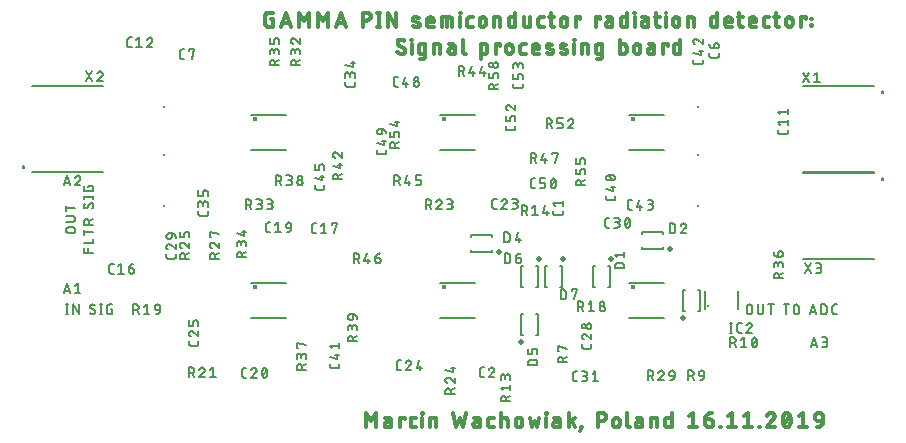
<source format=gbr>
G04 EAGLE Gerber RS-274X export*
G75*
%MOMM*%
%FSLAX34Y34*%
%LPD*%
%INSilkscreen Top*%
%IPPOS*%
%AMOC8*
5,1,8,0,0,1.08239X$1,22.5*%
G01*
%ADD10C,0.304800*%
%ADD11C,0.203200*%
%ADD12C,0.127000*%
%ADD13C,0.500000*%
%ADD14C,0.400000*%
%ADD15C,0.152400*%
%ADD16C,0.200000*%
%ADD17R,0.250000X0.250000*%
%ADD18C,0.200000*%


D10*
X219964Y369824D02*
X219964Y382016D01*
X224028Y375243D01*
X228092Y382016D01*
X228092Y369824D01*
X237711Y374565D02*
X240759Y374565D01*
X237711Y374566D02*
X237614Y374564D01*
X237518Y374558D01*
X237422Y374548D01*
X237326Y374534D01*
X237231Y374517D01*
X237136Y374495D01*
X237043Y374470D01*
X236951Y374441D01*
X236860Y374408D01*
X236770Y374371D01*
X236682Y374331D01*
X236596Y374287D01*
X236512Y374240D01*
X236429Y374190D01*
X236349Y374136D01*
X236271Y374078D01*
X236195Y374018D01*
X236122Y373955D01*
X236052Y373889D01*
X235984Y373819D01*
X235919Y373748D01*
X235857Y373673D01*
X235799Y373596D01*
X235743Y373517D01*
X235691Y373436D01*
X235642Y373352D01*
X235596Y373267D01*
X235554Y373180D01*
X235516Y373091D01*
X235481Y373001D01*
X235450Y372909D01*
X235423Y372816D01*
X235399Y372723D01*
X235380Y372628D01*
X235364Y372532D01*
X235352Y372436D01*
X235344Y372340D01*
X235340Y372243D01*
X235340Y372147D01*
X235344Y372050D01*
X235352Y371954D01*
X235364Y371858D01*
X235380Y371762D01*
X235399Y371667D01*
X235423Y371574D01*
X235450Y371481D01*
X235481Y371389D01*
X235516Y371299D01*
X235554Y371210D01*
X235596Y371123D01*
X235642Y371038D01*
X235691Y370954D01*
X235743Y370873D01*
X235799Y370794D01*
X235857Y370717D01*
X235919Y370642D01*
X235984Y370571D01*
X236052Y370501D01*
X236122Y370435D01*
X236195Y370372D01*
X236271Y370312D01*
X236349Y370254D01*
X236429Y370200D01*
X236512Y370150D01*
X236596Y370103D01*
X236682Y370059D01*
X236770Y370019D01*
X236860Y369982D01*
X236951Y369949D01*
X237043Y369920D01*
X237136Y369895D01*
X237231Y369873D01*
X237326Y369856D01*
X237422Y369842D01*
X237518Y369832D01*
X237614Y369826D01*
X237711Y369824D01*
X240759Y369824D01*
X240759Y375920D01*
X240757Y376009D01*
X240751Y376097D01*
X240742Y376185D01*
X240728Y376273D01*
X240711Y376360D01*
X240690Y376446D01*
X240665Y376531D01*
X240636Y376615D01*
X240604Y376698D01*
X240569Y376779D01*
X240529Y376858D01*
X240487Y376936D01*
X240441Y377012D01*
X240392Y377086D01*
X240339Y377157D01*
X240284Y377226D01*
X240225Y377293D01*
X240164Y377357D01*
X240100Y377418D01*
X240033Y377477D01*
X239964Y377532D01*
X239893Y377585D01*
X239819Y377634D01*
X239743Y377680D01*
X239665Y377722D01*
X239586Y377762D01*
X239505Y377797D01*
X239422Y377829D01*
X239338Y377858D01*
X239253Y377883D01*
X239167Y377904D01*
X239080Y377921D01*
X238992Y377935D01*
X238904Y377944D01*
X238816Y377950D01*
X238727Y377952D01*
X236018Y377952D01*
X248378Y377952D02*
X248378Y369824D01*
X248378Y377952D02*
X252442Y377952D01*
X252442Y376597D01*
X259425Y369824D02*
X262134Y369824D01*
X259425Y369824D02*
X259336Y369826D01*
X259248Y369832D01*
X259160Y369841D01*
X259072Y369855D01*
X258985Y369872D01*
X258899Y369893D01*
X258814Y369918D01*
X258730Y369947D01*
X258647Y369979D01*
X258566Y370014D01*
X258487Y370054D01*
X258409Y370096D01*
X258333Y370142D01*
X258259Y370191D01*
X258188Y370244D01*
X258119Y370299D01*
X258052Y370358D01*
X257988Y370419D01*
X257927Y370483D01*
X257868Y370550D01*
X257813Y370619D01*
X257760Y370690D01*
X257711Y370764D01*
X257665Y370840D01*
X257623Y370918D01*
X257583Y370997D01*
X257548Y371078D01*
X257516Y371161D01*
X257487Y371245D01*
X257462Y371330D01*
X257441Y371416D01*
X257424Y371503D01*
X257410Y371591D01*
X257401Y371679D01*
X257395Y371767D01*
X257393Y371856D01*
X257393Y375920D01*
X257395Y376009D01*
X257401Y376097D01*
X257410Y376185D01*
X257424Y376273D01*
X257441Y376360D01*
X257462Y376446D01*
X257487Y376531D01*
X257516Y376615D01*
X257548Y376698D01*
X257583Y376779D01*
X257623Y376858D01*
X257665Y376936D01*
X257711Y377012D01*
X257760Y377086D01*
X257813Y377157D01*
X257868Y377226D01*
X257927Y377293D01*
X257988Y377357D01*
X258052Y377418D01*
X258119Y377477D01*
X258188Y377532D01*
X258259Y377585D01*
X258333Y377634D01*
X258409Y377680D01*
X258487Y377722D01*
X258566Y377762D01*
X258647Y377797D01*
X258730Y377829D01*
X258814Y377858D01*
X258899Y377883D01*
X258985Y377904D01*
X259072Y377921D01*
X259160Y377935D01*
X259248Y377944D01*
X259336Y377950D01*
X259425Y377952D01*
X262134Y377952D01*
X267375Y377952D02*
X267375Y369824D01*
X267036Y381339D02*
X267036Y382016D01*
X267714Y382016D01*
X267714Y381339D01*
X267036Y381339D01*
X273791Y377952D02*
X273791Y369824D01*
X273791Y377952D02*
X277178Y377952D01*
X277267Y377950D01*
X277355Y377944D01*
X277443Y377935D01*
X277531Y377921D01*
X277618Y377904D01*
X277704Y377883D01*
X277789Y377858D01*
X277873Y377829D01*
X277956Y377797D01*
X278037Y377762D01*
X278116Y377722D01*
X278194Y377680D01*
X278270Y377634D01*
X278344Y377585D01*
X278415Y377532D01*
X278484Y377477D01*
X278551Y377418D01*
X278615Y377357D01*
X278676Y377293D01*
X278735Y377226D01*
X278790Y377157D01*
X278843Y377086D01*
X278892Y377012D01*
X278938Y376936D01*
X278980Y376858D01*
X279020Y376779D01*
X279055Y376698D01*
X279087Y376615D01*
X279116Y376531D01*
X279141Y376446D01*
X279162Y376360D01*
X279179Y376273D01*
X279193Y376185D01*
X279202Y376097D01*
X279208Y376009D01*
X279210Y375920D01*
X279210Y369824D01*
X296149Y369824D02*
X293440Y382016D01*
X298859Y377952D02*
X296149Y369824D01*
X301568Y369824D02*
X298859Y377952D01*
X304277Y382016D02*
X301568Y369824D01*
X312998Y374565D02*
X316046Y374565D01*
X312998Y374566D02*
X312901Y374564D01*
X312805Y374558D01*
X312709Y374548D01*
X312613Y374534D01*
X312518Y374517D01*
X312423Y374495D01*
X312330Y374470D01*
X312238Y374441D01*
X312147Y374408D01*
X312057Y374371D01*
X311969Y374331D01*
X311883Y374287D01*
X311799Y374240D01*
X311716Y374190D01*
X311636Y374136D01*
X311558Y374078D01*
X311482Y374018D01*
X311409Y373955D01*
X311339Y373889D01*
X311271Y373819D01*
X311206Y373748D01*
X311144Y373673D01*
X311086Y373596D01*
X311030Y373517D01*
X310978Y373436D01*
X310929Y373352D01*
X310883Y373267D01*
X310841Y373180D01*
X310803Y373091D01*
X310768Y373001D01*
X310737Y372909D01*
X310710Y372816D01*
X310686Y372723D01*
X310667Y372628D01*
X310651Y372532D01*
X310639Y372436D01*
X310631Y372340D01*
X310627Y372243D01*
X310627Y372147D01*
X310631Y372050D01*
X310639Y371954D01*
X310651Y371858D01*
X310667Y371762D01*
X310686Y371667D01*
X310710Y371574D01*
X310737Y371481D01*
X310768Y371389D01*
X310803Y371299D01*
X310841Y371210D01*
X310883Y371123D01*
X310929Y371038D01*
X310978Y370954D01*
X311030Y370873D01*
X311086Y370794D01*
X311144Y370717D01*
X311206Y370642D01*
X311271Y370571D01*
X311339Y370501D01*
X311409Y370435D01*
X311482Y370372D01*
X311558Y370312D01*
X311636Y370254D01*
X311716Y370200D01*
X311799Y370150D01*
X311883Y370103D01*
X311969Y370059D01*
X312057Y370019D01*
X312147Y369982D01*
X312238Y369949D01*
X312330Y369920D01*
X312423Y369895D01*
X312518Y369873D01*
X312613Y369856D01*
X312709Y369842D01*
X312805Y369832D01*
X312901Y369826D01*
X312998Y369824D01*
X316046Y369824D01*
X316046Y375920D01*
X316044Y376009D01*
X316038Y376097D01*
X316029Y376185D01*
X316015Y376273D01*
X315998Y376360D01*
X315977Y376446D01*
X315952Y376531D01*
X315923Y376615D01*
X315891Y376698D01*
X315856Y376779D01*
X315816Y376858D01*
X315774Y376936D01*
X315728Y377012D01*
X315679Y377086D01*
X315626Y377157D01*
X315571Y377226D01*
X315512Y377293D01*
X315451Y377357D01*
X315387Y377418D01*
X315320Y377477D01*
X315251Y377532D01*
X315180Y377585D01*
X315106Y377634D01*
X315030Y377680D01*
X314952Y377722D01*
X314873Y377762D01*
X314792Y377797D01*
X314709Y377829D01*
X314625Y377858D01*
X314540Y377883D01*
X314454Y377904D01*
X314367Y377921D01*
X314279Y377935D01*
X314191Y377944D01*
X314103Y377950D01*
X314014Y377952D01*
X311305Y377952D01*
X325130Y369824D02*
X327839Y369824D01*
X325130Y369824D02*
X325041Y369826D01*
X324953Y369832D01*
X324865Y369841D01*
X324777Y369855D01*
X324690Y369872D01*
X324604Y369893D01*
X324519Y369918D01*
X324435Y369947D01*
X324352Y369979D01*
X324271Y370014D01*
X324192Y370054D01*
X324114Y370096D01*
X324038Y370142D01*
X323964Y370191D01*
X323893Y370244D01*
X323824Y370299D01*
X323757Y370358D01*
X323693Y370419D01*
X323632Y370483D01*
X323573Y370550D01*
X323518Y370619D01*
X323465Y370690D01*
X323416Y370764D01*
X323370Y370840D01*
X323328Y370918D01*
X323288Y370997D01*
X323253Y371078D01*
X323221Y371161D01*
X323192Y371245D01*
X323167Y371330D01*
X323146Y371416D01*
X323129Y371503D01*
X323115Y371591D01*
X323106Y371679D01*
X323100Y371767D01*
X323098Y371856D01*
X323098Y375920D01*
X323100Y376009D01*
X323106Y376097D01*
X323115Y376185D01*
X323129Y376273D01*
X323146Y376360D01*
X323167Y376446D01*
X323192Y376531D01*
X323221Y376615D01*
X323253Y376698D01*
X323288Y376779D01*
X323328Y376858D01*
X323370Y376936D01*
X323416Y377012D01*
X323465Y377086D01*
X323518Y377157D01*
X323573Y377226D01*
X323632Y377293D01*
X323693Y377357D01*
X323757Y377418D01*
X323824Y377477D01*
X323893Y377532D01*
X323964Y377585D01*
X324038Y377634D01*
X324114Y377680D01*
X324192Y377722D01*
X324271Y377762D01*
X324352Y377797D01*
X324435Y377829D01*
X324519Y377858D01*
X324604Y377883D01*
X324690Y377904D01*
X324777Y377921D01*
X324865Y377935D01*
X324953Y377944D01*
X325041Y377950D01*
X325130Y377952D01*
X327839Y377952D01*
X334021Y382016D02*
X334021Y369824D01*
X334021Y377952D02*
X337408Y377952D01*
X337497Y377950D01*
X337585Y377944D01*
X337673Y377935D01*
X337761Y377921D01*
X337848Y377904D01*
X337934Y377883D01*
X338019Y377858D01*
X338103Y377829D01*
X338186Y377797D01*
X338267Y377762D01*
X338346Y377722D01*
X338424Y377680D01*
X338500Y377634D01*
X338574Y377585D01*
X338645Y377532D01*
X338714Y377477D01*
X338781Y377418D01*
X338845Y377357D01*
X338906Y377293D01*
X338965Y377226D01*
X339020Y377157D01*
X339073Y377086D01*
X339122Y377012D01*
X339168Y376936D01*
X339210Y376858D01*
X339250Y376779D01*
X339285Y376698D01*
X339317Y376615D01*
X339346Y376531D01*
X339371Y376446D01*
X339392Y376360D01*
X339409Y376273D01*
X339423Y376185D01*
X339432Y376097D01*
X339438Y376009D01*
X339440Y375920D01*
X339440Y369824D01*
X346341Y372533D02*
X346341Y375243D01*
X346343Y375346D01*
X346349Y375448D01*
X346358Y375550D01*
X346372Y375652D01*
X346389Y375753D01*
X346411Y375853D01*
X346436Y375952D01*
X346464Y376051D01*
X346497Y376148D01*
X346533Y376244D01*
X346572Y376339D01*
X346616Y376432D01*
X346662Y376523D01*
X346713Y376612D01*
X346766Y376700D01*
X346823Y376785D01*
X346883Y376868D01*
X346946Y376949D01*
X347012Y377028D01*
X347081Y377103D01*
X347153Y377177D01*
X347227Y377247D01*
X347304Y377315D01*
X347384Y377379D01*
X347466Y377441D01*
X347550Y377499D01*
X347637Y377554D01*
X347725Y377606D01*
X347816Y377654D01*
X347908Y377699D01*
X348001Y377741D01*
X348097Y377779D01*
X348193Y377813D01*
X348291Y377844D01*
X348390Y377870D01*
X348490Y377894D01*
X348591Y377913D01*
X348692Y377928D01*
X348794Y377940D01*
X348896Y377948D01*
X348999Y377952D01*
X349101Y377952D01*
X349204Y377948D01*
X349306Y377940D01*
X349408Y377928D01*
X349509Y377913D01*
X349610Y377894D01*
X349710Y377870D01*
X349809Y377844D01*
X349907Y377813D01*
X350003Y377779D01*
X350099Y377741D01*
X350192Y377699D01*
X350284Y377654D01*
X350375Y377606D01*
X350463Y377554D01*
X350550Y377499D01*
X350634Y377441D01*
X350716Y377379D01*
X350796Y377315D01*
X350873Y377247D01*
X350947Y377177D01*
X351019Y377103D01*
X351088Y377028D01*
X351154Y376949D01*
X351217Y376868D01*
X351277Y376785D01*
X351334Y376700D01*
X351387Y376612D01*
X351438Y376523D01*
X351484Y376432D01*
X351528Y376339D01*
X351567Y376244D01*
X351603Y376148D01*
X351636Y376051D01*
X351664Y375952D01*
X351689Y375853D01*
X351711Y375753D01*
X351728Y375652D01*
X351742Y375550D01*
X351751Y375448D01*
X351757Y375346D01*
X351759Y375243D01*
X351759Y372533D01*
X351757Y372430D01*
X351751Y372328D01*
X351742Y372226D01*
X351728Y372124D01*
X351711Y372023D01*
X351689Y371923D01*
X351664Y371824D01*
X351636Y371725D01*
X351603Y371628D01*
X351567Y371532D01*
X351528Y371437D01*
X351484Y371344D01*
X351438Y371253D01*
X351387Y371164D01*
X351334Y371076D01*
X351277Y370991D01*
X351217Y370908D01*
X351154Y370827D01*
X351088Y370748D01*
X351019Y370673D01*
X350947Y370599D01*
X350873Y370529D01*
X350796Y370461D01*
X350716Y370397D01*
X350634Y370335D01*
X350550Y370277D01*
X350463Y370222D01*
X350375Y370170D01*
X350284Y370122D01*
X350192Y370077D01*
X350099Y370035D01*
X350003Y369997D01*
X349907Y369963D01*
X349809Y369932D01*
X349710Y369906D01*
X349610Y369882D01*
X349509Y369863D01*
X349408Y369848D01*
X349306Y369836D01*
X349204Y369828D01*
X349101Y369824D01*
X348999Y369824D01*
X348896Y369828D01*
X348794Y369836D01*
X348692Y369848D01*
X348591Y369863D01*
X348490Y369882D01*
X348390Y369906D01*
X348291Y369932D01*
X348193Y369963D01*
X348097Y369997D01*
X348001Y370035D01*
X347908Y370077D01*
X347816Y370122D01*
X347725Y370170D01*
X347637Y370222D01*
X347550Y370277D01*
X347466Y370335D01*
X347384Y370397D01*
X347304Y370461D01*
X347227Y370529D01*
X347153Y370599D01*
X347081Y370673D01*
X347012Y370748D01*
X346946Y370827D01*
X346883Y370908D01*
X346823Y370991D01*
X346766Y371076D01*
X346713Y371164D01*
X346662Y371253D01*
X346616Y371344D01*
X346572Y371437D01*
X346533Y371532D01*
X346497Y371628D01*
X346464Y371725D01*
X346436Y371824D01*
X346411Y371923D01*
X346389Y372023D01*
X346372Y372124D01*
X346358Y372226D01*
X346349Y372328D01*
X346343Y372430D01*
X346341Y372533D01*
X358218Y377952D02*
X360250Y369824D01*
X362282Y375243D01*
X364314Y369824D01*
X366346Y377952D01*
X372320Y377952D02*
X372320Y369824D01*
X371982Y381339D02*
X371982Y382016D01*
X372659Y382016D01*
X372659Y381339D01*
X371982Y381339D01*
X380528Y374565D02*
X383576Y374565D01*
X380528Y374566D02*
X380431Y374564D01*
X380335Y374558D01*
X380239Y374548D01*
X380143Y374534D01*
X380048Y374517D01*
X379953Y374495D01*
X379860Y374470D01*
X379768Y374441D01*
X379677Y374408D01*
X379587Y374371D01*
X379499Y374331D01*
X379413Y374287D01*
X379329Y374240D01*
X379246Y374190D01*
X379166Y374136D01*
X379088Y374078D01*
X379012Y374018D01*
X378939Y373955D01*
X378869Y373889D01*
X378801Y373819D01*
X378736Y373748D01*
X378674Y373673D01*
X378616Y373596D01*
X378560Y373517D01*
X378508Y373436D01*
X378459Y373352D01*
X378413Y373267D01*
X378371Y373180D01*
X378333Y373091D01*
X378298Y373001D01*
X378267Y372909D01*
X378240Y372816D01*
X378216Y372723D01*
X378197Y372628D01*
X378181Y372532D01*
X378169Y372436D01*
X378161Y372340D01*
X378157Y372243D01*
X378157Y372147D01*
X378161Y372050D01*
X378169Y371954D01*
X378181Y371858D01*
X378197Y371762D01*
X378216Y371667D01*
X378240Y371574D01*
X378267Y371481D01*
X378298Y371389D01*
X378333Y371299D01*
X378371Y371210D01*
X378413Y371123D01*
X378459Y371038D01*
X378508Y370954D01*
X378560Y370873D01*
X378616Y370794D01*
X378674Y370717D01*
X378736Y370642D01*
X378801Y370571D01*
X378869Y370501D01*
X378939Y370435D01*
X379012Y370372D01*
X379088Y370312D01*
X379166Y370254D01*
X379246Y370200D01*
X379329Y370150D01*
X379413Y370103D01*
X379499Y370059D01*
X379587Y370019D01*
X379677Y369982D01*
X379768Y369949D01*
X379860Y369920D01*
X379953Y369895D01*
X380048Y369873D01*
X380143Y369856D01*
X380239Y369842D01*
X380335Y369832D01*
X380431Y369826D01*
X380528Y369824D01*
X383576Y369824D01*
X383576Y375920D01*
X383574Y376009D01*
X383568Y376097D01*
X383559Y376185D01*
X383545Y376273D01*
X383528Y376360D01*
X383507Y376446D01*
X383482Y376531D01*
X383453Y376615D01*
X383421Y376698D01*
X383386Y376779D01*
X383346Y376858D01*
X383304Y376936D01*
X383258Y377012D01*
X383209Y377086D01*
X383156Y377157D01*
X383101Y377226D01*
X383042Y377293D01*
X382981Y377357D01*
X382917Y377418D01*
X382850Y377477D01*
X382781Y377532D01*
X382710Y377585D01*
X382636Y377634D01*
X382560Y377680D01*
X382482Y377722D01*
X382403Y377762D01*
X382322Y377797D01*
X382239Y377829D01*
X382155Y377858D01*
X382070Y377883D01*
X381984Y377904D01*
X381897Y377921D01*
X381809Y377935D01*
X381721Y377944D01*
X381633Y377950D01*
X381544Y377952D01*
X378835Y377952D01*
X391339Y382016D02*
X391339Y369824D01*
X391339Y373888D02*
X396758Y377952D01*
X393710Y375581D02*
X396758Y369824D01*
X401550Y369824D02*
X402228Y369824D01*
X401550Y369824D02*
X401550Y370501D01*
X402228Y370501D01*
X402228Y369824D01*
X401212Y367115D01*
X416284Y369824D02*
X416284Y382016D01*
X419671Y382016D01*
X419787Y382014D01*
X419902Y382008D01*
X420017Y381998D01*
X420132Y381984D01*
X420246Y381967D01*
X420360Y381945D01*
X420473Y381920D01*
X420585Y381890D01*
X420696Y381857D01*
X420805Y381820D01*
X420914Y381780D01*
X421020Y381736D01*
X421126Y381688D01*
X421229Y381636D01*
X421331Y381581D01*
X421431Y381523D01*
X421529Y381461D01*
X421624Y381396D01*
X421718Y381328D01*
X421808Y381256D01*
X421897Y381182D01*
X421983Y381104D01*
X422066Y381024D01*
X422146Y380941D01*
X422224Y380855D01*
X422298Y380766D01*
X422370Y380676D01*
X422438Y380582D01*
X422503Y380487D01*
X422565Y380389D01*
X422623Y380289D01*
X422678Y380187D01*
X422730Y380084D01*
X422778Y379978D01*
X422822Y379872D01*
X422862Y379763D01*
X422899Y379654D01*
X422932Y379543D01*
X422962Y379431D01*
X422987Y379318D01*
X423009Y379204D01*
X423026Y379090D01*
X423040Y378975D01*
X423050Y378860D01*
X423056Y378745D01*
X423058Y378629D01*
X423056Y378513D01*
X423050Y378398D01*
X423040Y378283D01*
X423026Y378168D01*
X423009Y378054D01*
X422987Y377940D01*
X422962Y377827D01*
X422932Y377715D01*
X422899Y377604D01*
X422862Y377495D01*
X422822Y377386D01*
X422778Y377280D01*
X422730Y377174D01*
X422678Y377071D01*
X422623Y376969D01*
X422565Y376869D01*
X422503Y376771D01*
X422438Y376676D01*
X422370Y376582D01*
X422298Y376492D01*
X422224Y376403D01*
X422146Y376317D01*
X422066Y376234D01*
X421983Y376154D01*
X421897Y376076D01*
X421808Y376002D01*
X421718Y375930D01*
X421624Y375862D01*
X421529Y375797D01*
X421431Y375735D01*
X421331Y375677D01*
X421229Y375622D01*
X421126Y375570D01*
X421020Y375522D01*
X420914Y375478D01*
X420805Y375438D01*
X420696Y375401D01*
X420585Y375368D01*
X420473Y375338D01*
X420360Y375313D01*
X420246Y375291D01*
X420132Y375274D01*
X420017Y375260D01*
X419902Y375250D01*
X419787Y375244D01*
X419671Y375242D01*
X419671Y375243D02*
X416284Y375243D01*
X428928Y375243D02*
X428928Y372533D01*
X428928Y375243D02*
X428930Y375346D01*
X428936Y375448D01*
X428945Y375550D01*
X428959Y375652D01*
X428976Y375753D01*
X428998Y375853D01*
X429023Y375952D01*
X429051Y376051D01*
X429084Y376148D01*
X429120Y376244D01*
X429159Y376339D01*
X429203Y376432D01*
X429249Y376523D01*
X429300Y376612D01*
X429353Y376700D01*
X429410Y376785D01*
X429470Y376868D01*
X429533Y376949D01*
X429599Y377028D01*
X429668Y377103D01*
X429740Y377177D01*
X429814Y377247D01*
X429891Y377315D01*
X429971Y377379D01*
X430053Y377441D01*
X430137Y377499D01*
X430224Y377554D01*
X430312Y377606D01*
X430403Y377654D01*
X430495Y377699D01*
X430588Y377741D01*
X430684Y377779D01*
X430780Y377813D01*
X430878Y377844D01*
X430977Y377870D01*
X431077Y377894D01*
X431178Y377913D01*
X431279Y377928D01*
X431381Y377940D01*
X431483Y377948D01*
X431586Y377952D01*
X431688Y377952D01*
X431791Y377948D01*
X431893Y377940D01*
X431995Y377928D01*
X432096Y377913D01*
X432197Y377894D01*
X432297Y377870D01*
X432396Y377844D01*
X432494Y377813D01*
X432590Y377779D01*
X432686Y377741D01*
X432779Y377699D01*
X432871Y377654D01*
X432962Y377606D01*
X433050Y377554D01*
X433137Y377499D01*
X433221Y377441D01*
X433303Y377379D01*
X433383Y377315D01*
X433460Y377247D01*
X433534Y377177D01*
X433606Y377103D01*
X433675Y377028D01*
X433741Y376949D01*
X433804Y376868D01*
X433864Y376785D01*
X433921Y376700D01*
X433974Y376612D01*
X434025Y376523D01*
X434071Y376432D01*
X434115Y376339D01*
X434154Y376244D01*
X434190Y376148D01*
X434223Y376051D01*
X434251Y375952D01*
X434276Y375853D01*
X434298Y375753D01*
X434315Y375652D01*
X434329Y375550D01*
X434338Y375448D01*
X434344Y375346D01*
X434346Y375243D01*
X434347Y375243D02*
X434347Y372533D01*
X434346Y372533D02*
X434344Y372430D01*
X434338Y372328D01*
X434329Y372226D01*
X434315Y372124D01*
X434298Y372023D01*
X434276Y371923D01*
X434251Y371824D01*
X434223Y371725D01*
X434190Y371628D01*
X434154Y371532D01*
X434115Y371437D01*
X434071Y371344D01*
X434025Y371253D01*
X433974Y371164D01*
X433921Y371076D01*
X433864Y370991D01*
X433804Y370908D01*
X433741Y370827D01*
X433675Y370748D01*
X433606Y370673D01*
X433534Y370599D01*
X433460Y370529D01*
X433383Y370461D01*
X433303Y370397D01*
X433221Y370335D01*
X433137Y370277D01*
X433050Y370222D01*
X432962Y370170D01*
X432871Y370122D01*
X432779Y370077D01*
X432686Y370035D01*
X432590Y369997D01*
X432494Y369963D01*
X432396Y369932D01*
X432297Y369906D01*
X432197Y369882D01*
X432096Y369863D01*
X431995Y369848D01*
X431893Y369836D01*
X431791Y369828D01*
X431688Y369824D01*
X431586Y369824D01*
X431483Y369828D01*
X431381Y369836D01*
X431279Y369848D01*
X431178Y369863D01*
X431077Y369882D01*
X430977Y369906D01*
X430878Y369932D01*
X430780Y369963D01*
X430684Y369997D01*
X430588Y370035D01*
X430495Y370077D01*
X430403Y370122D01*
X430312Y370170D01*
X430224Y370222D01*
X430137Y370277D01*
X430053Y370335D01*
X429971Y370397D01*
X429891Y370461D01*
X429814Y370529D01*
X429740Y370599D01*
X429668Y370673D01*
X429599Y370748D01*
X429533Y370827D01*
X429470Y370908D01*
X429410Y370991D01*
X429353Y371076D01*
X429300Y371164D01*
X429249Y371253D01*
X429203Y371344D01*
X429159Y371437D01*
X429120Y371532D01*
X429084Y371628D01*
X429051Y371725D01*
X429023Y371824D01*
X428998Y371923D01*
X428976Y372023D01*
X428959Y372124D01*
X428945Y372226D01*
X428936Y372328D01*
X428930Y372430D01*
X428928Y372533D01*
X440765Y371856D02*
X440765Y382016D01*
X440765Y371856D02*
X440767Y371767D01*
X440773Y371679D01*
X440782Y371591D01*
X440796Y371503D01*
X440813Y371416D01*
X440834Y371330D01*
X440859Y371245D01*
X440888Y371161D01*
X440920Y371078D01*
X440955Y370997D01*
X440995Y370918D01*
X441037Y370840D01*
X441083Y370764D01*
X441132Y370690D01*
X441185Y370619D01*
X441240Y370550D01*
X441299Y370483D01*
X441360Y370419D01*
X441424Y370358D01*
X441491Y370299D01*
X441560Y370244D01*
X441631Y370191D01*
X441705Y370142D01*
X441781Y370096D01*
X441859Y370054D01*
X441938Y370014D01*
X442019Y369979D01*
X442102Y369947D01*
X442186Y369918D01*
X442271Y369893D01*
X442357Y369872D01*
X442444Y369855D01*
X442532Y369841D01*
X442620Y369832D01*
X442708Y369826D01*
X442797Y369824D01*
X450340Y374565D02*
X453388Y374565D01*
X450340Y374566D02*
X450243Y374564D01*
X450147Y374558D01*
X450051Y374548D01*
X449955Y374534D01*
X449860Y374517D01*
X449765Y374495D01*
X449672Y374470D01*
X449580Y374441D01*
X449489Y374408D01*
X449399Y374371D01*
X449311Y374331D01*
X449225Y374287D01*
X449141Y374240D01*
X449058Y374190D01*
X448978Y374136D01*
X448900Y374078D01*
X448824Y374018D01*
X448751Y373955D01*
X448681Y373889D01*
X448613Y373819D01*
X448548Y373748D01*
X448486Y373673D01*
X448428Y373596D01*
X448372Y373517D01*
X448320Y373436D01*
X448271Y373352D01*
X448225Y373267D01*
X448183Y373180D01*
X448145Y373091D01*
X448110Y373001D01*
X448079Y372909D01*
X448052Y372816D01*
X448028Y372723D01*
X448009Y372628D01*
X447993Y372532D01*
X447981Y372436D01*
X447973Y372340D01*
X447969Y372243D01*
X447969Y372147D01*
X447973Y372050D01*
X447981Y371954D01*
X447993Y371858D01*
X448009Y371762D01*
X448028Y371667D01*
X448052Y371574D01*
X448079Y371481D01*
X448110Y371389D01*
X448145Y371299D01*
X448183Y371210D01*
X448225Y371123D01*
X448271Y371038D01*
X448320Y370954D01*
X448372Y370873D01*
X448428Y370794D01*
X448486Y370717D01*
X448548Y370642D01*
X448613Y370571D01*
X448681Y370501D01*
X448751Y370435D01*
X448824Y370372D01*
X448900Y370312D01*
X448978Y370254D01*
X449058Y370200D01*
X449141Y370150D01*
X449225Y370103D01*
X449311Y370059D01*
X449399Y370019D01*
X449489Y369982D01*
X449580Y369949D01*
X449672Y369920D01*
X449765Y369895D01*
X449860Y369873D01*
X449955Y369856D01*
X450051Y369842D01*
X450147Y369832D01*
X450243Y369826D01*
X450340Y369824D01*
X453388Y369824D01*
X453388Y375920D01*
X453386Y376009D01*
X453380Y376097D01*
X453371Y376185D01*
X453357Y376273D01*
X453340Y376360D01*
X453319Y376446D01*
X453294Y376531D01*
X453265Y376615D01*
X453233Y376698D01*
X453198Y376779D01*
X453158Y376858D01*
X453116Y376936D01*
X453070Y377012D01*
X453021Y377086D01*
X452968Y377157D01*
X452913Y377226D01*
X452854Y377293D01*
X452793Y377357D01*
X452729Y377418D01*
X452662Y377477D01*
X452593Y377532D01*
X452522Y377585D01*
X452448Y377634D01*
X452372Y377680D01*
X452294Y377722D01*
X452215Y377762D01*
X452134Y377797D01*
X452051Y377829D01*
X451967Y377858D01*
X451882Y377883D01*
X451796Y377904D01*
X451709Y377921D01*
X451621Y377935D01*
X451533Y377944D01*
X451445Y377950D01*
X451356Y377952D01*
X448646Y377952D01*
X460868Y377952D02*
X460868Y369824D01*
X460868Y377952D02*
X464254Y377952D01*
X464343Y377950D01*
X464431Y377944D01*
X464519Y377935D01*
X464607Y377921D01*
X464694Y377904D01*
X464780Y377883D01*
X464865Y377858D01*
X464949Y377829D01*
X465032Y377797D01*
X465113Y377762D01*
X465192Y377722D01*
X465270Y377680D01*
X465346Y377634D01*
X465420Y377585D01*
X465491Y377532D01*
X465560Y377477D01*
X465627Y377418D01*
X465691Y377357D01*
X465752Y377293D01*
X465811Y377226D01*
X465866Y377157D01*
X465919Y377086D01*
X465968Y377012D01*
X466014Y376936D01*
X466056Y376858D01*
X466096Y376779D01*
X466131Y376698D01*
X466163Y376615D01*
X466192Y376531D01*
X466217Y376446D01*
X466238Y376360D01*
X466255Y376273D01*
X466269Y376185D01*
X466278Y376097D01*
X466284Y376009D01*
X466286Y375920D01*
X466286Y369824D01*
X478483Y369824D02*
X478483Y382016D01*
X478483Y369824D02*
X475097Y369824D01*
X475008Y369826D01*
X474920Y369832D01*
X474832Y369841D01*
X474744Y369855D01*
X474657Y369872D01*
X474571Y369893D01*
X474486Y369918D01*
X474402Y369947D01*
X474319Y369979D01*
X474238Y370014D01*
X474159Y370054D01*
X474081Y370096D01*
X474005Y370142D01*
X473931Y370191D01*
X473860Y370244D01*
X473791Y370299D01*
X473724Y370358D01*
X473660Y370419D01*
X473599Y370483D01*
X473540Y370550D01*
X473485Y370619D01*
X473432Y370690D01*
X473383Y370764D01*
X473337Y370840D01*
X473295Y370918D01*
X473255Y370997D01*
X473220Y371078D01*
X473188Y371161D01*
X473159Y371245D01*
X473134Y371330D01*
X473113Y371416D01*
X473096Y371503D01*
X473082Y371591D01*
X473073Y371679D01*
X473067Y371767D01*
X473065Y371856D01*
X473065Y375920D01*
X473067Y376009D01*
X473073Y376097D01*
X473082Y376185D01*
X473096Y376273D01*
X473113Y376360D01*
X473134Y376446D01*
X473159Y376531D01*
X473188Y376615D01*
X473220Y376698D01*
X473255Y376779D01*
X473295Y376858D01*
X473337Y376936D01*
X473383Y377012D01*
X473432Y377086D01*
X473485Y377157D01*
X473540Y377226D01*
X473599Y377293D01*
X473660Y377357D01*
X473724Y377418D01*
X473791Y377477D01*
X473860Y377532D01*
X473931Y377585D01*
X474005Y377634D01*
X474081Y377680D01*
X474159Y377722D01*
X474238Y377762D01*
X474319Y377797D01*
X474402Y377829D01*
X474486Y377858D01*
X474571Y377883D01*
X474657Y377904D01*
X474744Y377921D01*
X474832Y377935D01*
X474920Y377944D01*
X475008Y377950D01*
X475097Y377952D01*
X478483Y377952D01*
X493043Y379307D02*
X496430Y382016D01*
X496430Y369824D01*
X499816Y369824D02*
X493043Y369824D01*
X506731Y376597D02*
X510795Y376597D01*
X510896Y376595D01*
X510997Y376589D01*
X511098Y376580D01*
X511199Y376567D01*
X511299Y376550D01*
X511398Y376529D01*
X511496Y376505D01*
X511593Y376477D01*
X511690Y376445D01*
X511785Y376410D01*
X511878Y376371D01*
X511970Y376329D01*
X512061Y376283D01*
X512150Y376234D01*
X512236Y376182D01*
X512321Y376126D01*
X512404Y376068D01*
X512484Y376006D01*
X512562Y375941D01*
X512638Y375874D01*
X512711Y375804D01*
X512781Y375731D01*
X512848Y375655D01*
X512913Y375577D01*
X512975Y375497D01*
X513033Y375414D01*
X513089Y375329D01*
X513141Y375243D01*
X513190Y375154D01*
X513236Y375063D01*
X513278Y374971D01*
X513317Y374878D01*
X513352Y374783D01*
X513384Y374686D01*
X513412Y374589D01*
X513436Y374491D01*
X513457Y374392D01*
X513474Y374292D01*
X513487Y374191D01*
X513496Y374090D01*
X513502Y373989D01*
X513504Y373888D01*
X513505Y373888D02*
X513505Y373211D01*
X513503Y373095D01*
X513497Y372980D01*
X513487Y372865D01*
X513473Y372750D01*
X513456Y372636D01*
X513434Y372522D01*
X513409Y372409D01*
X513379Y372297D01*
X513346Y372186D01*
X513309Y372077D01*
X513269Y371968D01*
X513225Y371862D01*
X513177Y371756D01*
X513125Y371653D01*
X513070Y371551D01*
X513012Y371451D01*
X512950Y371353D01*
X512885Y371258D01*
X512817Y371164D01*
X512745Y371074D01*
X512671Y370985D01*
X512593Y370899D01*
X512513Y370816D01*
X512430Y370736D01*
X512344Y370658D01*
X512255Y370584D01*
X512165Y370512D01*
X512071Y370444D01*
X511976Y370379D01*
X511878Y370317D01*
X511778Y370259D01*
X511676Y370204D01*
X511573Y370152D01*
X511467Y370104D01*
X511361Y370060D01*
X511252Y370020D01*
X511143Y369983D01*
X511032Y369950D01*
X510920Y369920D01*
X510807Y369895D01*
X510693Y369873D01*
X510579Y369856D01*
X510464Y369842D01*
X510349Y369832D01*
X510234Y369826D01*
X510118Y369824D01*
X510002Y369826D01*
X509887Y369832D01*
X509772Y369842D01*
X509657Y369856D01*
X509543Y369873D01*
X509429Y369895D01*
X509316Y369920D01*
X509204Y369950D01*
X509093Y369983D01*
X508984Y370020D01*
X508875Y370060D01*
X508769Y370104D01*
X508663Y370152D01*
X508560Y370204D01*
X508458Y370259D01*
X508358Y370317D01*
X508260Y370379D01*
X508165Y370444D01*
X508071Y370512D01*
X507981Y370584D01*
X507892Y370658D01*
X507806Y370736D01*
X507723Y370816D01*
X507643Y370899D01*
X507565Y370985D01*
X507491Y371074D01*
X507419Y371164D01*
X507351Y371258D01*
X507286Y371353D01*
X507224Y371451D01*
X507166Y371551D01*
X507111Y371653D01*
X507059Y371756D01*
X507011Y371862D01*
X506967Y371968D01*
X506927Y372077D01*
X506890Y372186D01*
X506857Y372297D01*
X506827Y372409D01*
X506802Y372522D01*
X506780Y372636D01*
X506763Y372750D01*
X506749Y372865D01*
X506739Y372980D01*
X506733Y373095D01*
X506731Y373211D01*
X506731Y376597D01*
X506733Y376744D01*
X506739Y376890D01*
X506749Y377037D01*
X506763Y377183D01*
X506781Y377329D01*
X506802Y377474D01*
X506828Y377618D01*
X506858Y377762D01*
X506891Y377905D01*
X506929Y378047D01*
X506970Y378188D01*
X507015Y378327D01*
X507063Y378466D01*
X507116Y378603D01*
X507172Y378738D01*
X507232Y378872D01*
X507295Y379005D01*
X507362Y379135D01*
X507433Y379264D01*
X507507Y379391D01*
X507584Y379515D01*
X507665Y379638D01*
X507749Y379758D01*
X507836Y379876D01*
X507926Y379992D01*
X508020Y380105D01*
X508116Y380216D01*
X508216Y380324D01*
X508318Y380429D01*
X508423Y380531D01*
X508531Y380631D01*
X508642Y380727D01*
X508755Y380821D01*
X508871Y380911D01*
X508989Y380998D01*
X509109Y381082D01*
X509231Y381163D01*
X509356Y381240D01*
X509483Y381314D01*
X509612Y381385D01*
X509742Y381452D01*
X509875Y381515D01*
X510009Y381575D01*
X510144Y381631D01*
X510281Y381684D01*
X510420Y381732D01*
X510559Y381777D01*
X510700Y381818D01*
X510842Y381856D01*
X510985Y381889D01*
X511129Y381919D01*
X511273Y381945D01*
X511418Y381966D01*
X511564Y381984D01*
X511710Y381998D01*
X511857Y382008D01*
X512003Y382014D01*
X512150Y382016D01*
X519361Y370501D02*
X519361Y369824D01*
X519361Y370501D02*
X520039Y370501D01*
X520039Y369824D01*
X519361Y369824D01*
X525895Y379307D02*
X529282Y382016D01*
X529282Y369824D01*
X525895Y369824D02*
X532669Y369824D01*
X539584Y379307D02*
X542970Y382016D01*
X542970Y369824D01*
X539584Y369824D02*
X546357Y369824D01*
X552214Y369824D02*
X552214Y370501D01*
X552891Y370501D01*
X552891Y369824D01*
X552214Y369824D01*
X562473Y382016D02*
X562582Y382014D01*
X562690Y382008D01*
X562799Y381999D01*
X562907Y381985D01*
X563014Y381968D01*
X563121Y381946D01*
X563227Y381921D01*
X563332Y381893D01*
X563436Y381860D01*
X563538Y381824D01*
X563639Y381784D01*
X563739Y381741D01*
X563837Y381694D01*
X563934Y381643D01*
X564028Y381589D01*
X564121Y381532D01*
X564211Y381472D01*
X564300Y381408D01*
X564386Y381341D01*
X564469Y381272D01*
X564550Y381199D01*
X564628Y381123D01*
X564704Y381045D01*
X564777Y380964D01*
X564846Y380881D01*
X564913Y380795D01*
X564977Y380706D01*
X565037Y380616D01*
X565094Y380523D01*
X565148Y380429D01*
X565199Y380332D01*
X565246Y380234D01*
X565289Y380134D01*
X565329Y380033D01*
X565365Y379931D01*
X565398Y379827D01*
X565426Y379722D01*
X565451Y379616D01*
X565473Y379509D01*
X565490Y379402D01*
X565504Y379294D01*
X565513Y379185D01*
X565519Y379077D01*
X565521Y378968D01*
X562473Y382016D02*
X562350Y382014D01*
X562227Y382008D01*
X562104Y381999D01*
X561982Y381985D01*
X561860Y381968D01*
X561739Y381947D01*
X561618Y381922D01*
X561498Y381893D01*
X561380Y381860D01*
X561262Y381824D01*
X561146Y381784D01*
X561030Y381741D01*
X560917Y381693D01*
X560804Y381643D01*
X560694Y381589D01*
X560585Y381531D01*
X560478Y381470D01*
X560373Y381405D01*
X560270Y381338D01*
X560170Y381267D01*
X560071Y381193D01*
X559975Y381116D01*
X559882Y381036D01*
X559791Y380953D01*
X559702Y380867D01*
X559617Y380779D01*
X559534Y380688D01*
X559454Y380594D01*
X559377Y380498D01*
X559303Y380399D01*
X559233Y380299D01*
X559165Y380196D01*
X559101Y380091D01*
X559040Y379984D01*
X558982Y379875D01*
X558928Y379764D01*
X558878Y379652D01*
X558831Y379538D01*
X558787Y379423D01*
X558748Y379307D01*
X564505Y376597D02*
X564584Y376675D01*
X564660Y376755D01*
X564733Y376837D01*
X564803Y376923D01*
X564871Y377010D01*
X564936Y377100D01*
X564997Y377191D01*
X565055Y377285D01*
X565111Y377381D01*
X565162Y377478D01*
X565211Y377578D01*
X565256Y377678D01*
X565298Y377781D01*
X565336Y377884D01*
X565371Y377989D01*
X565402Y378095D01*
X565430Y378202D01*
X565454Y378310D01*
X565475Y378418D01*
X565491Y378527D01*
X565504Y378637D01*
X565514Y378747D01*
X565519Y378858D01*
X565521Y378968D01*
X564505Y376597D02*
X558748Y369824D01*
X565521Y369824D01*
X572436Y375920D02*
X572439Y376160D01*
X572447Y376400D01*
X572462Y376639D01*
X572482Y376878D01*
X572507Y377116D01*
X572539Y377354D01*
X572576Y377591D01*
X572619Y377827D01*
X572667Y378062D01*
X572721Y378296D01*
X572780Y378528D01*
X572845Y378759D01*
X572916Y378988D01*
X572992Y379216D01*
X573073Y379441D01*
X573160Y379665D01*
X573252Y379887D01*
X573349Y380106D01*
X573452Y380323D01*
X573486Y380414D01*
X573523Y380504D01*
X573563Y380592D01*
X573606Y380679D01*
X573653Y380764D01*
X573704Y380847D01*
X573757Y380928D01*
X573814Y381007D01*
X573873Y381084D01*
X573936Y381159D01*
X574001Y381230D01*
X574069Y381300D01*
X574140Y381366D01*
X574213Y381430D01*
X574288Y381491D01*
X574366Y381549D01*
X574447Y381604D01*
X574529Y381656D01*
X574613Y381704D01*
X574699Y381750D01*
X574786Y381792D01*
X574876Y381830D01*
X574966Y381865D01*
X575058Y381896D01*
X575151Y381924D01*
X575245Y381949D01*
X575340Y381969D01*
X575436Y381986D01*
X575532Y381999D01*
X575629Y382008D01*
X575726Y382014D01*
X575823Y382016D01*
X575920Y382014D01*
X576017Y382008D01*
X576114Y381999D01*
X576210Y381986D01*
X576306Y381969D01*
X576401Y381949D01*
X576495Y381924D01*
X576588Y381896D01*
X576680Y381865D01*
X576770Y381830D01*
X576860Y381792D01*
X576947Y381750D01*
X577033Y381704D01*
X577117Y381656D01*
X577199Y381604D01*
X577280Y381549D01*
X577358Y381491D01*
X577433Y381430D01*
X577506Y381366D01*
X577577Y381300D01*
X577645Y381230D01*
X577710Y381159D01*
X577773Y381084D01*
X577832Y381007D01*
X577889Y380928D01*
X577942Y380847D01*
X577993Y380764D01*
X578040Y380679D01*
X578083Y380592D01*
X578123Y380504D01*
X578160Y380414D01*
X578194Y380323D01*
X578193Y380323D02*
X578296Y380106D01*
X578393Y379887D01*
X578485Y379665D01*
X578572Y379441D01*
X578653Y379216D01*
X578729Y378988D01*
X578800Y378759D01*
X578865Y378528D01*
X578924Y378296D01*
X578978Y378062D01*
X579026Y377827D01*
X579069Y377591D01*
X579106Y377354D01*
X579138Y377116D01*
X579163Y376878D01*
X579183Y376639D01*
X579198Y376400D01*
X579206Y376160D01*
X579209Y375920D01*
X572436Y375920D02*
X572439Y375680D01*
X572447Y375440D01*
X572462Y375201D01*
X572482Y374962D01*
X572507Y374724D01*
X572539Y374486D01*
X572576Y374249D01*
X572619Y374013D01*
X572667Y373778D01*
X572721Y373544D01*
X572780Y373312D01*
X572845Y373081D01*
X572916Y372852D01*
X572992Y372624D01*
X573073Y372399D01*
X573160Y372175D01*
X573252Y371953D01*
X573349Y371734D01*
X573452Y371517D01*
X573486Y371426D01*
X573523Y371336D01*
X573563Y371248D01*
X573606Y371161D01*
X573653Y371076D01*
X573704Y370993D01*
X573757Y370912D01*
X573814Y370833D01*
X573873Y370756D01*
X573936Y370681D01*
X574001Y370610D01*
X574069Y370540D01*
X574140Y370474D01*
X574213Y370410D01*
X574288Y370349D01*
X574366Y370291D01*
X574447Y370236D01*
X574529Y370184D01*
X574613Y370136D01*
X574699Y370090D01*
X574786Y370048D01*
X574876Y370010D01*
X574966Y369975D01*
X575058Y369944D01*
X575151Y369916D01*
X575245Y369891D01*
X575340Y369871D01*
X575436Y369854D01*
X575532Y369841D01*
X575629Y369832D01*
X575726Y369826D01*
X575823Y369824D01*
X578193Y371517D02*
X578296Y371734D01*
X578393Y371953D01*
X578485Y372175D01*
X578572Y372399D01*
X578653Y372624D01*
X578729Y372852D01*
X578800Y373081D01*
X578865Y373312D01*
X578924Y373544D01*
X578978Y373778D01*
X579026Y374013D01*
X579069Y374249D01*
X579106Y374486D01*
X579138Y374724D01*
X579163Y374962D01*
X579183Y375201D01*
X579198Y375440D01*
X579206Y375680D01*
X579209Y375920D01*
X578194Y371517D02*
X578160Y371426D01*
X578123Y371336D01*
X578083Y371248D01*
X578040Y371161D01*
X577993Y371076D01*
X577942Y370993D01*
X577889Y370912D01*
X577832Y370833D01*
X577773Y370756D01*
X577710Y370681D01*
X577645Y370610D01*
X577577Y370540D01*
X577506Y370474D01*
X577433Y370410D01*
X577358Y370349D01*
X577280Y370291D01*
X577199Y370236D01*
X577117Y370184D01*
X577033Y370136D01*
X576947Y370090D01*
X576860Y370048D01*
X576770Y370010D01*
X576680Y369975D01*
X576588Y369944D01*
X576495Y369916D01*
X576401Y369891D01*
X576306Y369871D01*
X576210Y369854D01*
X576114Y369841D01*
X576017Y369832D01*
X575920Y369826D01*
X575823Y369824D01*
X573113Y372533D02*
X578532Y379307D01*
X586125Y379307D02*
X589511Y382016D01*
X589511Y369824D01*
X586125Y369824D02*
X592898Y369824D01*
X602522Y375243D02*
X606586Y375243D01*
X602522Y375243D02*
X602421Y375245D01*
X602320Y375251D01*
X602219Y375260D01*
X602118Y375273D01*
X602018Y375290D01*
X601919Y375311D01*
X601821Y375335D01*
X601724Y375363D01*
X601627Y375395D01*
X601532Y375430D01*
X601439Y375469D01*
X601347Y375511D01*
X601256Y375557D01*
X601167Y375606D01*
X601081Y375658D01*
X600996Y375714D01*
X600913Y375772D01*
X600833Y375834D01*
X600755Y375899D01*
X600679Y375966D01*
X600606Y376036D01*
X600536Y376109D01*
X600469Y376185D01*
X600404Y376263D01*
X600342Y376343D01*
X600284Y376426D01*
X600228Y376511D01*
X600176Y376598D01*
X600127Y376686D01*
X600081Y376777D01*
X600039Y376869D01*
X600000Y376962D01*
X599965Y377057D01*
X599933Y377154D01*
X599905Y377251D01*
X599881Y377349D01*
X599860Y377448D01*
X599843Y377548D01*
X599830Y377649D01*
X599821Y377750D01*
X599815Y377851D01*
X599813Y377952D01*
X599813Y378629D01*
X599815Y378745D01*
X599821Y378860D01*
X599831Y378975D01*
X599845Y379090D01*
X599862Y379204D01*
X599884Y379318D01*
X599909Y379431D01*
X599939Y379543D01*
X599972Y379654D01*
X600009Y379763D01*
X600049Y379872D01*
X600093Y379978D01*
X600141Y380084D01*
X600193Y380187D01*
X600248Y380289D01*
X600306Y380389D01*
X600368Y380487D01*
X600433Y380582D01*
X600501Y380676D01*
X600573Y380766D01*
X600647Y380855D01*
X600725Y380941D01*
X600805Y381024D01*
X600888Y381104D01*
X600974Y381182D01*
X601063Y381256D01*
X601153Y381328D01*
X601247Y381396D01*
X601342Y381461D01*
X601440Y381523D01*
X601540Y381581D01*
X601642Y381636D01*
X601745Y381688D01*
X601851Y381736D01*
X601957Y381780D01*
X602066Y381820D01*
X602175Y381857D01*
X602286Y381890D01*
X602398Y381920D01*
X602511Y381945D01*
X602625Y381967D01*
X602739Y381984D01*
X602854Y381998D01*
X602969Y382008D01*
X603084Y382014D01*
X603200Y382016D01*
X603316Y382014D01*
X603431Y382008D01*
X603546Y381998D01*
X603661Y381984D01*
X603775Y381967D01*
X603889Y381945D01*
X604002Y381920D01*
X604114Y381890D01*
X604225Y381857D01*
X604334Y381820D01*
X604443Y381780D01*
X604549Y381736D01*
X604655Y381688D01*
X604758Y381636D01*
X604860Y381581D01*
X604960Y381523D01*
X605058Y381461D01*
X605153Y381396D01*
X605247Y381328D01*
X605337Y381256D01*
X605426Y381182D01*
X605512Y381104D01*
X605595Y381024D01*
X605675Y380941D01*
X605753Y380855D01*
X605827Y380766D01*
X605899Y380676D01*
X605967Y380582D01*
X606032Y380487D01*
X606094Y380389D01*
X606152Y380289D01*
X606207Y380187D01*
X606259Y380084D01*
X606307Y379978D01*
X606351Y379872D01*
X606391Y379763D01*
X606428Y379654D01*
X606461Y379543D01*
X606491Y379431D01*
X606516Y379318D01*
X606538Y379204D01*
X606555Y379090D01*
X606569Y378975D01*
X606579Y378860D01*
X606585Y378745D01*
X606587Y378629D01*
X606586Y378629D02*
X606586Y375243D01*
X606587Y375243D02*
X606585Y375096D01*
X606579Y374950D01*
X606569Y374803D01*
X606555Y374657D01*
X606537Y374511D01*
X606516Y374366D01*
X606490Y374222D01*
X606460Y374078D01*
X606427Y373935D01*
X606389Y373793D01*
X606348Y373652D01*
X606303Y373513D01*
X606255Y373374D01*
X606202Y373237D01*
X606146Y373102D01*
X606086Y372968D01*
X606023Y372835D01*
X605956Y372705D01*
X605885Y372576D01*
X605811Y372449D01*
X605734Y372325D01*
X605653Y372202D01*
X605569Y372082D01*
X605482Y371964D01*
X605392Y371848D01*
X605298Y371735D01*
X605202Y371624D01*
X605102Y371516D01*
X605000Y371411D01*
X604895Y371309D01*
X604787Y371209D01*
X604676Y371113D01*
X604563Y371019D01*
X604447Y370929D01*
X604329Y370842D01*
X604209Y370758D01*
X604087Y370677D01*
X603962Y370600D01*
X603835Y370526D01*
X603706Y370455D01*
X603576Y370388D01*
X603443Y370325D01*
X603309Y370265D01*
X603174Y370209D01*
X603037Y370156D01*
X602898Y370108D01*
X602759Y370063D01*
X602618Y370022D01*
X602476Y369984D01*
X602333Y369951D01*
X602189Y369921D01*
X602045Y369895D01*
X601900Y369874D01*
X601754Y369856D01*
X601608Y369842D01*
X601461Y369832D01*
X601315Y369826D01*
X601168Y369824D01*
X141160Y715687D02*
X139128Y715687D01*
X141160Y715687D02*
X141160Y708914D01*
X137096Y708914D01*
X136995Y708916D01*
X136894Y708922D01*
X136793Y708931D01*
X136692Y708944D01*
X136592Y708961D01*
X136493Y708982D01*
X136395Y709006D01*
X136298Y709034D01*
X136201Y709066D01*
X136106Y709101D01*
X136013Y709140D01*
X135921Y709182D01*
X135830Y709228D01*
X135742Y709277D01*
X135655Y709329D01*
X135570Y709385D01*
X135487Y709443D01*
X135407Y709505D01*
X135329Y709570D01*
X135253Y709637D01*
X135180Y709707D01*
X135110Y709780D01*
X135043Y709856D01*
X134978Y709934D01*
X134916Y710014D01*
X134858Y710097D01*
X134802Y710182D01*
X134750Y710269D01*
X134701Y710357D01*
X134655Y710448D01*
X134613Y710540D01*
X134574Y710633D01*
X134539Y710728D01*
X134507Y710825D01*
X134479Y710922D01*
X134455Y711020D01*
X134434Y711119D01*
X134417Y711219D01*
X134404Y711320D01*
X134395Y711421D01*
X134389Y711522D01*
X134387Y711623D01*
X134387Y718397D01*
X134389Y718501D01*
X134395Y718604D01*
X134405Y718708D01*
X134419Y718811D01*
X134437Y718913D01*
X134458Y719014D01*
X134484Y719115D01*
X134513Y719214D01*
X134546Y719313D01*
X134583Y719410D01*
X134624Y719505D01*
X134668Y719599D01*
X134716Y719691D01*
X134767Y719781D01*
X134822Y719870D01*
X134880Y719956D01*
X134942Y720039D01*
X135006Y720121D01*
X135074Y720199D01*
X135144Y720275D01*
X135217Y720349D01*
X135294Y720419D01*
X135372Y720487D01*
X135454Y720551D01*
X135537Y720613D01*
X135623Y720671D01*
X135712Y720726D01*
X135802Y720777D01*
X135894Y720825D01*
X135988Y720869D01*
X136083Y720910D01*
X136180Y720947D01*
X136279Y720980D01*
X136378Y721009D01*
X136479Y721035D01*
X136580Y721056D01*
X136682Y721074D01*
X136785Y721088D01*
X136889Y721098D01*
X136992Y721104D01*
X137096Y721106D01*
X141160Y721106D01*
X151918Y721106D02*
X147854Y708914D01*
X155982Y708914D02*
X151918Y721106D01*
X154966Y711962D02*
X148870Y711962D01*
X162911Y708914D02*
X162911Y721106D01*
X166975Y714333D01*
X171039Y721106D01*
X171039Y708914D01*
X179338Y708914D02*
X179338Y721106D01*
X183402Y714333D01*
X187466Y721106D01*
X187466Y708914D01*
X194395Y708914D02*
X198459Y721106D01*
X202523Y708914D01*
X201507Y711962D02*
X195411Y711962D01*
X216871Y708914D02*
X216871Y721106D01*
X220258Y721106D01*
X220374Y721104D01*
X220489Y721098D01*
X220604Y721088D01*
X220719Y721074D01*
X220833Y721057D01*
X220947Y721035D01*
X221060Y721010D01*
X221172Y720980D01*
X221283Y720947D01*
X221392Y720910D01*
X221501Y720870D01*
X221607Y720826D01*
X221713Y720778D01*
X221816Y720726D01*
X221918Y720671D01*
X222018Y720613D01*
X222116Y720551D01*
X222211Y720486D01*
X222305Y720418D01*
X222395Y720346D01*
X222484Y720272D01*
X222570Y720194D01*
X222653Y720114D01*
X222733Y720031D01*
X222811Y719945D01*
X222885Y719856D01*
X222957Y719766D01*
X223025Y719672D01*
X223090Y719577D01*
X223152Y719479D01*
X223210Y719379D01*
X223265Y719277D01*
X223317Y719174D01*
X223365Y719068D01*
X223409Y718962D01*
X223449Y718853D01*
X223486Y718744D01*
X223519Y718633D01*
X223549Y718521D01*
X223574Y718408D01*
X223596Y718294D01*
X223613Y718180D01*
X223627Y718065D01*
X223637Y717950D01*
X223643Y717835D01*
X223645Y717719D01*
X223643Y717603D01*
X223637Y717488D01*
X223627Y717373D01*
X223613Y717258D01*
X223596Y717144D01*
X223574Y717030D01*
X223549Y716917D01*
X223519Y716805D01*
X223486Y716694D01*
X223449Y716585D01*
X223409Y716476D01*
X223365Y716370D01*
X223317Y716264D01*
X223265Y716161D01*
X223210Y716059D01*
X223152Y715959D01*
X223090Y715861D01*
X223025Y715766D01*
X222957Y715672D01*
X222885Y715582D01*
X222811Y715493D01*
X222733Y715407D01*
X222653Y715324D01*
X222570Y715244D01*
X222484Y715166D01*
X222395Y715092D01*
X222305Y715020D01*
X222211Y714952D01*
X222116Y714887D01*
X222018Y714825D01*
X221918Y714767D01*
X221816Y714712D01*
X221713Y714660D01*
X221607Y714612D01*
X221501Y714568D01*
X221392Y714528D01*
X221283Y714491D01*
X221172Y714458D01*
X221060Y714428D01*
X220947Y714403D01*
X220833Y714381D01*
X220719Y714364D01*
X220604Y714350D01*
X220489Y714340D01*
X220374Y714334D01*
X220258Y714332D01*
X220258Y714333D02*
X216871Y714333D01*
X230399Y708914D02*
X230399Y721106D01*
X231753Y708914D02*
X229044Y708914D01*
X229044Y721106D02*
X231753Y721106D01*
X238419Y721106D02*
X238419Y708914D01*
X245193Y708914D02*
X238419Y721106D01*
X245193Y721106D02*
X245193Y708914D01*
X260645Y713655D02*
X264032Y712301D01*
X260646Y713656D02*
X260570Y713688D01*
X260496Y713724D01*
X260423Y713764D01*
X260352Y713806D01*
X260284Y713852D01*
X260218Y713902D01*
X260154Y713954D01*
X260092Y714009D01*
X260034Y714067D01*
X259978Y714128D01*
X259925Y714192D01*
X259875Y714257D01*
X259828Y714325D01*
X259784Y714396D01*
X259744Y714468D01*
X259707Y714542D01*
X259674Y714617D01*
X259645Y714694D01*
X259619Y714773D01*
X259596Y714852D01*
X259578Y714933D01*
X259563Y715014D01*
X259552Y715096D01*
X259545Y715178D01*
X259542Y715261D01*
X259543Y715344D01*
X259548Y715426D01*
X259556Y715508D01*
X259568Y715590D01*
X259585Y715671D01*
X259605Y715751D01*
X259628Y715830D01*
X259656Y715908D01*
X259687Y715984D01*
X259722Y716059D01*
X259760Y716133D01*
X259801Y716204D01*
X259846Y716274D01*
X259894Y716341D01*
X259945Y716406D01*
X259999Y716468D01*
X260056Y716528D01*
X260116Y716585D01*
X260178Y716639D01*
X260243Y716690D01*
X260310Y716738D01*
X260380Y716783D01*
X260451Y716824D01*
X260525Y716862D01*
X260600Y716897D01*
X260676Y716928D01*
X260754Y716956D01*
X260833Y716979D01*
X260913Y716999D01*
X260994Y717016D01*
X261076Y717028D01*
X261158Y717036D01*
X261240Y717041D01*
X261323Y717042D01*
X261508Y717037D01*
X261693Y717028D01*
X261877Y717014D01*
X262061Y716996D01*
X262245Y716974D01*
X262428Y716947D01*
X262610Y716915D01*
X262791Y716879D01*
X262972Y716839D01*
X263151Y716795D01*
X263330Y716746D01*
X263507Y716693D01*
X263683Y716636D01*
X263857Y716574D01*
X264030Y716509D01*
X264201Y716439D01*
X264371Y716365D01*
X264032Y712300D02*
X264108Y712268D01*
X264182Y712232D01*
X264255Y712192D01*
X264326Y712150D01*
X264394Y712104D01*
X264460Y712054D01*
X264524Y712002D01*
X264586Y711947D01*
X264644Y711889D01*
X264700Y711828D01*
X264753Y711764D01*
X264803Y711699D01*
X264850Y711631D01*
X264894Y711560D01*
X264934Y711488D01*
X264970Y711414D01*
X265004Y711339D01*
X265033Y711262D01*
X265059Y711183D01*
X265082Y711104D01*
X265100Y711023D01*
X265115Y710942D01*
X265126Y710860D01*
X265133Y710778D01*
X265136Y710695D01*
X265135Y710613D01*
X265130Y710530D01*
X265122Y710448D01*
X265110Y710366D01*
X265093Y710285D01*
X265073Y710205D01*
X265050Y710126D01*
X265022Y710048D01*
X264991Y709972D01*
X264956Y709897D01*
X264918Y709823D01*
X264877Y709752D01*
X264832Y709683D01*
X264784Y709615D01*
X264733Y709550D01*
X264679Y709488D01*
X264622Y709428D01*
X264562Y709371D01*
X264500Y709317D01*
X264435Y709266D01*
X264368Y709218D01*
X264298Y709173D01*
X264227Y709132D01*
X264153Y709094D01*
X264078Y709059D01*
X264002Y709028D01*
X263924Y709000D01*
X263845Y708977D01*
X263765Y708957D01*
X263684Y708940D01*
X263602Y708928D01*
X263520Y708920D01*
X263438Y708915D01*
X263355Y708914D01*
X263355Y708913D02*
X263083Y708920D01*
X262812Y708934D01*
X262541Y708954D01*
X262271Y708980D01*
X262001Y709013D01*
X261732Y709052D01*
X261464Y709097D01*
X261197Y709149D01*
X260932Y709207D01*
X260668Y709271D01*
X260406Y709342D01*
X260145Y709419D01*
X259886Y709502D01*
X259630Y709591D01*
X273525Y708914D02*
X276911Y708914D01*
X273525Y708914D02*
X273436Y708916D01*
X273348Y708922D01*
X273260Y708931D01*
X273172Y708945D01*
X273085Y708962D01*
X272999Y708983D01*
X272914Y709008D01*
X272830Y709037D01*
X272747Y709069D01*
X272666Y709104D01*
X272587Y709144D01*
X272509Y709186D01*
X272433Y709232D01*
X272359Y709281D01*
X272288Y709334D01*
X272219Y709389D01*
X272152Y709448D01*
X272088Y709509D01*
X272027Y709573D01*
X271968Y709640D01*
X271913Y709709D01*
X271860Y709780D01*
X271811Y709854D01*
X271765Y709930D01*
X271723Y710008D01*
X271683Y710087D01*
X271648Y710168D01*
X271616Y710251D01*
X271587Y710335D01*
X271562Y710420D01*
X271541Y710506D01*
X271524Y710593D01*
X271510Y710681D01*
X271501Y710769D01*
X271495Y710857D01*
X271493Y710946D01*
X271493Y714333D01*
X271495Y714436D01*
X271501Y714538D01*
X271510Y714640D01*
X271524Y714742D01*
X271541Y714843D01*
X271563Y714943D01*
X271588Y715042D01*
X271616Y715141D01*
X271649Y715238D01*
X271685Y715334D01*
X271724Y715429D01*
X271768Y715522D01*
X271814Y715613D01*
X271865Y715702D01*
X271918Y715790D01*
X271975Y715875D01*
X272035Y715958D01*
X272098Y716039D01*
X272164Y716118D01*
X272233Y716193D01*
X272305Y716267D01*
X272379Y716337D01*
X272456Y716405D01*
X272536Y716469D01*
X272618Y716531D01*
X272702Y716589D01*
X272789Y716644D01*
X272877Y716696D01*
X272968Y716744D01*
X273060Y716789D01*
X273153Y716831D01*
X273249Y716869D01*
X273345Y716903D01*
X273443Y716934D01*
X273542Y716960D01*
X273642Y716984D01*
X273743Y717003D01*
X273844Y717018D01*
X273946Y717030D01*
X274048Y717038D01*
X274151Y717042D01*
X274253Y717042D01*
X274356Y717038D01*
X274458Y717030D01*
X274560Y717018D01*
X274661Y717003D01*
X274762Y716984D01*
X274862Y716960D01*
X274961Y716934D01*
X275059Y716903D01*
X275155Y716869D01*
X275251Y716831D01*
X275344Y716789D01*
X275436Y716744D01*
X275527Y716696D01*
X275615Y716644D01*
X275702Y716589D01*
X275786Y716531D01*
X275868Y716469D01*
X275948Y716405D01*
X276025Y716337D01*
X276099Y716267D01*
X276171Y716193D01*
X276240Y716118D01*
X276306Y716039D01*
X276369Y715958D01*
X276429Y715875D01*
X276486Y715790D01*
X276539Y715702D01*
X276590Y715613D01*
X276636Y715522D01*
X276680Y715429D01*
X276719Y715334D01*
X276755Y715238D01*
X276788Y715141D01*
X276816Y715042D01*
X276841Y714943D01*
X276863Y714843D01*
X276880Y714742D01*
X276894Y714640D01*
X276903Y714538D01*
X276909Y714436D01*
X276911Y714333D01*
X276911Y712978D01*
X271493Y712978D01*
X284283Y708914D02*
X284283Y717042D01*
X290379Y717042D01*
X290468Y717040D01*
X290556Y717034D01*
X290644Y717025D01*
X290732Y717011D01*
X290819Y716994D01*
X290905Y716973D01*
X290990Y716948D01*
X291074Y716919D01*
X291157Y716887D01*
X291238Y716852D01*
X291317Y716812D01*
X291395Y716770D01*
X291471Y716724D01*
X291545Y716675D01*
X291616Y716622D01*
X291685Y716567D01*
X291752Y716508D01*
X291816Y716447D01*
X291877Y716383D01*
X291936Y716316D01*
X291991Y716247D01*
X292044Y716176D01*
X292093Y716102D01*
X292139Y716026D01*
X292181Y715948D01*
X292221Y715869D01*
X292256Y715788D01*
X292288Y715705D01*
X292317Y715621D01*
X292342Y715536D01*
X292363Y715450D01*
X292380Y715363D01*
X292394Y715275D01*
X292403Y715187D01*
X292409Y715099D01*
X292411Y715010D01*
X292411Y708914D01*
X288347Y708914D02*
X288347Y717042D01*
X299298Y717042D02*
X299298Y708914D01*
X298959Y720429D02*
X298959Y721106D01*
X299636Y721106D01*
X299636Y720429D01*
X298959Y720429D01*
X307318Y708914D02*
X310027Y708914D01*
X307318Y708914D02*
X307229Y708916D01*
X307141Y708922D01*
X307053Y708931D01*
X306965Y708945D01*
X306878Y708962D01*
X306792Y708983D01*
X306707Y709008D01*
X306623Y709037D01*
X306540Y709069D01*
X306459Y709104D01*
X306380Y709144D01*
X306302Y709186D01*
X306226Y709232D01*
X306152Y709281D01*
X306081Y709334D01*
X306012Y709389D01*
X305945Y709448D01*
X305881Y709509D01*
X305820Y709573D01*
X305761Y709640D01*
X305706Y709709D01*
X305653Y709780D01*
X305604Y709854D01*
X305558Y709930D01*
X305516Y710008D01*
X305476Y710087D01*
X305441Y710168D01*
X305409Y710251D01*
X305380Y710335D01*
X305355Y710420D01*
X305334Y710506D01*
X305317Y710593D01*
X305303Y710681D01*
X305294Y710769D01*
X305288Y710857D01*
X305286Y710946D01*
X305286Y715010D01*
X305288Y715099D01*
X305294Y715187D01*
X305303Y715275D01*
X305317Y715363D01*
X305334Y715450D01*
X305355Y715536D01*
X305380Y715621D01*
X305409Y715705D01*
X305441Y715788D01*
X305476Y715869D01*
X305516Y715948D01*
X305558Y716026D01*
X305604Y716102D01*
X305653Y716176D01*
X305706Y716247D01*
X305761Y716316D01*
X305820Y716383D01*
X305881Y716447D01*
X305945Y716508D01*
X306012Y716567D01*
X306081Y716622D01*
X306152Y716675D01*
X306226Y716724D01*
X306302Y716770D01*
X306380Y716812D01*
X306459Y716852D01*
X306540Y716887D01*
X306623Y716919D01*
X306707Y716948D01*
X306792Y716973D01*
X306878Y716994D01*
X306965Y717011D01*
X307053Y717025D01*
X307141Y717034D01*
X307229Y717040D01*
X307318Y717042D01*
X310027Y717042D01*
X315752Y714333D02*
X315752Y711623D01*
X315753Y714333D02*
X315755Y714436D01*
X315761Y714538D01*
X315770Y714640D01*
X315784Y714742D01*
X315801Y714843D01*
X315823Y714943D01*
X315848Y715042D01*
X315876Y715141D01*
X315909Y715238D01*
X315945Y715334D01*
X315984Y715429D01*
X316028Y715522D01*
X316074Y715613D01*
X316125Y715702D01*
X316178Y715790D01*
X316235Y715875D01*
X316295Y715958D01*
X316358Y716039D01*
X316424Y716118D01*
X316493Y716193D01*
X316565Y716267D01*
X316639Y716337D01*
X316716Y716405D01*
X316796Y716469D01*
X316878Y716531D01*
X316962Y716589D01*
X317049Y716644D01*
X317137Y716696D01*
X317228Y716744D01*
X317320Y716789D01*
X317413Y716831D01*
X317509Y716869D01*
X317605Y716903D01*
X317703Y716934D01*
X317802Y716960D01*
X317902Y716984D01*
X318003Y717003D01*
X318104Y717018D01*
X318206Y717030D01*
X318308Y717038D01*
X318411Y717042D01*
X318513Y717042D01*
X318616Y717038D01*
X318718Y717030D01*
X318820Y717018D01*
X318921Y717003D01*
X319022Y716984D01*
X319122Y716960D01*
X319221Y716934D01*
X319319Y716903D01*
X319415Y716869D01*
X319511Y716831D01*
X319604Y716789D01*
X319696Y716744D01*
X319787Y716696D01*
X319875Y716644D01*
X319962Y716589D01*
X320046Y716531D01*
X320128Y716469D01*
X320208Y716405D01*
X320285Y716337D01*
X320359Y716267D01*
X320431Y716193D01*
X320500Y716118D01*
X320566Y716039D01*
X320629Y715958D01*
X320689Y715875D01*
X320746Y715790D01*
X320799Y715702D01*
X320850Y715613D01*
X320896Y715522D01*
X320940Y715429D01*
X320979Y715334D01*
X321015Y715238D01*
X321048Y715141D01*
X321076Y715042D01*
X321101Y714943D01*
X321123Y714843D01*
X321140Y714742D01*
X321154Y714640D01*
X321163Y714538D01*
X321169Y714436D01*
X321171Y714333D01*
X321171Y711623D01*
X321169Y711520D01*
X321163Y711418D01*
X321154Y711316D01*
X321140Y711214D01*
X321123Y711113D01*
X321101Y711013D01*
X321076Y710914D01*
X321048Y710815D01*
X321015Y710718D01*
X320979Y710622D01*
X320940Y710527D01*
X320896Y710434D01*
X320850Y710343D01*
X320799Y710254D01*
X320746Y710166D01*
X320689Y710081D01*
X320629Y709998D01*
X320566Y709917D01*
X320500Y709838D01*
X320431Y709763D01*
X320359Y709689D01*
X320285Y709619D01*
X320208Y709551D01*
X320128Y709487D01*
X320046Y709425D01*
X319962Y709367D01*
X319875Y709312D01*
X319787Y709260D01*
X319696Y709212D01*
X319604Y709167D01*
X319511Y709125D01*
X319415Y709087D01*
X319319Y709053D01*
X319221Y709022D01*
X319122Y708996D01*
X319022Y708972D01*
X318921Y708953D01*
X318820Y708938D01*
X318718Y708926D01*
X318616Y708918D01*
X318513Y708914D01*
X318411Y708914D01*
X318308Y708918D01*
X318206Y708926D01*
X318104Y708938D01*
X318003Y708953D01*
X317902Y708972D01*
X317802Y708996D01*
X317703Y709022D01*
X317605Y709053D01*
X317509Y709087D01*
X317413Y709125D01*
X317320Y709167D01*
X317228Y709212D01*
X317137Y709260D01*
X317049Y709312D01*
X316962Y709367D01*
X316878Y709425D01*
X316796Y709487D01*
X316716Y709551D01*
X316639Y709619D01*
X316565Y709689D01*
X316493Y709763D01*
X316424Y709838D01*
X316358Y709917D01*
X316295Y709998D01*
X316235Y710081D01*
X316178Y710166D01*
X316125Y710254D01*
X316074Y710343D01*
X316028Y710434D01*
X315984Y710527D01*
X315945Y710622D01*
X315909Y710718D01*
X315876Y710815D01*
X315848Y710914D01*
X315823Y711013D01*
X315801Y711113D01*
X315784Y711214D01*
X315770Y711316D01*
X315761Y711418D01*
X315755Y711520D01*
X315753Y711623D01*
X328072Y708914D02*
X328072Y717042D01*
X331459Y717042D01*
X331548Y717040D01*
X331636Y717034D01*
X331724Y717025D01*
X331812Y717011D01*
X331899Y716994D01*
X331985Y716973D01*
X332070Y716948D01*
X332154Y716919D01*
X332237Y716887D01*
X332318Y716852D01*
X332397Y716812D01*
X332475Y716770D01*
X332551Y716724D01*
X332625Y716675D01*
X332696Y716622D01*
X332765Y716567D01*
X332832Y716508D01*
X332896Y716447D01*
X332957Y716383D01*
X333016Y716316D01*
X333071Y716247D01*
X333124Y716176D01*
X333173Y716102D01*
X333219Y716026D01*
X333261Y715948D01*
X333301Y715869D01*
X333336Y715788D01*
X333368Y715705D01*
X333397Y715621D01*
X333422Y715536D01*
X333443Y715450D01*
X333460Y715363D01*
X333474Y715275D01*
X333483Y715187D01*
X333489Y715099D01*
X333491Y715010D01*
X333491Y708914D01*
X345687Y708914D02*
X345687Y721106D01*
X345687Y708914D02*
X342301Y708914D01*
X342212Y708916D01*
X342124Y708922D01*
X342036Y708931D01*
X341948Y708945D01*
X341861Y708962D01*
X341775Y708983D01*
X341690Y709008D01*
X341606Y709037D01*
X341523Y709069D01*
X341442Y709104D01*
X341363Y709144D01*
X341285Y709186D01*
X341209Y709232D01*
X341135Y709281D01*
X341064Y709334D01*
X340995Y709389D01*
X340928Y709448D01*
X340864Y709509D01*
X340803Y709573D01*
X340744Y709640D01*
X340689Y709709D01*
X340636Y709780D01*
X340587Y709854D01*
X340541Y709930D01*
X340499Y710008D01*
X340459Y710087D01*
X340424Y710168D01*
X340392Y710251D01*
X340363Y710335D01*
X340338Y710420D01*
X340317Y710506D01*
X340300Y710593D01*
X340286Y710681D01*
X340277Y710769D01*
X340271Y710857D01*
X340269Y710946D01*
X340269Y715010D01*
X340271Y715099D01*
X340277Y715187D01*
X340286Y715275D01*
X340300Y715363D01*
X340317Y715450D01*
X340338Y715536D01*
X340363Y715621D01*
X340392Y715705D01*
X340424Y715788D01*
X340459Y715869D01*
X340499Y715948D01*
X340541Y716026D01*
X340587Y716102D01*
X340636Y716176D01*
X340689Y716247D01*
X340744Y716316D01*
X340803Y716383D01*
X340864Y716447D01*
X340928Y716508D01*
X340995Y716567D01*
X341064Y716622D01*
X341135Y716675D01*
X341209Y716724D01*
X341285Y716770D01*
X341363Y716812D01*
X341442Y716852D01*
X341523Y716887D01*
X341606Y716919D01*
X341690Y716948D01*
X341775Y716973D01*
X341861Y716994D01*
X341948Y717011D01*
X342036Y717025D01*
X342124Y717034D01*
X342212Y717040D01*
X342301Y717042D01*
X345687Y717042D01*
X353168Y717042D02*
X353168Y710946D01*
X353170Y710857D01*
X353176Y710769D01*
X353185Y710681D01*
X353199Y710593D01*
X353216Y710506D01*
X353237Y710420D01*
X353262Y710335D01*
X353291Y710251D01*
X353323Y710168D01*
X353358Y710087D01*
X353398Y710008D01*
X353440Y709930D01*
X353486Y709854D01*
X353535Y709780D01*
X353588Y709709D01*
X353643Y709640D01*
X353702Y709573D01*
X353763Y709509D01*
X353827Y709448D01*
X353894Y709389D01*
X353963Y709334D01*
X354034Y709281D01*
X354108Y709232D01*
X354184Y709186D01*
X354262Y709144D01*
X354341Y709104D01*
X354422Y709069D01*
X354505Y709037D01*
X354589Y709008D01*
X354674Y708983D01*
X354760Y708962D01*
X354847Y708945D01*
X354935Y708931D01*
X355023Y708922D01*
X355111Y708916D01*
X355200Y708914D01*
X358586Y708914D01*
X358586Y717042D01*
X367547Y708914D02*
X370256Y708914D01*
X367547Y708914D02*
X367458Y708916D01*
X367370Y708922D01*
X367282Y708931D01*
X367194Y708945D01*
X367107Y708962D01*
X367021Y708983D01*
X366936Y709008D01*
X366852Y709037D01*
X366769Y709069D01*
X366688Y709104D01*
X366609Y709144D01*
X366531Y709186D01*
X366455Y709232D01*
X366381Y709281D01*
X366310Y709334D01*
X366241Y709389D01*
X366174Y709448D01*
X366110Y709509D01*
X366049Y709573D01*
X365990Y709640D01*
X365935Y709709D01*
X365882Y709780D01*
X365833Y709854D01*
X365787Y709930D01*
X365745Y710008D01*
X365705Y710087D01*
X365670Y710168D01*
X365638Y710251D01*
X365609Y710335D01*
X365584Y710420D01*
X365563Y710506D01*
X365546Y710593D01*
X365532Y710681D01*
X365523Y710769D01*
X365517Y710857D01*
X365515Y710946D01*
X365515Y715010D01*
X365517Y715099D01*
X365523Y715187D01*
X365532Y715275D01*
X365546Y715363D01*
X365563Y715450D01*
X365584Y715536D01*
X365609Y715621D01*
X365638Y715705D01*
X365670Y715788D01*
X365705Y715869D01*
X365745Y715948D01*
X365787Y716026D01*
X365833Y716102D01*
X365882Y716176D01*
X365935Y716247D01*
X365990Y716316D01*
X366049Y716383D01*
X366110Y716447D01*
X366174Y716508D01*
X366241Y716567D01*
X366310Y716622D01*
X366381Y716675D01*
X366455Y716724D01*
X366531Y716770D01*
X366609Y716812D01*
X366688Y716852D01*
X366769Y716887D01*
X366852Y716919D01*
X366936Y716948D01*
X367021Y716973D01*
X367107Y716994D01*
X367194Y717011D01*
X367282Y717025D01*
X367370Y717034D01*
X367458Y717040D01*
X367547Y717042D01*
X370256Y717042D01*
X374641Y717042D02*
X378705Y717042D01*
X375996Y721106D02*
X375996Y710946D01*
X375998Y710857D01*
X376004Y710769D01*
X376013Y710681D01*
X376027Y710593D01*
X376044Y710506D01*
X376065Y710420D01*
X376090Y710335D01*
X376119Y710251D01*
X376151Y710168D01*
X376186Y710087D01*
X376226Y710008D01*
X376268Y709930D01*
X376314Y709854D01*
X376363Y709780D01*
X376416Y709709D01*
X376471Y709640D01*
X376530Y709573D01*
X376591Y709509D01*
X376655Y709448D01*
X376722Y709389D01*
X376791Y709334D01*
X376862Y709281D01*
X376936Y709232D01*
X377012Y709186D01*
X377090Y709144D01*
X377169Y709104D01*
X377250Y709069D01*
X377333Y709037D01*
X377417Y709008D01*
X377502Y708983D01*
X377588Y708962D01*
X377675Y708945D01*
X377763Y708931D01*
X377851Y708922D01*
X377939Y708916D01*
X378028Y708914D01*
X378705Y708914D01*
X384651Y711623D02*
X384651Y714333D01*
X384652Y714333D02*
X384654Y714436D01*
X384660Y714538D01*
X384669Y714640D01*
X384683Y714742D01*
X384700Y714843D01*
X384722Y714943D01*
X384747Y715042D01*
X384775Y715141D01*
X384808Y715238D01*
X384844Y715334D01*
X384883Y715429D01*
X384927Y715522D01*
X384973Y715613D01*
X385024Y715702D01*
X385077Y715790D01*
X385134Y715875D01*
X385194Y715958D01*
X385257Y716039D01*
X385323Y716118D01*
X385392Y716193D01*
X385464Y716267D01*
X385538Y716337D01*
X385615Y716405D01*
X385695Y716469D01*
X385777Y716531D01*
X385861Y716589D01*
X385948Y716644D01*
X386036Y716696D01*
X386127Y716744D01*
X386219Y716789D01*
X386312Y716831D01*
X386408Y716869D01*
X386504Y716903D01*
X386602Y716934D01*
X386701Y716960D01*
X386801Y716984D01*
X386902Y717003D01*
X387003Y717018D01*
X387105Y717030D01*
X387207Y717038D01*
X387310Y717042D01*
X387412Y717042D01*
X387515Y717038D01*
X387617Y717030D01*
X387719Y717018D01*
X387820Y717003D01*
X387921Y716984D01*
X388021Y716960D01*
X388120Y716934D01*
X388218Y716903D01*
X388314Y716869D01*
X388410Y716831D01*
X388503Y716789D01*
X388595Y716744D01*
X388686Y716696D01*
X388774Y716644D01*
X388861Y716589D01*
X388945Y716531D01*
X389027Y716469D01*
X389107Y716405D01*
X389184Y716337D01*
X389258Y716267D01*
X389330Y716193D01*
X389399Y716118D01*
X389465Y716039D01*
X389528Y715958D01*
X389588Y715875D01*
X389645Y715790D01*
X389698Y715702D01*
X389749Y715613D01*
X389795Y715522D01*
X389839Y715429D01*
X389878Y715334D01*
X389914Y715238D01*
X389947Y715141D01*
X389975Y715042D01*
X390000Y714943D01*
X390022Y714843D01*
X390039Y714742D01*
X390053Y714640D01*
X390062Y714538D01*
X390068Y714436D01*
X390070Y714333D01*
X390070Y711623D01*
X390068Y711520D01*
X390062Y711418D01*
X390053Y711316D01*
X390039Y711214D01*
X390022Y711113D01*
X390000Y711013D01*
X389975Y710914D01*
X389947Y710815D01*
X389914Y710718D01*
X389878Y710622D01*
X389839Y710527D01*
X389795Y710434D01*
X389749Y710343D01*
X389698Y710254D01*
X389645Y710166D01*
X389588Y710081D01*
X389528Y709998D01*
X389465Y709917D01*
X389399Y709838D01*
X389330Y709763D01*
X389258Y709689D01*
X389184Y709619D01*
X389107Y709551D01*
X389027Y709487D01*
X388945Y709425D01*
X388861Y709367D01*
X388774Y709312D01*
X388686Y709260D01*
X388595Y709212D01*
X388503Y709167D01*
X388410Y709125D01*
X388314Y709087D01*
X388218Y709053D01*
X388120Y709022D01*
X388021Y708996D01*
X387921Y708972D01*
X387820Y708953D01*
X387719Y708938D01*
X387617Y708926D01*
X387515Y708918D01*
X387412Y708914D01*
X387310Y708914D01*
X387207Y708918D01*
X387105Y708926D01*
X387003Y708938D01*
X386902Y708953D01*
X386801Y708972D01*
X386701Y708996D01*
X386602Y709022D01*
X386504Y709053D01*
X386408Y709087D01*
X386312Y709125D01*
X386219Y709167D01*
X386127Y709212D01*
X386036Y709260D01*
X385948Y709312D01*
X385861Y709367D01*
X385777Y709425D01*
X385695Y709487D01*
X385615Y709551D01*
X385538Y709619D01*
X385464Y709689D01*
X385392Y709763D01*
X385323Y709838D01*
X385257Y709917D01*
X385194Y709998D01*
X385134Y710081D01*
X385077Y710166D01*
X385024Y710254D01*
X384973Y710343D01*
X384927Y710434D01*
X384883Y710527D01*
X384844Y710622D01*
X384808Y710718D01*
X384775Y710815D01*
X384747Y710914D01*
X384722Y711013D01*
X384700Y711113D01*
X384683Y711214D01*
X384669Y711316D01*
X384660Y711418D01*
X384654Y711520D01*
X384652Y711623D01*
X397110Y708914D02*
X397110Y717042D01*
X401174Y717042D01*
X401174Y715687D01*
X413992Y717042D02*
X413992Y708914D01*
X413992Y717042D02*
X418056Y717042D01*
X418056Y715687D01*
X425227Y713655D02*
X428275Y713655D01*
X425227Y713656D02*
X425130Y713654D01*
X425034Y713648D01*
X424938Y713638D01*
X424842Y713624D01*
X424747Y713607D01*
X424652Y713585D01*
X424559Y713560D01*
X424467Y713531D01*
X424376Y713498D01*
X424286Y713461D01*
X424198Y713421D01*
X424112Y713377D01*
X424028Y713330D01*
X423945Y713280D01*
X423865Y713226D01*
X423787Y713168D01*
X423711Y713108D01*
X423638Y713045D01*
X423568Y712979D01*
X423500Y712909D01*
X423435Y712838D01*
X423373Y712763D01*
X423315Y712686D01*
X423259Y712607D01*
X423207Y712526D01*
X423158Y712442D01*
X423112Y712357D01*
X423070Y712270D01*
X423032Y712181D01*
X422997Y712091D01*
X422966Y711999D01*
X422939Y711906D01*
X422915Y711813D01*
X422896Y711718D01*
X422880Y711622D01*
X422868Y711526D01*
X422860Y711430D01*
X422856Y711333D01*
X422856Y711237D01*
X422860Y711140D01*
X422868Y711044D01*
X422880Y710948D01*
X422896Y710852D01*
X422915Y710757D01*
X422939Y710664D01*
X422966Y710571D01*
X422997Y710479D01*
X423032Y710389D01*
X423070Y710300D01*
X423112Y710213D01*
X423158Y710128D01*
X423207Y710044D01*
X423259Y709963D01*
X423315Y709884D01*
X423373Y709807D01*
X423435Y709732D01*
X423500Y709661D01*
X423568Y709591D01*
X423638Y709525D01*
X423711Y709462D01*
X423787Y709402D01*
X423865Y709344D01*
X423945Y709290D01*
X424028Y709240D01*
X424112Y709193D01*
X424198Y709149D01*
X424286Y709109D01*
X424376Y709072D01*
X424467Y709039D01*
X424559Y709010D01*
X424652Y708985D01*
X424747Y708963D01*
X424842Y708946D01*
X424938Y708932D01*
X425034Y708922D01*
X425130Y708916D01*
X425227Y708914D01*
X428275Y708914D01*
X428275Y715010D01*
X428273Y715099D01*
X428267Y715187D01*
X428258Y715275D01*
X428244Y715363D01*
X428227Y715450D01*
X428206Y715536D01*
X428181Y715621D01*
X428152Y715705D01*
X428120Y715788D01*
X428085Y715869D01*
X428045Y715948D01*
X428003Y716026D01*
X427957Y716102D01*
X427908Y716176D01*
X427855Y716247D01*
X427800Y716316D01*
X427741Y716383D01*
X427680Y716447D01*
X427616Y716508D01*
X427549Y716567D01*
X427480Y716622D01*
X427409Y716675D01*
X427335Y716724D01*
X427259Y716770D01*
X427181Y716812D01*
X427102Y716852D01*
X427021Y716887D01*
X426938Y716919D01*
X426854Y716948D01*
X426769Y716973D01*
X426683Y716994D01*
X426596Y717011D01*
X426508Y717025D01*
X426420Y717034D01*
X426332Y717040D01*
X426243Y717042D01*
X423534Y717042D01*
X440595Y721106D02*
X440595Y708914D01*
X437208Y708914D01*
X437119Y708916D01*
X437031Y708922D01*
X436943Y708931D01*
X436855Y708945D01*
X436768Y708962D01*
X436682Y708983D01*
X436597Y709008D01*
X436513Y709037D01*
X436430Y709069D01*
X436349Y709104D01*
X436270Y709144D01*
X436192Y709186D01*
X436116Y709232D01*
X436042Y709281D01*
X435971Y709334D01*
X435902Y709389D01*
X435835Y709448D01*
X435771Y709509D01*
X435710Y709573D01*
X435651Y709640D01*
X435596Y709709D01*
X435543Y709780D01*
X435494Y709854D01*
X435448Y709930D01*
X435406Y710008D01*
X435366Y710087D01*
X435331Y710168D01*
X435299Y710251D01*
X435270Y710335D01*
X435245Y710420D01*
X435224Y710506D01*
X435207Y710593D01*
X435193Y710681D01*
X435184Y710769D01*
X435178Y710857D01*
X435176Y710946D01*
X435176Y715010D01*
X435178Y715099D01*
X435184Y715187D01*
X435193Y715275D01*
X435207Y715363D01*
X435224Y715450D01*
X435245Y715536D01*
X435270Y715621D01*
X435299Y715705D01*
X435331Y715788D01*
X435366Y715869D01*
X435406Y715948D01*
X435448Y716026D01*
X435494Y716102D01*
X435543Y716176D01*
X435596Y716247D01*
X435651Y716316D01*
X435710Y716383D01*
X435771Y716447D01*
X435835Y716508D01*
X435902Y716567D01*
X435971Y716622D01*
X436042Y716675D01*
X436116Y716724D01*
X436192Y716770D01*
X436270Y716812D01*
X436349Y716852D01*
X436430Y716887D01*
X436513Y716919D01*
X436597Y716948D01*
X436682Y716973D01*
X436768Y716994D01*
X436855Y717011D01*
X436943Y717025D01*
X437031Y717034D01*
X437119Y717040D01*
X437208Y717042D01*
X440595Y717042D01*
X447134Y717042D02*
X447134Y708914D01*
X446795Y720429D02*
X446795Y721106D01*
X447472Y721106D01*
X447472Y720429D01*
X446795Y720429D01*
X455342Y713655D02*
X458390Y713655D01*
X455342Y713656D02*
X455245Y713654D01*
X455149Y713648D01*
X455053Y713638D01*
X454957Y713624D01*
X454862Y713607D01*
X454767Y713585D01*
X454674Y713560D01*
X454582Y713531D01*
X454491Y713498D01*
X454401Y713461D01*
X454313Y713421D01*
X454227Y713377D01*
X454143Y713330D01*
X454060Y713280D01*
X453980Y713226D01*
X453902Y713168D01*
X453826Y713108D01*
X453753Y713045D01*
X453683Y712979D01*
X453615Y712909D01*
X453550Y712838D01*
X453488Y712763D01*
X453430Y712686D01*
X453374Y712607D01*
X453322Y712526D01*
X453273Y712442D01*
X453227Y712357D01*
X453185Y712270D01*
X453147Y712181D01*
X453112Y712091D01*
X453081Y711999D01*
X453054Y711906D01*
X453030Y711813D01*
X453011Y711718D01*
X452995Y711622D01*
X452983Y711526D01*
X452975Y711430D01*
X452971Y711333D01*
X452971Y711237D01*
X452975Y711140D01*
X452983Y711044D01*
X452995Y710948D01*
X453011Y710852D01*
X453030Y710757D01*
X453054Y710664D01*
X453081Y710571D01*
X453112Y710479D01*
X453147Y710389D01*
X453185Y710300D01*
X453227Y710213D01*
X453273Y710128D01*
X453322Y710044D01*
X453374Y709963D01*
X453430Y709884D01*
X453488Y709807D01*
X453550Y709732D01*
X453615Y709661D01*
X453683Y709591D01*
X453753Y709525D01*
X453826Y709462D01*
X453902Y709402D01*
X453980Y709344D01*
X454060Y709290D01*
X454143Y709240D01*
X454227Y709193D01*
X454313Y709149D01*
X454401Y709109D01*
X454491Y709072D01*
X454582Y709039D01*
X454674Y709010D01*
X454767Y708985D01*
X454862Y708963D01*
X454957Y708946D01*
X455053Y708932D01*
X455149Y708922D01*
X455245Y708916D01*
X455342Y708914D01*
X458390Y708914D01*
X458390Y715010D01*
X458388Y715099D01*
X458382Y715187D01*
X458373Y715275D01*
X458359Y715363D01*
X458342Y715450D01*
X458321Y715536D01*
X458296Y715621D01*
X458267Y715705D01*
X458235Y715788D01*
X458200Y715869D01*
X458160Y715948D01*
X458118Y716026D01*
X458072Y716102D01*
X458023Y716176D01*
X457970Y716247D01*
X457915Y716316D01*
X457856Y716383D01*
X457795Y716447D01*
X457731Y716508D01*
X457664Y716567D01*
X457595Y716622D01*
X457524Y716675D01*
X457450Y716724D01*
X457374Y716770D01*
X457296Y716812D01*
X457217Y716852D01*
X457136Y716887D01*
X457053Y716919D01*
X456969Y716948D01*
X456884Y716973D01*
X456798Y716994D01*
X456711Y717011D01*
X456623Y717025D01*
X456535Y717034D01*
X456447Y717040D01*
X456358Y717042D01*
X453648Y717042D01*
X464073Y717042D02*
X468137Y717042D01*
X465427Y721106D02*
X465427Y710946D01*
X465429Y710857D01*
X465435Y710769D01*
X465444Y710681D01*
X465458Y710593D01*
X465475Y710506D01*
X465496Y710420D01*
X465521Y710335D01*
X465550Y710251D01*
X465582Y710168D01*
X465617Y710087D01*
X465657Y710008D01*
X465699Y709930D01*
X465745Y709854D01*
X465794Y709780D01*
X465847Y709709D01*
X465902Y709640D01*
X465961Y709573D01*
X466022Y709509D01*
X466086Y709448D01*
X466153Y709389D01*
X466222Y709334D01*
X466293Y709281D01*
X466367Y709232D01*
X466443Y709186D01*
X466521Y709144D01*
X466600Y709104D01*
X466681Y709069D01*
X466764Y709037D01*
X466848Y709008D01*
X466933Y708983D01*
X467019Y708962D01*
X467106Y708945D01*
X467194Y708931D01*
X467282Y708922D01*
X467370Y708916D01*
X467459Y708914D01*
X468137Y708914D01*
X473598Y708914D02*
X473598Y717042D01*
X473260Y720429D02*
X473260Y721106D01*
X473937Y721106D01*
X473937Y720429D01*
X473260Y720429D01*
X479558Y714333D02*
X479558Y711623D01*
X479559Y714333D02*
X479561Y714436D01*
X479567Y714538D01*
X479576Y714640D01*
X479590Y714742D01*
X479607Y714843D01*
X479629Y714943D01*
X479654Y715042D01*
X479682Y715141D01*
X479715Y715238D01*
X479751Y715334D01*
X479790Y715429D01*
X479834Y715522D01*
X479880Y715613D01*
X479931Y715702D01*
X479984Y715790D01*
X480041Y715875D01*
X480101Y715958D01*
X480164Y716039D01*
X480230Y716118D01*
X480299Y716193D01*
X480371Y716267D01*
X480445Y716337D01*
X480522Y716405D01*
X480602Y716469D01*
X480684Y716531D01*
X480768Y716589D01*
X480855Y716644D01*
X480943Y716696D01*
X481034Y716744D01*
X481126Y716789D01*
X481219Y716831D01*
X481315Y716869D01*
X481411Y716903D01*
X481509Y716934D01*
X481608Y716960D01*
X481708Y716984D01*
X481809Y717003D01*
X481910Y717018D01*
X482012Y717030D01*
X482114Y717038D01*
X482217Y717042D01*
X482319Y717042D01*
X482422Y717038D01*
X482524Y717030D01*
X482626Y717018D01*
X482727Y717003D01*
X482828Y716984D01*
X482928Y716960D01*
X483027Y716934D01*
X483125Y716903D01*
X483221Y716869D01*
X483317Y716831D01*
X483410Y716789D01*
X483502Y716744D01*
X483593Y716696D01*
X483681Y716644D01*
X483768Y716589D01*
X483852Y716531D01*
X483934Y716469D01*
X484014Y716405D01*
X484091Y716337D01*
X484165Y716267D01*
X484237Y716193D01*
X484306Y716118D01*
X484372Y716039D01*
X484435Y715958D01*
X484495Y715875D01*
X484552Y715790D01*
X484605Y715702D01*
X484656Y715613D01*
X484702Y715522D01*
X484746Y715429D01*
X484785Y715334D01*
X484821Y715238D01*
X484854Y715141D01*
X484882Y715042D01*
X484907Y714943D01*
X484929Y714843D01*
X484946Y714742D01*
X484960Y714640D01*
X484969Y714538D01*
X484975Y714436D01*
X484977Y714333D01*
X484977Y711623D01*
X484975Y711520D01*
X484969Y711418D01*
X484960Y711316D01*
X484946Y711214D01*
X484929Y711113D01*
X484907Y711013D01*
X484882Y710914D01*
X484854Y710815D01*
X484821Y710718D01*
X484785Y710622D01*
X484746Y710527D01*
X484702Y710434D01*
X484656Y710343D01*
X484605Y710254D01*
X484552Y710166D01*
X484495Y710081D01*
X484435Y709998D01*
X484372Y709917D01*
X484306Y709838D01*
X484237Y709763D01*
X484165Y709689D01*
X484091Y709619D01*
X484014Y709551D01*
X483934Y709487D01*
X483852Y709425D01*
X483768Y709367D01*
X483681Y709312D01*
X483593Y709260D01*
X483502Y709212D01*
X483410Y709167D01*
X483317Y709125D01*
X483221Y709087D01*
X483125Y709053D01*
X483027Y709022D01*
X482928Y708996D01*
X482828Y708972D01*
X482727Y708953D01*
X482626Y708938D01*
X482524Y708926D01*
X482422Y708918D01*
X482319Y708914D01*
X482217Y708914D01*
X482114Y708918D01*
X482012Y708926D01*
X481910Y708938D01*
X481809Y708953D01*
X481708Y708972D01*
X481608Y708996D01*
X481509Y709022D01*
X481411Y709053D01*
X481315Y709087D01*
X481219Y709125D01*
X481126Y709167D01*
X481034Y709212D01*
X480943Y709260D01*
X480855Y709312D01*
X480768Y709367D01*
X480684Y709425D01*
X480602Y709487D01*
X480522Y709551D01*
X480445Y709619D01*
X480371Y709689D01*
X480299Y709763D01*
X480230Y709838D01*
X480164Y709917D01*
X480101Y709998D01*
X480041Y710081D01*
X479984Y710166D01*
X479931Y710254D01*
X479880Y710343D01*
X479834Y710434D01*
X479790Y710527D01*
X479751Y710622D01*
X479715Y710718D01*
X479682Y710815D01*
X479654Y710914D01*
X479629Y711013D01*
X479607Y711113D01*
X479590Y711214D01*
X479576Y711316D01*
X479567Y711418D01*
X479561Y711520D01*
X479559Y711623D01*
X491878Y708914D02*
X491878Y717042D01*
X495265Y717042D01*
X495354Y717040D01*
X495442Y717034D01*
X495530Y717025D01*
X495618Y717011D01*
X495705Y716994D01*
X495791Y716973D01*
X495876Y716948D01*
X495960Y716919D01*
X496043Y716887D01*
X496124Y716852D01*
X496203Y716812D01*
X496281Y716770D01*
X496357Y716724D01*
X496431Y716675D01*
X496502Y716622D01*
X496571Y716567D01*
X496638Y716508D01*
X496702Y716447D01*
X496763Y716383D01*
X496822Y716316D01*
X496877Y716247D01*
X496930Y716176D01*
X496979Y716102D01*
X497025Y716026D01*
X497067Y715948D01*
X497107Y715869D01*
X497142Y715788D01*
X497174Y715705D01*
X497203Y715621D01*
X497228Y715536D01*
X497249Y715450D01*
X497266Y715363D01*
X497280Y715275D01*
X497289Y715187D01*
X497295Y715099D01*
X497297Y715010D01*
X497297Y708914D01*
X516794Y708914D02*
X516794Y721106D01*
X516794Y708914D02*
X513407Y708914D01*
X513318Y708916D01*
X513230Y708922D01*
X513142Y708931D01*
X513054Y708945D01*
X512967Y708962D01*
X512881Y708983D01*
X512796Y709008D01*
X512712Y709037D01*
X512629Y709069D01*
X512548Y709104D01*
X512469Y709144D01*
X512391Y709186D01*
X512315Y709232D01*
X512241Y709281D01*
X512170Y709334D01*
X512101Y709389D01*
X512034Y709448D01*
X511970Y709509D01*
X511909Y709573D01*
X511850Y709640D01*
X511795Y709709D01*
X511742Y709780D01*
X511693Y709854D01*
X511647Y709930D01*
X511605Y710008D01*
X511565Y710087D01*
X511530Y710168D01*
X511498Y710251D01*
X511469Y710335D01*
X511444Y710420D01*
X511423Y710506D01*
X511406Y710593D01*
X511392Y710681D01*
X511383Y710769D01*
X511377Y710857D01*
X511375Y710946D01*
X511375Y715010D01*
X511377Y715099D01*
X511383Y715187D01*
X511392Y715275D01*
X511406Y715363D01*
X511423Y715450D01*
X511444Y715536D01*
X511469Y715621D01*
X511498Y715705D01*
X511530Y715788D01*
X511565Y715869D01*
X511605Y715948D01*
X511647Y716026D01*
X511693Y716102D01*
X511742Y716176D01*
X511795Y716247D01*
X511850Y716316D01*
X511909Y716383D01*
X511970Y716447D01*
X512034Y716508D01*
X512101Y716567D01*
X512170Y716622D01*
X512241Y716675D01*
X512315Y716724D01*
X512391Y716770D01*
X512469Y716812D01*
X512548Y716852D01*
X512629Y716887D01*
X512712Y716919D01*
X512796Y716948D01*
X512881Y716973D01*
X512967Y716994D01*
X513054Y717011D01*
X513142Y717025D01*
X513230Y717034D01*
X513318Y717040D01*
X513407Y717042D01*
X516794Y717042D01*
X525850Y708914D02*
X529236Y708914D01*
X525850Y708914D02*
X525761Y708916D01*
X525673Y708922D01*
X525585Y708931D01*
X525497Y708945D01*
X525410Y708962D01*
X525324Y708983D01*
X525239Y709008D01*
X525155Y709037D01*
X525072Y709069D01*
X524991Y709104D01*
X524912Y709144D01*
X524834Y709186D01*
X524758Y709232D01*
X524684Y709281D01*
X524613Y709334D01*
X524544Y709389D01*
X524477Y709448D01*
X524413Y709509D01*
X524352Y709573D01*
X524293Y709640D01*
X524238Y709709D01*
X524185Y709780D01*
X524136Y709854D01*
X524090Y709930D01*
X524048Y710008D01*
X524008Y710087D01*
X523973Y710168D01*
X523941Y710251D01*
X523912Y710335D01*
X523887Y710420D01*
X523866Y710506D01*
X523849Y710593D01*
X523835Y710681D01*
X523826Y710769D01*
X523820Y710857D01*
X523818Y710946D01*
X523818Y714333D01*
X523820Y714436D01*
X523826Y714538D01*
X523835Y714640D01*
X523849Y714742D01*
X523866Y714843D01*
X523888Y714943D01*
X523913Y715042D01*
X523941Y715141D01*
X523974Y715238D01*
X524010Y715334D01*
X524049Y715429D01*
X524093Y715522D01*
X524139Y715613D01*
X524190Y715702D01*
X524243Y715790D01*
X524300Y715875D01*
X524360Y715958D01*
X524423Y716039D01*
X524489Y716118D01*
X524558Y716193D01*
X524630Y716267D01*
X524704Y716337D01*
X524781Y716405D01*
X524861Y716469D01*
X524943Y716531D01*
X525027Y716589D01*
X525114Y716644D01*
X525202Y716696D01*
X525293Y716744D01*
X525385Y716789D01*
X525478Y716831D01*
X525574Y716869D01*
X525670Y716903D01*
X525768Y716934D01*
X525867Y716960D01*
X525967Y716984D01*
X526068Y717003D01*
X526169Y717018D01*
X526271Y717030D01*
X526373Y717038D01*
X526476Y717042D01*
X526578Y717042D01*
X526681Y717038D01*
X526783Y717030D01*
X526885Y717018D01*
X526986Y717003D01*
X527087Y716984D01*
X527187Y716960D01*
X527286Y716934D01*
X527384Y716903D01*
X527480Y716869D01*
X527576Y716831D01*
X527669Y716789D01*
X527761Y716744D01*
X527852Y716696D01*
X527940Y716644D01*
X528027Y716589D01*
X528111Y716531D01*
X528193Y716469D01*
X528273Y716405D01*
X528350Y716337D01*
X528424Y716267D01*
X528496Y716193D01*
X528565Y716118D01*
X528631Y716039D01*
X528694Y715958D01*
X528754Y715875D01*
X528811Y715790D01*
X528864Y715702D01*
X528915Y715613D01*
X528961Y715522D01*
X529005Y715429D01*
X529044Y715334D01*
X529080Y715238D01*
X529113Y715141D01*
X529141Y715042D01*
X529166Y714943D01*
X529188Y714843D01*
X529205Y714742D01*
X529219Y714640D01*
X529228Y714538D01*
X529234Y714436D01*
X529236Y714333D01*
X529236Y712978D01*
X523818Y712978D01*
X534341Y717042D02*
X538405Y717042D01*
X535695Y721106D02*
X535695Y710946D01*
X535697Y710857D01*
X535703Y710769D01*
X535712Y710681D01*
X535726Y710593D01*
X535743Y710506D01*
X535764Y710420D01*
X535789Y710335D01*
X535818Y710251D01*
X535850Y710168D01*
X535885Y710087D01*
X535925Y710008D01*
X535967Y709930D01*
X536013Y709854D01*
X536062Y709780D01*
X536115Y709709D01*
X536170Y709640D01*
X536229Y709573D01*
X536290Y709509D01*
X536354Y709448D01*
X536421Y709389D01*
X536490Y709334D01*
X536561Y709281D01*
X536635Y709232D01*
X536711Y709186D01*
X536789Y709144D01*
X536868Y709104D01*
X536949Y709069D01*
X537032Y709037D01*
X537116Y709008D01*
X537201Y708983D01*
X537287Y708962D01*
X537374Y708945D01*
X537462Y708931D01*
X537550Y708922D01*
X537638Y708916D01*
X537727Y708914D01*
X538405Y708914D01*
X546383Y708914D02*
X549769Y708914D01*
X546383Y708914D02*
X546294Y708916D01*
X546206Y708922D01*
X546118Y708931D01*
X546030Y708945D01*
X545943Y708962D01*
X545857Y708983D01*
X545772Y709008D01*
X545688Y709037D01*
X545605Y709069D01*
X545524Y709104D01*
X545445Y709144D01*
X545367Y709186D01*
X545291Y709232D01*
X545217Y709281D01*
X545146Y709334D01*
X545077Y709389D01*
X545010Y709448D01*
X544946Y709509D01*
X544885Y709573D01*
X544826Y709640D01*
X544771Y709709D01*
X544718Y709780D01*
X544669Y709854D01*
X544623Y709930D01*
X544581Y710008D01*
X544541Y710087D01*
X544506Y710168D01*
X544474Y710251D01*
X544445Y710335D01*
X544420Y710420D01*
X544399Y710506D01*
X544382Y710593D01*
X544368Y710681D01*
X544359Y710769D01*
X544353Y710857D01*
X544351Y710946D01*
X544351Y714333D01*
X544353Y714436D01*
X544359Y714538D01*
X544368Y714640D01*
X544382Y714742D01*
X544399Y714843D01*
X544421Y714943D01*
X544446Y715042D01*
X544474Y715141D01*
X544507Y715238D01*
X544543Y715334D01*
X544582Y715429D01*
X544626Y715522D01*
X544672Y715613D01*
X544723Y715702D01*
X544776Y715790D01*
X544833Y715875D01*
X544893Y715958D01*
X544956Y716039D01*
X545022Y716118D01*
X545091Y716193D01*
X545163Y716267D01*
X545237Y716337D01*
X545314Y716405D01*
X545394Y716469D01*
X545476Y716531D01*
X545560Y716589D01*
X545647Y716644D01*
X545735Y716696D01*
X545826Y716744D01*
X545918Y716789D01*
X546011Y716831D01*
X546107Y716869D01*
X546203Y716903D01*
X546301Y716934D01*
X546400Y716960D01*
X546500Y716984D01*
X546601Y717003D01*
X546702Y717018D01*
X546804Y717030D01*
X546906Y717038D01*
X547009Y717042D01*
X547111Y717042D01*
X547214Y717038D01*
X547316Y717030D01*
X547418Y717018D01*
X547519Y717003D01*
X547620Y716984D01*
X547720Y716960D01*
X547819Y716934D01*
X547917Y716903D01*
X548013Y716869D01*
X548109Y716831D01*
X548202Y716789D01*
X548294Y716744D01*
X548385Y716696D01*
X548473Y716644D01*
X548560Y716589D01*
X548644Y716531D01*
X548726Y716469D01*
X548806Y716405D01*
X548883Y716337D01*
X548957Y716267D01*
X549029Y716193D01*
X549098Y716118D01*
X549164Y716039D01*
X549227Y715958D01*
X549287Y715875D01*
X549344Y715790D01*
X549397Y715702D01*
X549448Y715613D01*
X549494Y715522D01*
X549538Y715429D01*
X549577Y715334D01*
X549613Y715238D01*
X549646Y715141D01*
X549674Y715042D01*
X549699Y714943D01*
X549721Y714843D01*
X549738Y714742D01*
X549752Y714640D01*
X549761Y714538D01*
X549767Y714436D01*
X549769Y714333D01*
X549769Y712978D01*
X544351Y712978D01*
X558274Y708914D02*
X560983Y708914D01*
X558274Y708914D02*
X558185Y708916D01*
X558097Y708922D01*
X558009Y708931D01*
X557921Y708945D01*
X557834Y708962D01*
X557748Y708983D01*
X557663Y709008D01*
X557579Y709037D01*
X557496Y709069D01*
X557415Y709104D01*
X557336Y709144D01*
X557258Y709186D01*
X557182Y709232D01*
X557108Y709281D01*
X557037Y709334D01*
X556968Y709389D01*
X556901Y709448D01*
X556837Y709509D01*
X556776Y709573D01*
X556717Y709640D01*
X556662Y709709D01*
X556609Y709780D01*
X556560Y709854D01*
X556514Y709930D01*
X556472Y710008D01*
X556432Y710087D01*
X556397Y710168D01*
X556365Y710251D01*
X556336Y710335D01*
X556311Y710420D01*
X556290Y710506D01*
X556273Y710593D01*
X556259Y710681D01*
X556250Y710769D01*
X556244Y710857D01*
X556242Y710946D01*
X556242Y715010D01*
X556244Y715099D01*
X556250Y715187D01*
X556259Y715275D01*
X556273Y715363D01*
X556290Y715450D01*
X556311Y715536D01*
X556336Y715621D01*
X556365Y715705D01*
X556397Y715788D01*
X556432Y715869D01*
X556472Y715948D01*
X556514Y716026D01*
X556560Y716102D01*
X556609Y716176D01*
X556662Y716247D01*
X556717Y716316D01*
X556776Y716383D01*
X556837Y716447D01*
X556901Y716508D01*
X556968Y716567D01*
X557037Y716622D01*
X557108Y716675D01*
X557182Y716724D01*
X557258Y716770D01*
X557336Y716812D01*
X557415Y716852D01*
X557496Y716887D01*
X557579Y716919D01*
X557663Y716948D01*
X557748Y716973D01*
X557834Y716994D01*
X557921Y717011D01*
X558009Y717025D01*
X558097Y717034D01*
X558185Y717040D01*
X558274Y717042D01*
X560983Y717042D01*
X565368Y717042D02*
X569432Y717042D01*
X566723Y721106D02*
X566723Y710946D01*
X566725Y710857D01*
X566731Y710769D01*
X566740Y710681D01*
X566754Y710593D01*
X566771Y710506D01*
X566792Y710420D01*
X566817Y710335D01*
X566846Y710251D01*
X566878Y710168D01*
X566913Y710087D01*
X566953Y710008D01*
X566995Y709930D01*
X567041Y709854D01*
X567090Y709780D01*
X567143Y709709D01*
X567198Y709640D01*
X567257Y709573D01*
X567318Y709509D01*
X567382Y709448D01*
X567449Y709389D01*
X567518Y709334D01*
X567589Y709281D01*
X567663Y709232D01*
X567739Y709186D01*
X567817Y709144D01*
X567896Y709104D01*
X567977Y709069D01*
X568060Y709037D01*
X568144Y709008D01*
X568229Y708983D01*
X568315Y708962D01*
X568402Y708945D01*
X568490Y708931D01*
X568578Y708922D01*
X568666Y708916D01*
X568755Y708914D01*
X569432Y708914D01*
X575378Y711623D02*
X575378Y714333D01*
X575380Y714436D01*
X575386Y714538D01*
X575395Y714640D01*
X575409Y714742D01*
X575426Y714843D01*
X575448Y714943D01*
X575473Y715042D01*
X575501Y715141D01*
X575534Y715238D01*
X575570Y715334D01*
X575609Y715429D01*
X575653Y715522D01*
X575699Y715613D01*
X575750Y715702D01*
X575803Y715790D01*
X575860Y715875D01*
X575920Y715958D01*
X575983Y716039D01*
X576049Y716118D01*
X576118Y716193D01*
X576190Y716267D01*
X576264Y716337D01*
X576341Y716405D01*
X576421Y716469D01*
X576503Y716531D01*
X576587Y716589D01*
X576674Y716644D01*
X576762Y716696D01*
X576853Y716744D01*
X576945Y716789D01*
X577038Y716831D01*
X577134Y716869D01*
X577230Y716903D01*
X577328Y716934D01*
X577427Y716960D01*
X577527Y716984D01*
X577628Y717003D01*
X577729Y717018D01*
X577831Y717030D01*
X577933Y717038D01*
X578036Y717042D01*
X578138Y717042D01*
X578241Y717038D01*
X578343Y717030D01*
X578445Y717018D01*
X578546Y717003D01*
X578647Y716984D01*
X578747Y716960D01*
X578846Y716934D01*
X578944Y716903D01*
X579040Y716869D01*
X579136Y716831D01*
X579229Y716789D01*
X579321Y716744D01*
X579412Y716696D01*
X579500Y716644D01*
X579587Y716589D01*
X579671Y716531D01*
X579753Y716469D01*
X579833Y716405D01*
X579910Y716337D01*
X579984Y716267D01*
X580056Y716193D01*
X580125Y716118D01*
X580191Y716039D01*
X580254Y715958D01*
X580314Y715875D01*
X580371Y715790D01*
X580424Y715702D01*
X580475Y715613D01*
X580521Y715522D01*
X580565Y715429D01*
X580604Y715334D01*
X580640Y715238D01*
X580673Y715141D01*
X580701Y715042D01*
X580726Y714943D01*
X580748Y714843D01*
X580765Y714742D01*
X580779Y714640D01*
X580788Y714538D01*
X580794Y714436D01*
X580796Y714333D01*
X580797Y714333D02*
X580797Y711623D01*
X580796Y711623D02*
X580794Y711520D01*
X580788Y711418D01*
X580779Y711316D01*
X580765Y711214D01*
X580748Y711113D01*
X580726Y711013D01*
X580701Y710914D01*
X580673Y710815D01*
X580640Y710718D01*
X580604Y710622D01*
X580565Y710527D01*
X580521Y710434D01*
X580475Y710343D01*
X580424Y710254D01*
X580371Y710166D01*
X580314Y710081D01*
X580254Y709998D01*
X580191Y709917D01*
X580125Y709838D01*
X580056Y709763D01*
X579984Y709689D01*
X579910Y709619D01*
X579833Y709551D01*
X579753Y709487D01*
X579671Y709425D01*
X579587Y709367D01*
X579500Y709312D01*
X579412Y709260D01*
X579321Y709212D01*
X579229Y709167D01*
X579136Y709125D01*
X579040Y709087D01*
X578944Y709053D01*
X578846Y709022D01*
X578747Y708996D01*
X578647Y708972D01*
X578546Y708953D01*
X578445Y708938D01*
X578343Y708926D01*
X578241Y708918D01*
X578138Y708914D01*
X578036Y708914D01*
X577933Y708918D01*
X577831Y708926D01*
X577729Y708938D01*
X577628Y708953D01*
X577527Y708972D01*
X577427Y708996D01*
X577328Y709022D01*
X577230Y709053D01*
X577134Y709087D01*
X577038Y709125D01*
X576945Y709167D01*
X576853Y709212D01*
X576762Y709260D01*
X576674Y709312D01*
X576587Y709367D01*
X576503Y709425D01*
X576421Y709487D01*
X576341Y709551D01*
X576264Y709619D01*
X576190Y709689D01*
X576118Y709763D01*
X576049Y709838D01*
X575983Y709917D01*
X575920Y709998D01*
X575860Y710081D01*
X575803Y710166D01*
X575750Y710254D01*
X575699Y710343D01*
X575653Y710434D01*
X575609Y710527D01*
X575570Y710622D01*
X575534Y710718D01*
X575501Y710815D01*
X575473Y710914D01*
X575448Y711013D01*
X575426Y711113D01*
X575409Y711214D01*
X575395Y711316D01*
X575386Y711418D01*
X575380Y711520D01*
X575378Y711623D01*
X587836Y708914D02*
X587836Y717042D01*
X591900Y717042D01*
X591900Y715687D01*
X596456Y710607D02*
X596456Y709930D01*
X596456Y710607D02*
X597134Y710607D01*
X597134Y709930D01*
X596456Y709930D01*
X596456Y715349D02*
X596456Y716026D01*
X597134Y716026D01*
X597134Y715349D01*
X596456Y715349D01*
X252738Y688763D02*
X252736Y688662D01*
X252730Y688561D01*
X252721Y688460D01*
X252708Y688359D01*
X252691Y688259D01*
X252670Y688160D01*
X252646Y688062D01*
X252618Y687965D01*
X252586Y687868D01*
X252551Y687773D01*
X252512Y687680D01*
X252470Y687588D01*
X252424Y687497D01*
X252375Y687409D01*
X252323Y687322D01*
X252267Y687237D01*
X252209Y687154D01*
X252147Y687074D01*
X252082Y686996D01*
X252015Y686920D01*
X251945Y686847D01*
X251872Y686777D01*
X251796Y686710D01*
X251718Y686645D01*
X251638Y686583D01*
X251555Y686525D01*
X251470Y686469D01*
X251384Y686417D01*
X251295Y686368D01*
X251204Y686322D01*
X251112Y686280D01*
X251019Y686241D01*
X250924Y686206D01*
X250827Y686174D01*
X250730Y686146D01*
X250632Y686122D01*
X250533Y686101D01*
X250433Y686084D01*
X250332Y686071D01*
X250231Y686062D01*
X250130Y686056D01*
X250029Y686054D01*
X249878Y686056D01*
X249728Y686062D01*
X249578Y686072D01*
X249428Y686086D01*
X249278Y686103D01*
X249129Y686125D01*
X248980Y686151D01*
X248833Y686180D01*
X248686Y686214D01*
X248540Y686251D01*
X248395Y686292D01*
X248251Y686337D01*
X248109Y686386D01*
X247967Y686438D01*
X247827Y686494D01*
X247689Y686554D01*
X247553Y686617D01*
X247418Y686684D01*
X247284Y686755D01*
X247153Y686829D01*
X247024Y686906D01*
X246897Y686987D01*
X246772Y687071D01*
X246649Y687158D01*
X246529Y687249D01*
X246411Y687343D01*
X246295Y687439D01*
X246182Y687539D01*
X246072Y687642D01*
X245965Y687747D01*
X246304Y695537D02*
X246306Y695638D01*
X246312Y695739D01*
X246321Y695840D01*
X246334Y695941D01*
X246351Y696041D01*
X246372Y696140D01*
X246396Y696238D01*
X246424Y696335D01*
X246456Y696432D01*
X246491Y696527D01*
X246530Y696620D01*
X246572Y696712D01*
X246618Y696803D01*
X246667Y696892D01*
X246719Y696978D01*
X246775Y697063D01*
X246833Y697146D01*
X246895Y697226D01*
X246960Y697304D01*
X247027Y697380D01*
X247097Y697453D01*
X247170Y697523D01*
X247246Y697590D01*
X247324Y697655D01*
X247404Y697717D01*
X247487Y697775D01*
X247572Y697831D01*
X247659Y697883D01*
X247747Y697932D01*
X247838Y697978D01*
X247930Y698020D01*
X248023Y698059D01*
X248118Y698094D01*
X248215Y698126D01*
X248312Y698154D01*
X248410Y698178D01*
X248509Y698199D01*
X248609Y698216D01*
X248710Y698229D01*
X248811Y698238D01*
X248912Y698244D01*
X249013Y698246D01*
X249155Y698244D01*
X249297Y698238D01*
X249439Y698228D01*
X249580Y698214D01*
X249721Y698196D01*
X249862Y698175D01*
X250002Y698149D01*
X250141Y698119D01*
X250279Y698086D01*
X250416Y698048D01*
X250552Y698007D01*
X250687Y697962D01*
X250820Y697914D01*
X250952Y697861D01*
X251083Y697805D01*
X251212Y697745D01*
X251339Y697682D01*
X251465Y697615D01*
X251588Y697545D01*
X251710Y697471D01*
X251829Y697394D01*
X251946Y697314D01*
X252061Y697230D01*
X247658Y693166D02*
X247571Y693219D01*
X247486Y693276D01*
X247403Y693336D01*
X247323Y693399D01*
X247245Y693464D01*
X247169Y693533D01*
X247096Y693604D01*
X247026Y693678D01*
X246958Y693755D01*
X246894Y693834D01*
X246832Y693915D01*
X246773Y693998D01*
X246718Y694084D01*
X246666Y694172D01*
X246617Y694261D01*
X246571Y694352D01*
X246529Y694445D01*
X246490Y694540D01*
X246455Y694636D01*
X246423Y694733D01*
X246395Y694831D01*
X246371Y694930D01*
X246350Y695030D01*
X246333Y695130D01*
X246320Y695231D01*
X246311Y695333D01*
X246305Y695435D01*
X246303Y695537D01*
X251383Y691134D02*
X251470Y691081D01*
X251555Y691024D01*
X251638Y690964D01*
X251718Y690901D01*
X251796Y690836D01*
X251872Y690767D01*
X251945Y690696D01*
X252015Y690622D01*
X252083Y690545D01*
X252147Y690466D01*
X252209Y690385D01*
X252268Y690302D01*
X252323Y690216D01*
X252375Y690128D01*
X252424Y690039D01*
X252470Y689948D01*
X252512Y689855D01*
X252551Y689760D01*
X252586Y689664D01*
X252618Y689567D01*
X252646Y689469D01*
X252670Y689370D01*
X252691Y689270D01*
X252708Y689170D01*
X252721Y689069D01*
X252730Y688967D01*
X252736Y688865D01*
X252738Y688763D01*
X251383Y691134D02*
X247658Y693166D01*
X258477Y694182D02*
X258477Y686054D01*
X258138Y697569D02*
X258138Y698246D01*
X258816Y698246D01*
X258816Y697569D01*
X258138Y697569D01*
X266346Y686054D02*
X269733Y686054D01*
X266346Y686054D02*
X266257Y686056D01*
X266169Y686062D01*
X266081Y686071D01*
X265993Y686085D01*
X265906Y686102D01*
X265820Y686123D01*
X265735Y686148D01*
X265651Y686177D01*
X265568Y686209D01*
X265487Y686244D01*
X265408Y686284D01*
X265330Y686326D01*
X265254Y686372D01*
X265180Y686421D01*
X265109Y686474D01*
X265040Y686529D01*
X264973Y686588D01*
X264909Y686649D01*
X264848Y686713D01*
X264789Y686780D01*
X264734Y686849D01*
X264681Y686920D01*
X264632Y686994D01*
X264586Y687070D01*
X264544Y687148D01*
X264504Y687227D01*
X264469Y687308D01*
X264437Y687391D01*
X264408Y687475D01*
X264383Y687560D01*
X264362Y687646D01*
X264345Y687733D01*
X264331Y687821D01*
X264322Y687909D01*
X264316Y687997D01*
X264314Y688086D01*
X264314Y692150D01*
X264316Y692239D01*
X264322Y692327D01*
X264331Y692415D01*
X264345Y692503D01*
X264362Y692590D01*
X264383Y692676D01*
X264408Y692761D01*
X264437Y692845D01*
X264469Y692928D01*
X264504Y693009D01*
X264544Y693088D01*
X264586Y693166D01*
X264632Y693242D01*
X264681Y693316D01*
X264734Y693387D01*
X264789Y693456D01*
X264848Y693523D01*
X264909Y693587D01*
X264973Y693648D01*
X265040Y693707D01*
X265109Y693762D01*
X265180Y693815D01*
X265254Y693864D01*
X265330Y693910D01*
X265408Y693952D01*
X265487Y693992D01*
X265568Y694027D01*
X265651Y694059D01*
X265735Y694088D01*
X265820Y694113D01*
X265906Y694134D01*
X265993Y694151D01*
X266081Y694165D01*
X266169Y694174D01*
X266257Y694180D01*
X266346Y694182D01*
X269733Y694182D01*
X269733Y684022D01*
X269731Y683933D01*
X269725Y683845D01*
X269716Y683757D01*
X269702Y683669D01*
X269685Y683582D01*
X269664Y683496D01*
X269639Y683411D01*
X269610Y683327D01*
X269578Y683244D01*
X269543Y683163D01*
X269503Y683084D01*
X269461Y683006D01*
X269415Y682930D01*
X269366Y682856D01*
X269313Y682785D01*
X269258Y682716D01*
X269199Y682649D01*
X269138Y682585D01*
X269074Y682524D01*
X269007Y682465D01*
X268938Y682410D01*
X268867Y682357D01*
X268793Y682308D01*
X268717Y682262D01*
X268639Y682220D01*
X268560Y682180D01*
X268479Y682145D01*
X268396Y682113D01*
X268312Y682084D01*
X268227Y682059D01*
X268141Y682038D01*
X268054Y682021D01*
X267966Y682007D01*
X267878Y681998D01*
X267790Y681992D01*
X267701Y681990D01*
X264992Y681990D01*
X277213Y686054D02*
X277213Y694182D01*
X280600Y694182D01*
X280689Y694180D01*
X280777Y694174D01*
X280865Y694165D01*
X280953Y694151D01*
X281040Y694134D01*
X281126Y694113D01*
X281211Y694088D01*
X281295Y694059D01*
X281378Y694027D01*
X281459Y693992D01*
X281538Y693952D01*
X281616Y693910D01*
X281692Y693864D01*
X281766Y693815D01*
X281837Y693762D01*
X281906Y693707D01*
X281973Y693648D01*
X282037Y693587D01*
X282098Y693523D01*
X282157Y693456D01*
X282212Y693387D01*
X282265Y693316D01*
X282314Y693242D01*
X282360Y693166D01*
X282402Y693088D01*
X282442Y693009D01*
X282477Y692928D01*
X282509Y692845D01*
X282538Y692761D01*
X282563Y692676D01*
X282584Y692590D01*
X282601Y692503D01*
X282615Y692415D01*
X282624Y692327D01*
X282630Y692239D01*
X282632Y692150D01*
X282632Y686054D01*
X291781Y690795D02*
X294829Y690795D01*
X291781Y690796D02*
X291684Y690794D01*
X291588Y690788D01*
X291492Y690778D01*
X291396Y690764D01*
X291301Y690747D01*
X291206Y690725D01*
X291113Y690700D01*
X291021Y690671D01*
X290930Y690638D01*
X290840Y690601D01*
X290752Y690561D01*
X290666Y690517D01*
X290582Y690470D01*
X290499Y690420D01*
X290419Y690366D01*
X290341Y690308D01*
X290265Y690248D01*
X290192Y690185D01*
X290122Y690119D01*
X290054Y690049D01*
X289989Y689978D01*
X289927Y689903D01*
X289869Y689826D01*
X289813Y689747D01*
X289761Y689666D01*
X289712Y689582D01*
X289666Y689497D01*
X289624Y689410D01*
X289586Y689321D01*
X289551Y689231D01*
X289520Y689139D01*
X289493Y689046D01*
X289469Y688953D01*
X289450Y688858D01*
X289434Y688762D01*
X289422Y688666D01*
X289414Y688570D01*
X289410Y688473D01*
X289410Y688377D01*
X289414Y688280D01*
X289422Y688184D01*
X289434Y688088D01*
X289450Y687992D01*
X289469Y687897D01*
X289493Y687804D01*
X289520Y687711D01*
X289551Y687619D01*
X289586Y687529D01*
X289624Y687440D01*
X289666Y687353D01*
X289712Y687268D01*
X289761Y687184D01*
X289813Y687103D01*
X289869Y687024D01*
X289927Y686947D01*
X289989Y686872D01*
X290054Y686801D01*
X290122Y686731D01*
X290192Y686665D01*
X290265Y686602D01*
X290341Y686542D01*
X290419Y686484D01*
X290499Y686430D01*
X290582Y686380D01*
X290666Y686333D01*
X290752Y686289D01*
X290840Y686249D01*
X290930Y686212D01*
X291021Y686179D01*
X291113Y686150D01*
X291206Y686125D01*
X291301Y686103D01*
X291396Y686086D01*
X291492Y686072D01*
X291588Y686062D01*
X291684Y686056D01*
X291781Y686054D01*
X294829Y686054D01*
X294829Y692150D01*
X294827Y692239D01*
X294821Y692327D01*
X294812Y692415D01*
X294798Y692503D01*
X294781Y692590D01*
X294760Y692676D01*
X294735Y692761D01*
X294706Y692845D01*
X294674Y692928D01*
X294639Y693009D01*
X294599Y693088D01*
X294557Y693166D01*
X294511Y693242D01*
X294462Y693316D01*
X294409Y693387D01*
X294354Y693456D01*
X294295Y693523D01*
X294234Y693587D01*
X294170Y693648D01*
X294103Y693707D01*
X294034Y693762D01*
X293963Y693815D01*
X293889Y693864D01*
X293813Y693910D01*
X293735Y693952D01*
X293656Y693992D01*
X293575Y694027D01*
X293492Y694059D01*
X293408Y694088D01*
X293323Y694113D01*
X293237Y694134D01*
X293150Y694151D01*
X293062Y694165D01*
X292974Y694174D01*
X292886Y694180D01*
X292797Y694182D01*
X290087Y694182D01*
X301827Y698246D02*
X301827Y688086D01*
X301829Y687997D01*
X301835Y687909D01*
X301844Y687821D01*
X301858Y687733D01*
X301875Y687646D01*
X301896Y687560D01*
X301921Y687475D01*
X301950Y687391D01*
X301982Y687308D01*
X302017Y687227D01*
X302057Y687148D01*
X302099Y687070D01*
X302145Y686994D01*
X302194Y686920D01*
X302247Y686849D01*
X302302Y686780D01*
X302361Y686713D01*
X302422Y686649D01*
X302486Y686588D01*
X302553Y686529D01*
X302622Y686474D01*
X302693Y686421D01*
X302767Y686372D01*
X302843Y686326D01*
X302921Y686284D01*
X303000Y686244D01*
X303081Y686209D01*
X303164Y686177D01*
X303248Y686148D01*
X303333Y686123D01*
X303419Y686102D01*
X303506Y686085D01*
X303594Y686071D01*
X303682Y686062D01*
X303770Y686056D01*
X303859Y686054D01*
X317033Y681990D02*
X317033Y694182D01*
X320419Y694182D01*
X320508Y694180D01*
X320596Y694174D01*
X320684Y694165D01*
X320772Y694151D01*
X320859Y694134D01*
X320945Y694113D01*
X321030Y694088D01*
X321114Y694059D01*
X321197Y694027D01*
X321278Y693992D01*
X321357Y693952D01*
X321435Y693910D01*
X321511Y693864D01*
X321585Y693815D01*
X321656Y693762D01*
X321725Y693707D01*
X321792Y693648D01*
X321856Y693587D01*
X321917Y693523D01*
X321976Y693456D01*
X322031Y693387D01*
X322084Y693316D01*
X322133Y693242D01*
X322179Y693166D01*
X322221Y693088D01*
X322261Y693009D01*
X322296Y692928D01*
X322328Y692845D01*
X322357Y692761D01*
X322382Y692676D01*
X322403Y692590D01*
X322420Y692503D01*
X322434Y692415D01*
X322443Y692327D01*
X322449Y692239D01*
X322451Y692150D01*
X322451Y688086D01*
X322449Y687997D01*
X322443Y687909D01*
X322434Y687821D01*
X322420Y687733D01*
X322403Y687646D01*
X322382Y687560D01*
X322357Y687475D01*
X322328Y687391D01*
X322296Y687308D01*
X322261Y687227D01*
X322221Y687148D01*
X322179Y687070D01*
X322133Y686994D01*
X322084Y686920D01*
X322031Y686849D01*
X321976Y686780D01*
X321917Y686713D01*
X321856Y686649D01*
X321792Y686588D01*
X321725Y686529D01*
X321656Y686474D01*
X321585Y686421D01*
X321511Y686372D01*
X321435Y686326D01*
X321357Y686284D01*
X321278Y686244D01*
X321197Y686209D01*
X321114Y686177D01*
X321030Y686148D01*
X320945Y686123D01*
X320859Y686102D01*
X320772Y686085D01*
X320684Y686071D01*
X320596Y686062D01*
X320508Y686056D01*
X320419Y686054D01*
X317033Y686054D01*
X329368Y686054D02*
X329368Y694182D01*
X333432Y694182D01*
X333432Y692827D01*
X338355Y691473D02*
X338355Y688763D01*
X338355Y691473D02*
X338357Y691576D01*
X338363Y691678D01*
X338372Y691780D01*
X338386Y691882D01*
X338403Y691983D01*
X338425Y692083D01*
X338450Y692182D01*
X338478Y692281D01*
X338511Y692378D01*
X338547Y692474D01*
X338586Y692569D01*
X338630Y692662D01*
X338676Y692753D01*
X338727Y692842D01*
X338780Y692930D01*
X338837Y693015D01*
X338897Y693098D01*
X338960Y693179D01*
X339026Y693258D01*
X339095Y693333D01*
X339167Y693407D01*
X339241Y693477D01*
X339318Y693545D01*
X339398Y693609D01*
X339480Y693671D01*
X339564Y693729D01*
X339651Y693784D01*
X339739Y693836D01*
X339830Y693884D01*
X339922Y693929D01*
X340015Y693971D01*
X340111Y694009D01*
X340207Y694043D01*
X340305Y694074D01*
X340404Y694100D01*
X340504Y694124D01*
X340605Y694143D01*
X340706Y694158D01*
X340808Y694170D01*
X340910Y694178D01*
X341013Y694182D01*
X341115Y694182D01*
X341218Y694178D01*
X341320Y694170D01*
X341422Y694158D01*
X341523Y694143D01*
X341624Y694124D01*
X341724Y694100D01*
X341823Y694074D01*
X341921Y694043D01*
X342017Y694009D01*
X342113Y693971D01*
X342206Y693929D01*
X342298Y693884D01*
X342389Y693836D01*
X342477Y693784D01*
X342564Y693729D01*
X342648Y693671D01*
X342730Y693609D01*
X342810Y693545D01*
X342887Y693477D01*
X342961Y693407D01*
X343033Y693333D01*
X343102Y693258D01*
X343168Y693179D01*
X343231Y693098D01*
X343291Y693015D01*
X343348Y692930D01*
X343401Y692842D01*
X343452Y692753D01*
X343498Y692662D01*
X343542Y692569D01*
X343581Y692474D01*
X343617Y692378D01*
X343650Y692281D01*
X343678Y692182D01*
X343703Y692083D01*
X343725Y691983D01*
X343742Y691882D01*
X343756Y691780D01*
X343765Y691678D01*
X343771Y691576D01*
X343773Y691473D01*
X343774Y691473D02*
X343774Y688763D01*
X343773Y688763D02*
X343771Y688660D01*
X343765Y688558D01*
X343756Y688456D01*
X343742Y688354D01*
X343725Y688253D01*
X343703Y688153D01*
X343678Y688054D01*
X343650Y687955D01*
X343617Y687858D01*
X343581Y687762D01*
X343542Y687667D01*
X343498Y687574D01*
X343452Y687483D01*
X343401Y687394D01*
X343348Y687306D01*
X343291Y687221D01*
X343231Y687138D01*
X343168Y687057D01*
X343102Y686978D01*
X343033Y686903D01*
X342961Y686829D01*
X342887Y686759D01*
X342810Y686691D01*
X342730Y686627D01*
X342648Y686565D01*
X342564Y686507D01*
X342477Y686452D01*
X342389Y686400D01*
X342298Y686352D01*
X342206Y686307D01*
X342113Y686265D01*
X342017Y686227D01*
X341921Y686193D01*
X341823Y686162D01*
X341724Y686136D01*
X341624Y686112D01*
X341523Y686093D01*
X341422Y686078D01*
X341320Y686066D01*
X341218Y686058D01*
X341115Y686054D01*
X341013Y686054D01*
X340910Y686058D01*
X340808Y686066D01*
X340706Y686078D01*
X340605Y686093D01*
X340504Y686112D01*
X340404Y686136D01*
X340305Y686162D01*
X340207Y686193D01*
X340111Y686227D01*
X340015Y686265D01*
X339922Y686307D01*
X339830Y686352D01*
X339739Y686400D01*
X339651Y686452D01*
X339564Y686507D01*
X339480Y686565D01*
X339398Y686627D01*
X339318Y686691D01*
X339241Y686759D01*
X339167Y686829D01*
X339095Y686903D01*
X339026Y686978D01*
X338960Y687057D01*
X338897Y687138D01*
X338837Y687221D01*
X338780Y687306D01*
X338727Y687394D01*
X338676Y687483D01*
X338630Y687574D01*
X338586Y687667D01*
X338547Y687762D01*
X338511Y687858D01*
X338478Y687955D01*
X338450Y688054D01*
X338425Y688153D01*
X338403Y688253D01*
X338386Y688354D01*
X338372Y688456D01*
X338363Y688558D01*
X338357Y688660D01*
X338355Y688763D01*
X352278Y686054D02*
X354988Y686054D01*
X352278Y686054D02*
X352189Y686056D01*
X352101Y686062D01*
X352013Y686071D01*
X351925Y686085D01*
X351838Y686102D01*
X351752Y686123D01*
X351667Y686148D01*
X351583Y686177D01*
X351500Y686209D01*
X351419Y686244D01*
X351340Y686284D01*
X351262Y686326D01*
X351186Y686372D01*
X351112Y686421D01*
X351041Y686474D01*
X350972Y686529D01*
X350905Y686588D01*
X350841Y686649D01*
X350780Y686713D01*
X350721Y686780D01*
X350666Y686849D01*
X350613Y686920D01*
X350564Y686994D01*
X350518Y687070D01*
X350476Y687148D01*
X350436Y687227D01*
X350401Y687308D01*
X350369Y687391D01*
X350340Y687475D01*
X350315Y687560D01*
X350294Y687646D01*
X350277Y687733D01*
X350263Y687821D01*
X350254Y687909D01*
X350248Y687997D01*
X350246Y688086D01*
X350246Y692150D01*
X350248Y692239D01*
X350254Y692327D01*
X350263Y692415D01*
X350277Y692503D01*
X350294Y692590D01*
X350315Y692676D01*
X350340Y692761D01*
X350369Y692845D01*
X350401Y692928D01*
X350436Y693009D01*
X350476Y693088D01*
X350518Y693166D01*
X350564Y693242D01*
X350613Y693316D01*
X350666Y693387D01*
X350721Y693456D01*
X350780Y693523D01*
X350841Y693587D01*
X350905Y693648D01*
X350972Y693707D01*
X351041Y693762D01*
X351112Y693815D01*
X351186Y693864D01*
X351262Y693910D01*
X351340Y693952D01*
X351419Y693992D01*
X351500Y694027D01*
X351583Y694059D01*
X351667Y694088D01*
X351752Y694113D01*
X351838Y694134D01*
X351925Y694151D01*
X352013Y694165D01*
X352101Y694174D01*
X352189Y694180D01*
X352278Y694182D01*
X354988Y694182D01*
X362745Y686054D02*
X366132Y686054D01*
X362745Y686054D02*
X362656Y686056D01*
X362568Y686062D01*
X362480Y686071D01*
X362392Y686085D01*
X362305Y686102D01*
X362219Y686123D01*
X362134Y686148D01*
X362050Y686177D01*
X361967Y686209D01*
X361886Y686244D01*
X361807Y686284D01*
X361729Y686326D01*
X361653Y686372D01*
X361579Y686421D01*
X361508Y686474D01*
X361439Y686529D01*
X361372Y686588D01*
X361308Y686649D01*
X361247Y686713D01*
X361188Y686780D01*
X361133Y686849D01*
X361080Y686920D01*
X361031Y686994D01*
X360985Y687070D01*
X360943Y687148D01*
X360903Y687227D01*
X360868Y687308D01*
X360836Y687391D01*
X360807Y687475D01*
X360782Y687560D01*
X360761Y687646D01*
X360744Y687733D01*
X360730Y687821D01*
X360721Y687909D01*
X360715Y687997D01*
X360713Y688086D01*
X360713Y691473D01*
X360715Y691576D01*
X360721Y691678D01*
X360730Y691780D01*
X360744Y691882D01*
X360761Y691983D01*
X360783Y692083D01*
X360808Y692182D01*
X360836Y692281D01*
X360869Y692378D01*
X360905Y692474D01*
X360944Y692569D01*
X360988Y692662D01*
X361034Y692753D01*
X361085Y692842D01*
X361138Y692930D01*
X361195Y693015D01*
X361255Y693098D01*
X361318Y693179D01*
X361384Y693258D01*
X361453Y693333D01*
X361525Y693407D01*
X361599Y693477D01*
X361676Y693545D01*
X361756Y693609D01*
X361838Y693671D01*
X361922Y693729D01*
X362009Y693784D01*
X362097Y693836D01*
X362188Y693884D01*
X362280Y693929D01*
X362373Y693971D01*
X362469Y694009D01*
X362565Y694043D01*
X362663Y694074D01*
X362762Y694100D01*
X362862Y694124D01*
X362963Y694143D01*
X363064Y694158D01*
X363166Y694170D01*
X363268Y694178D01*
X363371Y694182D01*
X363473Y694182D01*
X363576Y694178D01*
X363678Y694170D01*
X363780Y694158D01*
X363881Y694143D01*
X363982Y694124D01*
X364082Y694100D01*
X364181Y694074D01*
X364279Y694043D01*
X364375Y694009D01*
X364471Y693971D01*
X364564Y693929D01*
X364656Y693884D01*
X364747Y693836D01*
X364835Y693784D01*
X364922Y693729D01*
X365006Y693671D01*
X365088Y693609D01*
X365168Y693545D01*
X365245Y693477D01*
X365319Y693407D01*
X365391Y693333D01*
X365460Y693258D01*
X365526Y693179D01*
X365589Y693098D01*
X365649Y693015D01*
X365706Y692930D01*
X365759Y692842D01*
X365810Y692753D01*
X365856Y692662D01*
X365900Y692569D01*
X365939Y692474D01*
X365975Y692378D01*
X366008Y692281D01*
X366036Y692182D01*
X366061Y692083D01*
X366083Y691983D01*
X366100Y691882D01*
X366114Y691780D01*
X366123Y691678D01*
X366129Y691576D01*
X366131Y691473D01*
X366132Y691473D02*
X366132Y690118D01*
X360713Y690118D01*
X373592Y690795D02*
X376979Y689441D01*
X373593Y690796D02*
X373517Y690828D01*
X373443Y690864D01*
X373370Y690904D01*
X373299Y690946D01*
X373231Y690992D01*
X373165Y691042D01*
X373101Y691094D01*
X373039Y691149D01*
X372981Y691207D01*
X372925Y691268D01*
X372872Y691332D01*
X372822Y691397D01*
X372775Y691465D01*
X372731Y691536D01*
X372691Y691608D01*
X372654Y691682D01*
X372621Y691757D01*
X372592Y691834D01*
X372566Y691913D01*
X372543Y691992D01*
X372525Y692073D01*
X372510Y692154D01*
X372499Y692236D01*
X372492Y692318D01*
X372489Y692401D01*
X372490Y692484D01*
X372495Y692566D01*
X372503Y692648D01*
X372515Y692730D01*
X372532Y692811D01*
X372552Y692891D01*
X372575Y692970D01*
X372603Y693048D01*
X372634Y693124D01*
X372669Y693199D01*
X372707Y693273D01*
X372748Y693344D01*
X372793Y693414D01*
X372841Y693481D01*
X372892Y693546D01*
X372946Y693608D01*
X373003Y693668D01*
X373063Y693725D01*
X373125Y693779D01*
X373190Y693830D01*
X373257Y693878D01*
X373327Y693923D01*
X373398Y693964D01*
X373472Y694002D01*
X373547Y694037D01*
X373623Y694068D01*
X373701Y694096D01*
X373780Y694119D01*
X373860Y694139D01*
X373941Y694156D01*
X374023Y694168D01*
X374105Y694176D01*
X374187Y694181D01*
X374270Y694182D01*
X374455Y694177D01*
X374640Y694168D01*
X374824Y694154D01*
X375008Y694136D01*
X375192Y694114D01*
X375375Y694087D01*
X375557Y694055D01*
X375738Y694019D01*
X375919Y693979D01*
X376098Y693935D01*
X376277Y693886D01*
X376454Y693833D01*
X376630Y693776D01*
X376804Y693714D01*
X376977Y693649D01*
X377148Y693579D01*
X377318Y693505D01*
X376979Y689440D02*
X377055Y689408D01*
X377129Y689372D01*
X377202Y689332D01*
X377273Y689290D01*
X377341Y689244D01*
X377407Y689194D01*
X377471Y689142D01*
X377533Y689087D01*
X377591Y689029D01*
X377647Y688968D01*
X377700Y688904D01*
X377750Y688839D01*
X377797Y688771D01*
X377841Y688700D01*
X377881Y688628D01*
X377917Y688554D01*
X377951Y688479D01*
X377980Y688402D01*
X378006Y688323D01*
X378029Y688244D01*
X378047Y688163D01*
X378062Y688082D01*
X378073Y688000D01*
X378080Y687918D01*
X378083Y687835D01*
X378082Y687753D01*
X378077Y687670D01*
X378069Y687588D01*
X378057Y687506D01*
X378040Y687425D01*
X378020Y687345D01*
X377997Y687266D01*
X377969Y687188D01*
X377938Y687112D01*
X377903Y687037D01*
X377865Y686963D01*
X377824Y686892D01*
X377779Y686823D01*
X377731Y686755D01*
X377680Y686690D01*
X377626Y686628D01*
X377569Y686568D01*
X377509Y686511D01*
X377447Y686457D01*
X377382Y686406D01*
X377315Y686358D01*
X377245Y686313D01*
X377174Y686272D01*
X377100Y686234D01*
X377025Y686199D01*
X376949Y686168D01*
X376871Y686140D01*
X376792Y686117D01*
X376712Y686097D01*
X376631Y686080D01*
X376549Y686068D01*
X376467Y686060D01*
X376385Y686055D01*
X376302Y686054D01*
X376302Y686053D02*
X376030Y686060D01*
X375759Y686074D01*
X375488Y686094D01*
X375218Y686120D01*
X374948Y686153D01*
X374679Y686192D01*
X374411Y686237D01*
X374144Y686289D01*
X373879Y686347D01*
X373615Y686411D01*
X373353Y686482D01*
X373092Y686559D01*
X372833Y686642D01*
X372577Y686731D01*
X385456Y690795D02*
X388842Y689441D01*
X385456Y690796D02*
X385380Y690828D01*
X385306Y690864D01*
X385233Y690904D01*
X385162Y690946D01*
X385094Y690992D01*
X385028Y691042D01*
X384964Y691094D01*
X384902Y691149D01*
X384844Y691207D01*
X384788Y691268D01*
X384735Y691332D01*
X384685Y691397D01*
X384638Y691465D01*
X384594Y691536D01*
X384554Y691608D01*
X384517Y691682D01*
X384484Y691757D01*
X384455Y691834D01*
X384429Y691913D01*
X384406Y691992D01*
X384388Y692073D01*
X384373Y692154D01*
X384362Y692236D01*
X384355Y692318D01*
X384352Y692401D01*
X384353Y692484D01*
X384358Y692566D01*
X384366Y692648D01*
X384378Y692730D01*
X384395Y692811D01*
X384415Y692891D01*
X384438Y692970D01*
X384466Y693048D01*
X384497Y693124D01*
X384532Y693199D01*
X384570Y693273D01*
X384611Y693344D01*
X384656Y693414D01*
X384704Y693481D01*
X384755Y693546D01*
X384809Y693608D01*
X384866Y693668D01*
X384926Y693725D01*
X384988Y693779D01*
X385053Y693830D01*
X385120Y693878D01*
X385190Y693923D01*
X385261Y693964D01*
X385335Y694002D01*
X385410Y694037D01*
X385486Y694068D01*
X385564Y694096D01*
X385643Y694119D01*
X385723Y694139D01*
X385804Y694156D01*
X385886Y694168D01*
X385968Y694176D01*
X386050Y694181D01*
X386133Y694182D01*
X386318Y694177D01*
X386503Y694168D01*
X386687Y694154D01*
X386871Y694136D01*
X387055Y694114D01*
X387238Y694087D01*
X387420Y694055D01*
X387601Y694019D01*
X387782Y693979D01*
X387961Y693935D01*
X388140Y693886D01*
X388317Y693833D01*
X388493Y693776D01*
X388667Y693714D01*
X388840Y693649D01*
X389011Y693579D01*
X389181Y693505D01*
X388842Y689440D02*
X388918Y689408D01*
X388992Y689372D01*
X389065Y689332D01*
X389136Y689290D01*
X389204Y689244D01*
X389270Y689194D01*
X389334Y689142D01*
X389396Y689087D01*
X389454Y689029D01*
X389510Y688968D01*
X389563Y688904D01*
X389613Y688839D01*
X389660Y688771D01*
X389704Y688700D01*
X389744Y688628D01*
X389780Y688554D01*
X389814Y688479D01*
X389843Y688402D01*
X389869Y688323D01*
X389892Y688244D01*
X389910Y688163D01*
X389925Y688082D01*
X389936Y688000D01*
X389943Y687918D01*
X389946Y687835D01*
X389945Y687753D01*
X389940Y687670D01*
X389932Y687588D01*
X389920Y687506D01*
X389903Y687425D01*
X389883Y687345D01*
X389860Y687266D01*
X389832Y687188D01*
X389801Y687112D01*
X389766Y687037D01*
X389728Y686963D01*
X389687Y686892D01*
X389642Y686823D01*
X389594Y686755D01*
X389543Y686690D01*
X389489Y686628D01*
X389432Y686568D01*
X389372Y686511D01*
X389310Y686457D01*
X389245Y686406D01*
X389178Y686358D01*
X389108Y686313D01*
X389037Y686272D01*
X388963Y686234D01*
X388888Y686199D01*
X388812Y686168D01*
X388734Y686140D01*
X388655Y686117D01*
X388575Y686097D01*
X388494Y686080D01*
X388412Y686068D01*
X388330Y686060D01*
X388248Y686055D01*
X388165Y686054D01*
X388165Y686053D02*
X387893Y686060D01*
X387622Y686074D01*
X387351Y686094D01*
X387081Y686120D01*
X386811Y686153D01*
X386542Y686192D01*
X386274Y686237D01*
X386007Y686289D01*
X385742Y686347D01*
X385478Y686411D01*
X385216Y686482D01*
X384955Y686559D01*
X384696Y686642D01*
X384440Y686731D01*
X395819Y686054D02*
X395819Y694182D01*
X395480Y697569D02*
X395480Y698246D01*
X396157Y698246D01*
X396157Y697569D01*
X395480Y697569D01*
X402235Y694182D02*
X402235Y686054D01*
X402235Y694182D02*
X405622Y694182D01*
X405711Y694180D01*
X405799Y694174D01*
X405887Y694165D01*
X405975Y694151D01*
X406062Y694134D01*
X406148Y694113D01*
X406233Y694088D01*
X406317Y694059D01*
X406400Y694027D01*
X406481Y693992D01*
X406560Y693952D01*
X406638Y693910D01*
X406714Y693864D01*
X406788Y693815D01*
X406859Y693762D01*
X406928Y693707D01*
X406995Y693648D01*
X407059Y693587D01*
X407120Y693523D01*
X407179Y693456D01*
X407234Y693387D01*
X407287Y693316D01*
X407336Y693242D01*
X407382Y693166D01*
X407424Y693088D01*
X407464Y693009D01*
X407499Y692928D01*
X407531Y692845D01*
X407560Y692761D01*
X407585Y692676D01*
X407606Y692590D01*
X407623Y692503D01*
X407637Y692415D01*
X407646Y692327D01*
X407652Y692239D01*
X407654Y692150D01*
X407654Y686054D01*
X416464Y686054D02*
X419850Y686054D01*
X416464Y686054D02*
X416375Y686056D01*
X416287Y686062D01*
X416199Y686071D01*
X416111Y686085D01*
X416024Y686102D01*
X415938Y686123D01*
X415853Y686148D01*
X415769Y686177D01*
X415686Y686209D01*
X415605Y686244D01*
X415526Y686284D01*
X415448Y686326D01*
X415372Y686372D01*
X415298Y686421D01*
X415227Y686474D01*
X415158Y686529D01*
X415091Y686588D01*
X415027Y686649D01*
X414966Y686713D01*
X414907Y686780D01*
X414852Y686849D01*
X414799Y686920D01*
X414750Y686994D01*
X414704Y687070D01*
X414662Y687148D01*
X414622Y687227D01*
X414587Y687308D01*
X414555Y687391D01*
X414526Y687475D01*
X414501Y687560D01*
X414480Y687646D01*
X414463Y687733D01*
X414449Y687821D01*
X414440Y687909D01*
X414434Y687997D01*
X414432Y688086D01*
X414432Y692150D01*
X414434Y692239D01*
X414440Y692327D01*
X414449Y692415D01*
X414463Y692503D01*
X414480Y692590D01*
X414501Y692676D01*
X414526Y692761D01*
X414555Y692845D01*
X414587Y692928D01*
X414622Y693009D01*
X414662Y693088D01*
X414704Y693166D01*
X414750Y693242D01*
X414799Y693316D01*
X414852Y693387D01*
X414907Y693456D01*
X414966Y693523D01*
X415027Y693587D01*
X415091Y693648D01*
X415158Y693707D01*
X415227Y693762D01*
X415298Y693815D01*
X415372Y693864D01*
X415448Y693910D01*
X415526Y693952D01*
X415605Y693992D01*
X415686Y694027D01*
X415769Y694059D01*
X415853Y694088D01*
X415938Y694113D01*
X416024Y694134D01*
X416111Y694151D01*
X416199Y694165D01*
X416287Y694174D01*
X416375Y694180D01*
X416464Y694182D01*
X419850Y694182D01*
X419850Y684022D01*
X419848Y683933D01*
X419842Y683845D01*
X419833Y683757D01*
X419819Y683669D01*
X419802Y683582D01*
X419781Y683496D01*
X419756Y683411D01*
X419727Y683327D01*
X419695Y683244D01*
X419660Y683163D01*
X419620Y683084D01*
X419578Y683006D01*
X419532Y682930D01*
X419483Y682856D01*
X419430Y682785D01*
X419375Y682716D01*
X419316Y682649D01*
X419255Y682585D01*
X419191Y682524D01*
X419124Y682465D01*
X419055Y682410D01*
X418984Y682357D01*
X418910Y682308D01*
X418834Y682262D01*
X418756Y682220D01*
X418677Y682180D01*
X418596Y682145D01*
X418513Y682113D01*
X418429Y682084D01*
X418344Y682059D01*
X418258Y682038D01*
X418171Y682021D01*
X418083Y682007D01*
X417995Y681998D01*
X417907Y681992D01*
X417818Y681990D01*
X415109Y681990D01*
X434754Y686054D02*
X434754Y698246D01*
X434754Y686054D02*
X438141Y686054D01*
X438230Y686056D01*
X438318Y686062D01*
X438406Y686071D01*
X438494Y686085D01*
X438581Y686102D01*
X438667Y686123D01*
X438752Y686148D01*
X438836Y686177D01*
X438919Y686209D01*
X439000Y686244D01*
X439079Y686284D01*
X439157Y686326D01*
X439233Y686372D01*
X439307Y686421D01*
X439378Y686474D01*
X439447Y686529D01*
X439514Y686588D01*
X439578Y686649D01*
X439639Y686713D01*
X439698Y686780D01*
X439753Y686849D01*
X439806Y686920D01*
X439855Y686994D01*
X439901Y687070D01*
X439943Y687148D01*
X439983Y687227D01*
X440018Y687308D01*
X440050Y687391D01*
X440079Y687475D01*
X440104Y687560D01*
X440125Y687646D01*
X440142Y687733D01*
X440156Y687821D01*
X440165Y687909D01*
X440171Y687997D01*
X440173Y688086D01*
X440173Y692150D01*
X440171Y692239D01*
X440165Y692327D01*
X440156Y692415D01*
X440142Y692503D01*
X440125Y692590D01*
X440104Y692676D01*
X440079Y692761D01*
X440050Y692845D01*
X440018Y692928D01*
X439983Y693009D01*
X439943Y693088D01*
X439901Y693166D01*
X439855Y693242D01*
X439806Y693316D01*
X439753Y693387D01*
X439698Y693456D01*
X439639Y693523D01*
X439578Y693587D01*
X439514Y693648D01*
X439447Y693707D01*
X439378Y693762D01*
X439307Y693815D01*
X439233Y693864D01*
X439157Y693910D01*
X439079Y693952D01*
X439000Y693992D01*
X438919Y694027D01*
X438836Y694059D01*
X438752Y694088D01*
X438667Y694113D01*
X438581Y694134D01*
X438494Y694151D01*
X438406Y694165D01*
X438318Y694174D01*
X438230Y694180D01*
X438141Y694182D01*
X434754Y694182D01*
X446494Y691473D02*
X446494Y688763D01*
X446495Y691473D02*
X446497Y691576D01*
X446503Y691678D01*
X446512Y691780D01*
X446526Y691882D01*
X446543Y691983D01*
X446565Y692083D01*
X446590Y692182D01*
X446618Y692281D01*
X446651Y692378D01*
X446687Y692474D01*
X446726Y692569D01*
X446770Y692662D01*
X446816Y692753D01*
X446867Y692842D01*
X446920Y692930D01*
X446977Y693015D01*
X447037Y693098D01*
X447100Y693179D01*
X447166Y693258D01*
X447235Y693333D01*
X447307Y693407D01*
X447381Y693477D01*
X447458Y693545D01*
X447538Y693609D01*
X447620Y693671D01*
X447704Y693729D01*
X447791Y693784D01*
X447879Y693836D01*
X447970Y693884D01*
X448062Y693929D01*
X448155Y693971D01*
X448251Y694009D01*
X448347Y694043D01*
X448445Y694074D01*
X448544Y694100D01*
X448644Y694124D01*
X448745Y694143D01*
X448846Y694158D01*
X448948Y694170D01*
X449050Y694178D01*
X449153Y694182D01*
X449255Y694182D01*
X449358Y694178D01*
X449460Y694170D01*
X449562Y694158D01*
X449663Y694143D01*
X449764Y694124D01*
X449864Y694100D01*
X449963Y694074D01*
X450061Y694043D01*
X450157Y694009D01*
X450253Y693971D01*
X450346Y693929D01*
X450438Y693884D01*
X450529Y693836D01*
X450617Y693784D01*
X450704Y693729D01*
X450788Y693671D01*
X450870Y693609D01*
X450950Y693545D01*
X451027Y693477D01*
X451101Y693407D01*
X451173Y693333D01*
X451242Y693258D01*
X451308Y693179D01*
X451371Y693098D01*
X451431Y693015D01*
X451488Y692930D01*
X451541Y692842D01*
X451592Y692753D01*
X451638Y692662D01*
X451682Y692569D01*
X451721Y692474D01*
X451757Y692378D01*
X451790Y692281D01*
X451818Y692182D01*
X451843Y692083D01*
X451865Y691983D01*
X451882Y691882D01*
X451896Y691780D01*
X451905Y691678D01*
X451911Y691576D01*
X451913Y691473D01*
X451913Y688763D01*
X451911Y688660D01*
X451905Y688558D01*
X451896Y688456D01*
X451882Y688354D01*
X451865Y688253D01*
X451843Y688153D01*
X451818Y688054D01*
X451790Y687955D01*
X451757Y687858D01*
X451721Y687762D01*
X451682Y687667D01*
X451638Y687574D01*
X451592Y687483D01*
X451541Y687394D01*
X451488Y687306D01*
X451431Y687221D01*
X451371Y687138D01*
X451308Y687057D01*
X451242Y686978D01*
X451173Y686903D01*
X451101Y686829D01*
X451027Y686759D01*
X450950Y686691D01*
X450870Y686627D01*
X450788Y686565D01*
X450704Y686507D01*
X450617Y686452D01*
X450529Y686400D01*
X450438Y686352D01*
X450346Y686307D01*
X450253Y686265D01*
X450157Y686227D01*
X450061Y686193D01*
X449963Y686162D01*
X449864Y686136D01*
X449764Y686112D01*
X449663Y686093D01*
X449562Y686078D01*
X449460Y686066D01*
X449358Y686058D01*
X449255Y686054D01*
X449153Y686054D01*
X449050Y686058D01*
X448948Y686066D01*
X448846Y686078D01*
X448745Y686093D01*
X448644Y686112D01*
X448544Y686136D01*
X448445Y686162D01*
X448347Y686193D01*
X448251Y686227D01*
X448155Y686265D01*
X448062Y686307D01*
X447970Y686352D01*
X447879Y686400D01*
X447791Y686452D01*
X447704Y686507D01*
X447620Y686565D01*
X447538Y686627D01*
X447458Y686691D01*
X447381Y686759D01*
X447307Y686829D01*
X447235Y686903D01*
X447166Y686978D01*
X447100Y687057D01*
X447037Y687138D01*
X446977Y687221D01*
X446920Y687306D01*
X446867Y687394D01*
X446816Y687483D01*
X446770Y687574D01*
X446726Y687667D01*
X446687Y687762D01*
X446651Y687858D01*
X446618Y687955D01*
X446590Y688054D01*
X446565Y688153D01*
X446543Y688253D01*
X446526Y688354D01*
X446512Y688456D01*
X446503Y688558D01*
X446497Y688660D01*
X446495Y688763D01*
X460606Y690795D02*
X463654Y690795D01*
X460606Y690796D02*
X460509Y690794D01*
X460413Y690788D01*
X460317Y690778D01*
X460221Y690764D01*
X460126Y690747D01*
X460031Y690725D01*
X459938Y690700D01*
X459846Y690671D01*
X459755Y690638D01*
X459665Y690601D01*
X459577Y690561D01*
X459491Y690517D01*
X459407Y690470D01*
X459324Y690420D01*
X459244Y690366D01*
X459166Y690308D01*
X459090Y690248D01*
X459017Y690185D01*
X458947Y690119D01*
X458879Y690049D01*
X458814Y689978D01*
X458752Y689903D01*
X458694Y689826D01*
X458638Y689747D01*
X458586Y689666D01*
X458537Y689582D01*
X458491Y689497D01*
X458449Y689410D01*
X458411Y689321D01*
X458376Y689231D01*
X458345Y689139D01*
X458318Y689046D01*
X458294Y688953D01*
X458275Y688858D01*
X458259Y688762D01*
X458247Y688666D01*
X458239Y688570D01*
X458235Y688473D01*
X458235Y688377D01*
X458239Y688280D01*
X458247Y688184D01*
X458259Y688088D01*
X458275Y687992D01*
X458294Y687897D01*
X458318Y687804D01*
X458345Y687711D01*
X458376Y687619D01*
X458411Y687529D01*
X458449Y687440D01*
X458491Y687353D01*
X458537Y687268D01*
X458586Y687184D01*
X458638Y687103D01*
X458694Y687024D01*
X458752Y686947D01*
X458814Y686872D01*
X458879Y686801D01*
X458947Y686731D01*
X459017Y686665D01*
X459090Y686602D01*
X459166Y686542D01*
X459244Y686484D01*
X459324Y686430D01*
X459407Y686380D01*
X459491Y686333D01*
X459577Y686289D01*
X459665Y686249D01*
X459755Y686212D01*
X459846Y686179D01*
X459938Y686150D01*
X460031Y686125D01*
X460126Y686103D01*
X460221Y686086D01*
X460317Y686072D01*
X460413Y686062D01*
X460509Y686056D01*
X460606Y686054D01*
X463654Y686054D01*
X463654Y692150D01*
X463652Y692239D01*
X463646Y692327D01*
X463637Y692415D01*
X463623Y692503D01*
X463606Y692590D01*
X463585Y692676D01*
X463560Y692761D01*
X463531Y692845D01*
X463499Y692928D01*
X463464Y693009D01*
X463424Y693088D01*
X463382Y693166D01*
X463336Y693242D01*
X463287Y693316D01*
X463234Y693387D01*
X463179Y693456D01*
X463120Y693523D01*
X463059Y693587D01*
X462995Y693648D01*
X462928Y693707D01*
X462859Y693762D01*
X462788Y693815D01*
X462714Y693864D01*
X462638Y693910D01*
X462560Y693952D01*
X462481Y693992D01*
X462400Y694027D01*
X462317Y694059D01*
X462233Y694088D01*
X462148Y694113D01*
X462062Y694134D01*
X461975Y694151D01*
X461887Y694165D01*
X461799Y694174D01*
X461711Y694180D01*
X461622Y694182D01*
X458912Y694182D01*
X471273Y694182D02*
X471273Y686054D01*
X471273Y694182D02*
X475337Y694182D01*
X475337Y692827D01*
X485555Y698246D02*
X485555Y686054D01*
X482169Y686054D01*
X482080Y686056D01*
X481992Y686062D01*
X481904Y686071D01*
X481816Y686085D01*
X481729Y686102D01*
X481643Y686123D01*
X481558Y686148D01*
X481474Y686177D01*
X481391Y686209D01*
X481310Y686244D01*
X481231Y686284D01*
X481153Y686326D01*
X481077Y686372D01*
X481003Y686421D01*
X480932Y686474D01*
X480863Y686529D01*
X480796Y686588D01*
X480732Y686649D01*
X480671Y686713D01*
X480612Y686780D01*
X480557Y686849D01*
X480504Y686920D01*
X480455Y686994D01*
X480409Y687070D01*
X480367Y687148D01*
X480327Y687227D01*
X480292Y687308D01*
X480260Y687391D01*
X480231Y687475D01*
X480206Y687560D01*
X480185Y687646D01*
X480168Y687733D01*
X480154Y687821D01*
X480145Y687909D01*
X480139Y687997D01*
X480137Y688086D01*
X480137Y692150D01*
X480139Y692239D01*
X480145Y692327D01*
X480154Y692415D01*
X480168Y692503D01*
X480185Y692590D01*
X480206Y692676D01*
X480231Y692761D01*
X480260Y692845D01*
X480292Y692928D01*
X480327Y693009D01*
X480367Y693088D01*
X480409Y693166D01*
X480455Y693242D01*
X480504Y693316D01*
X480557Y693387D01*
X480612Y693456D01*
X480671Y693523D01*
X480732Y693587D01*
X480796Y693648D01*
X480863Y693707D01*
X480932Y693762D01*
X481003Y693815D01*
X481077Y693864D01*
X481153Y693910D01*
X481231Y693952D01*
X481310Y693992D01*
X481391Y694027D01*
X481474Y694059D01*
X481558Y694088D01*
X481643Y694113D01*
X481729Y694134D01*
X481816Y694151D01*
X481904Y694165D01*
X481992Y694174D01*
X482080Y694180D01*
X482169Y694182D01*
X485555Y694182D01*
D11*
X-33641Y473964D02*
X-33641Y465836D01*
X-34544Y465836D02*
X-32738Y465836D01*
X-32738Y473964D02*
X-34544Y473964D01*
X-28279Y473964D02*
X-28279Y465836D01*
X-23763Y465836D02*
X-28279Y473964D01*
X-23763Y473964D02*
X-23763Y465836D01*
X-11549Y465836D02*
X-11466Y465838D01*
X-11382Y465844D01*
X-11299Y465853D01*
X-11217Y465867D01*
X-11136Y465884D01*
X-11055Y465905D01*
X-10975Y465930D01*
X-10897Y465958D01*
X-10820Y465990D01*
X-10744Y466025D01*
X-10670Y466064D01*
X-10598Y466107D01*
X-10528Y466152D01*
X-10461Y466201D01*
X-10395Y466253D01*
X-10332Y466307D01*
X-10272Y466365D01*
X-10214Y466425D01*
X-10160Y466488D01*
X-10108Y466554D01*
X-10059Y466621D01*
X-10014Y466691D01*
X-9971Y466763D01*
X-9932Y466837D01*
X-9897Y466913D01*
X-9865Y466990D01*
X-9837Y467068D01*
X-9812Y467148D01*
X-9791Y467229D01*
X-9774Y467310D01*
X-9760Y467392D01*
X-9751Y467475D01*
X-9745Y467559D01*
X-9743Y467642D01*
X-11549Y465836D02*
X-11670Y465838D01*
X-11790Y465844D01*
X-11910Y465853D01*
X-12030Y465866D01*
X-12149Y465883D01*
X-12268Y465904D01*
X-12386Y465929D01*
X-12503Y465957D01*
X-12619Y465989D01*
X-12734Y466025D01*
X-12848Y466064D01*
X-12961Y466107D01*
X-13072Y466153D01*
X-13182Y466203D01*
X-13290Y466256D01*
X-13396Y466313D01*
X-13501Y466373D01*
X-13603Y466436D01*
X-13704Y466503D01*
X-13802Y466572D01*
X-13898Y466645D01*
X-13992Y466721D01*
X-14084Y466799D01*
X-14172Y466881D01*
X-14259Y466965D01*
X-14032Y472158D02*
X-14030Y472241D01*
X-14024Y472325D01*
X-14015Y472408D01*
X-14001Y472490D01*
X-13984Y472571D01*
X-13963Y472652D01*
X-13938Y472732D01*
X-13910Y472810D01*
X-13878Y472887D01*
X-13843Y472963D01*
X-13804Y473037D01*
X-13761Y473109D01*
X-13716Y473179D01*
X-13667Y473246D01*
X-13615Y473312D01*
X-13561Y473375D01*
X-13503Y473435D01*
X-13443Y473493D01*
X-13380Y473547D01*
X-13314Y473599D01*
X-13247Y473648D01*
X-13177Y473693D01*
X-13105Y473736D01*
X-13031Y473775D01*
X-12955Y473810D01*
X-12878Y473842D01*
X-12800Y473870D01*
X-12720Y473895D01*
X-12639Y473916D01*
X-12558Y473933D01*
X-12476Y473947D01*
X-12393Y473956D01*
X-12309Y473962D01*
X-12226Y473964D01*
X-12111Y473962D01*
X-11997Y473956D01*
X-11882Y473947D01*
X-11769Y473933D01*
X-11655Y473916D01*
X-11542Y473894D01*
X-11431Y473869D01*
X-11319Y473840D01*
X-11209Y473808D01*
X-11101Y473772D01*
X-10993Y473732D01*
X-10887Y473688D01*
X-10782Y473641D01*
X-10680Y473590D01*
X-10578Y473536D01*
X-10479Y473479D01*
X-10382Y473418D01*
X-10287Y473354D01*
X-10194Y473287D01*
X-13129Y470578D02*
X-13199Y470622D01*
X-13268Y470668D01*
X-13334Y470718D01*
X-13398Y470771D01*
X-13459Y470826D01*
X-13518Y470885D01*
X-13574Y470946D01*
X-13627Y471009D01*
X-13678Y471075D01*
X-13725Y471142D01*
X-13769Y471212D01*
X-13810Y471284D01*
X-13848Y471358D01*
X-13883Y471433D01*
X-13914Y471510D01*
X-13941Y471588D01*
X-13965Y471667D01*
X-13985Y471748D01*
X-14002Y471829D01*
X-14015Y471910D01*
X-14025Y471993D01*
X-14030Y472075D01*
X-14032Y472158D01*
X-10646Y469222D02*
X-10576Y469178D01*
X-10507Y469132D01*
X-10441Y469082D01*
X-10377Y469029D01*
X-10316Y468974D01*
X-10257Y468915D01*
X-10201Y468854D01*
X-10148Y468791D01*
X-10097Y468725D01*
X-10050Y468658D01*
X-10006Y468588D01*
X-9965Y468516D01*
X-9927Y468442D01*
X-9892Y468367D01*
X-9861Y468290D01*
X-9834Y468212D01*
X-9810Y468133D01*
X-9790Y468052D01*
X-9773Y467971D01*
X-9760Y467890D01*
X-9750Y467807D01*
X-9745Y467725D01*
X-9743Y467642D01*
X-10646Y469223D02*
X-13129Y470577D01*
X-4990Y473964D02*
X-4990Y465836D01*
X-5893Y465836D02*
X-4087Y465836D01*
X-4087Y473964D02*
X-5893Y473964D01*
X3533Y470352D02*
X4888Y470352D01*
X4888Y465836D01*
X2179Y465836D01*
X2096Y465838D01*
X2012Y465844D01*
X1929Y465853D01*
X1847Y465867D01*
X1766Y465884D01*
X1685Y465905D01*
X1605Y465930D01*
X1527Y465958D01*
X1450Y465990D01*
X1374Y466025D01*
X1300Y466064D01*
X1228Y466107D01*
X1158Y466152D01*
X1091Y466201D01*
X1025Y466253D01*
X962Y466307D01*
X902Y466365D01*
X844Y466425D01*
X790Y466488D01*
X738Y466554D01*
X689Y466621D01*
X644Y466691D01*
X601Y466763D01*
X562Y466837D01*
X527Y466913D01*
X495Y466990D01*
X467Y467068D01*
X442Y467148D01*
X421Y467229D01*
X404Y467310D01*
X390Y467392D01*
X381Y467475D01*
X375Y467559D01*
X373Y467642D01*
X372Y467642D02*
X372Y472158D01*
X373Y472158D02*
X375Y472241D01*
X381Y472325D01*
X390Y472408D01*
X404Y472490D01*
X421Y472571D01*
X442Y472652D01*
X467Y472732D01*
X495Y472810D01*
X527Y472887D01*
X562Y472963D01*
X601Y473037D01*
X644Y473109D01*
X689Y473179D01*
X738Y473246D01*
X790Y473312D01*
X844Y473375D01*
X902Y473435D01*
X962Y473493D01*
X1025Y473547D01*
X1091Y473599D01*
X1158Y473648D01*
X1228Y473693D01*
X1300Y473736D01*
X1374Y473775D01*
X1449Y473810D01*
X1527Y473842D01*
X1605Y473870D01*
X1685Y473895D01*
X1765Y473916D01*
X1847Y473933D01*
X1929Y473947D01*
X2012Y473956D01*
X2096Y473962D01*
X2179Y473964D01*
X4888Y473964D01*
X542036Y471706D02*
X542036Y468094D01*
X542036Y471706D02*
X542038Y471799D01*
X542044Y471892D01*
X542053Y471985D01*
X542067Y472078D01*
X542084Y472169D01*
X542105Y472260D01*
X542130Y472350D01*
X542158Y472439D01*
X542190Y472527D01*
X542226Y472613D01*
X542265Y472698D01*
X542308Y472781D01*
X542354Y472862D01*
X542404Y472941D01*
X542456Y473018D01*
X542512Y473093D01*
X542571Y473165D01*
X542633Y473235D01*
X542697Y473303D01*
X542765Y473367D01*
X542835Y473429D01*
X542907Y473488D01*
X542982Y473544D01*
X543059Y473596D01*
X543138Y473646D01*
X543219Y473692D01*
X543302Y473735D01*
X543387Y473774D01*
X543473Y473810D01*
X543561Y473842D01*
X543650Y473870D01*
X543740Y473895D01*
X543831Y473916D01*
X543922Y473933D01*
X544015Y473947D01*
X544108Y473956D01*
X544201Y473962D01*
X544294Y473964D01*
X544387Y473962D01*
X544480Y473956D01*
X544573Y473947D01*
X544666Y473933D01*
X544757Y473916D01*
X544848Y473895D01*
X544938Y473870D01*
X545027Y473842D01*
X545115Y473810D01*
X545201Y473774D01*
X545286Y473735D01*
X545369Y473692D01*
X545450Y473646D01*
X545529Y473596D01*
X545606Y473544D01*
X545681Y473488D01*
X545753Y473429D01*
X545823Y473367D01*
X545891Y473303D01*
X545955Y473235D01*
X546017Y473165D01*
X546076Y473093D01*
X546132Y473018D01*
X546184Y472941D01*
X546234Y472862D01*
X546280Y472781D01*
X546323Y472698D01*
X546362Y472613D01*
X546398Y472527D01*
X546430Y472439D01*
X546458Y472350D01*
X546483Y472260D01*
X546504Y472169D01*
X546521Y472078D01*
X546535Y471985D01*
X546544Y471892D01*
X546550Y471799D01*
X546552Y471706D01*
X546552Y468094D01*
X546550Y468001D01*
X546544Y467908D01*
X546535Y467815D01*
X546521Y467722D01*
X546504Y467631D01*
X546483Y467540D01*
X546458Y467450D01*
X546430Y467361D01*
X546398Y467273D01*
X546362Y467187D01*
X546323Y467102D01*
X546280Y467019D01*
X546234Y466938D01*
X546184Y466859D01*
X546132Y466782D01*
X546076Y466707D01*
X546017Y466635D01*
X545955Y466565D01*
X545891Y466497D01*
X545823Y466433D01*
X545753Y466371D01*
X545681Y466312D01*
X545606Y466256D01*
X545529Y466204D01*
X545450Y466154D01*
X545369Y466108D01*
X545286Y466065D01*
X545201Y466026D01*
X545115Y465990D01*
X545027Y465958D01*
X544938Y465930D01*
X544848Y465905D01*
X544757Y465884D01*
X544666Y465867D01*
X544573Y465853D01*
X544480Y465844D01*
X544387Y465838D01*
X544294Y465836D01*
X544201Y465838D01*
X544108Y465844D01*
X544015Y465853D01*
X543922Y465867D01*
X543831Y465884D01*
X543740Y465905D01*
X543650Y465930D01*
X543561Y465958D01*
X543473Y465990D01*
X543387Y466026D01*
X543302Y466065D01*
X543219Y466108D01*
X543138Y466154D01*
X543059Y466204D01*
X542982Y466256D01*
X542907Y466312D01*
X542835Y466371D01*
X542765Y466433D01*
X542697Y466497D01*
X542633Y466565D01*
X542571Y466635D01*
X542512Y466707D01*
X542456Y466782D01*
X542404Y466859D01*
X542354Y466938D01*
X542308Y467019D01*
X542265Y467102D01*
X542226Y467187D01*
X542190Y467273D01*
X542158Y467361D01*
X542130Y467450D01*
X542105Y467540D01*
X542084Y467631D01*
X542067Y467722D01*
X542053Y467815D01*
X542044Y467908D01*
X542038Y468001D01*
X542036Y468094D01*
X551485Y468094D02*
X551485Y473964D01*
X551485Y468094D02*
X551487Y468001D01*
X551493Y467908D01*
X551502Y467815D01*
X551516Y467722D01*
X551533Y467631D01*
X551554Y467540D01*
X551579Y467450D01*
X551607Y467361D01*
X551639Y467273D01*
X551675Y467187D01*
X551714Y467102D01*
X551757Y467019D01*
X551803Y466938D01*
X551853Y466859D01*
X551905Y466782D01*
X551961Y466707D01*
X552020Y466635D01*
X552082Y466565D01*
X552146Y466497D01*
X552214Y466433D01*
X552284Y466371D01*
X552356Y466312D01*
X552431Y466256D01*
X552508Y466204D01*
X552587Y466154D01*
X552668Y466108D01*
X552751Y466065D01*
X552836Y466026D01*
X552922Y465990D01*
X553010Y465958D01*
X553099Y465930D01*
X553189Y465905D01*
X553280Y465884D01*
X553371Y465867D01*
X553464Y465853D01*
X553557Y465844D01*
X553650Y465838D01*
X553743Y465836D01*
X553836Y465838D01*
X553929Y465844D01*
X554022Y465853D01*
X554115Y465867D01*
X554206Y465884D01*
X554297Y465905D01*
X554387Y465930D01*
X554476Y465958D01*
X554564Y465990D01*
X554650Y466026D01*
X554735Y466065D01*
X554818Y466108D01*
X554899Y466154D01*
X554978Y466204D01*
X555055Y466256D01*
X555130Y466312D01*
X555202Y466371D01*
X555272Y466433D01*
X555340Y466497D01*
X555404Y466565D01*
X555466Y466635D01*
X555525Y466707D01*
X555581Y466782D01*
X555633Y466859D01*
X555683Y466938D01*
X555729Y467019D01*
X555772Y467102D01*
X555811Y467187D01*
X555847Y467273D01*
X555879Y467361D01*
X555907Y467450D01*
X555932Y467540D01*
X555953Y467631D01*
X555970Y467722D01*
X555984Y467815D01*
X555993Y467908D01*
X555999Y468001D01*
X556001Y468094D01*
X556000Y468094D02*
X556000Y473964D01*
X562582Y473964D02*
X562582Y465836D01*
X560324Y473964D02*
X564840Y473964D01*
X575383Y473964D02*
X575383Y465836D01*
X573126Y473964D02*
X577641Y473964D01*
X581660Y471706D02*
X581660Y468094D01*
X581660Y471706D02*
X581662Y471799D01*
X581668Y471892D01*
X581677Y471985D01*
X581691Y472078D01*
X581708Y472169D01*
X581729Y472260D01*
X581754Y472350D01*
X581782Y472439D01*
X581814Y472527D01*
X581850Y472613D01*
X581889Y472698D01*
X581932Y472781D01*
X581978Y472862D01*
X582028Y472941D01*
X582080Y473018D01*
X582136Y473093D01*
X582195Y473165D01*
X582257Y473235D01*
X582321Y473303D01*
X582389Y473367D01*
X582459Y473429D01*
X582531Y473488D01*
X582606Y473544D01*
X582683Y473596D01*
X582762Y473646D01*
X582843Y473692D01*
X582926Y473735D01*
X583011Y473774D01*
X583097Y473810D01*
X583185Y473842D01*
X583274Y473870D01*
X583364Y473895D01*
X583455Y473916D01*
X583546Y473933D01*
X583639Y473947D01*
X583732Y473956D01*
X583825Y473962D01*
X583918Y473964D01*
X584011Y473962D01*
X584104Y473956D01*
X584197Y473947D01*
X584290Y473933D01*
X584381Y473916D01*
X584472Y473895D01*
X584562Y473870D01*
X584651Y473842D01*
X584739Y473810D01*
X584825Y473774D01*
X584910Y473735D01*
X584993Y473692D01*
X585074Y473646D01*
X585153Y473596D01*
X585230Y473544D01*
X585305Y473488D01*
X585377Y473429D01*
X585447Y473367D01*
X585515Y473303D01*
X585579Y473235D01*
X585641Y473165D01*
X585700Y473093D01*
X585756Y473018D01*
X585808Y472941D01*
X585858Y472862D01*
X585904Y472781D01*
X585947Y472698D01*
X585986Y472613D01*
X586022Y472527D01*
X586054Y472439D01*
X586082Y472350D01*
X586107Y472260D01*
X586128Y472169D01*
X586145Y472078D01*
X586159Y471985D01*
X586168Y471892D01*
X586174Y471799D01*
X586176Y471706D01*
X586175Y471706D02*
X586175Y468094D01*
X586176Y468094D02*
X586174Y468001D01*
X586168Y467908D01*
X586159Y467815D01*
X586145Y467722D01*
X586128Y467631D01*
X586107Y467540D01*
X586082Y467450D01*
X586054Y467361D01*
X586022Y467273D01*
X585986Y467187D01*
X585947Y467102D01*
X585904Y467019D01*
X585858Y466938D01*
X585808Y466859D01*
X585756Y466782D01*
X585700Y466707D01*
X585641Y466635D01*
X585579Y466565D01*
X585515Y466497D01*
X585447Y466433D01*
X585377Y466371D01*
X585305Y466312D01*
X585230Y466256D01*
X585153Y466204D01*
X585074Y466154D01*
X584993Y466108D01*
X584910Y466065D01*
X584825Y466026D01*
X584739Y465990D01*
X584651Y465958D01*
X584562Y465930D01*
X584472Y465905D01*
X584381Y465884D01*
X584290Y465867D01*
X584197Y465853D01*
X584104Y465844D01*
X584011Y465838D01*
X583918Y465836D01*
X583825Y465838D01*
X583732Y465844D01*
X583639Y465853D01*
X583546Y465867D01*
X583455Y465884D01*
X583364Y465905D01*
X583274Y465930D01*
X583185Y465958D01*
X583097Y465990D01*
X583011Y466026D01*
X582926Y466065D01*
X582843Y466108D01*
X582762Y466154D01*
X582683Y466204D01*
X582606Y466256D01*
X582531Y466312D01*
X582459Y466371D01*
X582389Y466433D01*
X582321Y466497D01*
X582257Y466565D01*
X582195Y466635D01*
X582136Y466707D01*
X582080Y466782D01*
X582028Y466859D01*
X581978Y466938D01*
X581932Y467019D01*
X581889Y467102D01*
X581850Y467187D01*
X581814Y467273D01*
X581782Y467361D01*
X581754Y467450D01*
X581729Y467540D01*
X581708Y467631D01*
X581691Y467722D01*
X581677Y467815D01*
X581668Y467908D01*
X581662Y468001D01*
X581660Y468094D01*
X595229Y465836D02*
X597938Y473964D01*
X600648Y465836D01*
X599970Y467868D02*
X595906Y467868D01*
X605129Y465836D02*
X605129Y473964D01*
X607387Y473964D01*
X607480Y473962D01*
X607573Y473956D01*
X607666Y473947D01*
X607759Y473933D01*
X607850Y473916D01*
X607941Y473895D01*
X608031Y473870D01*
X608120Y473842D01*
X608208Y473810D01*
X608294Y473774D01*
X608379Y473735D01*
X608462Y473692D01*
X608543Y473646D01*
X608622Y473596D01*
X608699Y473544D01*
X608774Y473488D01*
X608846Y473429D01*
X608916Y473367D01*
X608984Y473303D01*
X609048Y473235D01*
X609110Y473165D01*
X609169Y473093D01*
X609225Y473018D01*
X609277Y472941D01*
X609327Y472862D01*
X609373Y472781D01*
X609416Y472698D01*
X609455Y472613D01*
X609491Y472527D01*
X609523Y472439D01*
X609551Y472350D01*
X609576Y472260D01*
X609597Y472169D01*
X609614Y472078D01*
X609628Y471985D01*
X609637Y471892D01*
X609643Y471799D01*
X609645Y471706D01*
X609645Y468094D01*
X609643Y468001D01*
X609637Y467908D01*
X609628Y467815D01*
X609614Y467722D01*
X609597Y467631D01*
X609576Y467540D01*
X609551Y467450D01*
X609523Y467361D01*
X609491Y467273D01*
X609455Y467187D01*
X609416Y467102D01*
X609373Y467019D01*
X609327Y466938D01*
X609277Y466859D01*
X609225Y466782D01*
X609169Y466707D01*
X609110Y466635D01*
X609048Y466565D01*
X608984Y466497D01*
X608916Y466433D01*
X608846Y466371D01*
X608774Y466312D01*
X608699Y466256D01*
X608622Y466204D01*
X608543Y466154D01*
X608462Y466108D01*
X608379Y466065D01*
X608294Y466026D01*
X608208Y465990D01*
X608120Y465958D01*
X608031Y465930D01*
X607941Y465905D01*
X607850Y465884D01*
X607759Y465867D01*
X607666Y465853D01*
X607573Y465844D01*
X607480Y465838D01*
X607387Y465836D01*
X605129Y465836D01*
X616338Y465836D02*
X618144Y465836D01*
X616338Y465836D02*
X616255Y465838D01*
X616171Y465844D01*
X616088Y465853D01*
X616006Y465867D01*
X615925Y465884D01*
X615844Y465905D01*
X615764Y465930D01*
X615686Y465958D01*
X615609Y465990D01*
X615533Y466025D01*
X615459Y466064D01*
X615387Y466107D01*
X615317Y466152D01*
X615250Y466201D01*
X615184Y466253D01*
X615121Y466307D01*
X615061Y466365D01*
X615003Y466425D01*
X614949Y466488D01*
X614897Y466554D01*
X614848Y466621D01*
X614803Y466691D01*
X614760Y466763D01*
X614721Y466837D01*
X614686Y466913D01*
X614654Y466990D01*
X614626Y467068D01*
X614601Y467148D01*
X614580Y467229D01*
X614563Y467310D01*
X614549Y467392D01*
X614540Y467475D01*
X614534Y467559D01*
X614532Y467642D01*
X614532Y472158D01*
X614534Y472241D01*
X614540Y472325D01*
X614549Y472408D01*
X614563Y472490D01*
X614580Y472571D01*
X614601Y472652D01*
X614626Y472732D01*
X614654Y472810D01*
X614686Y472887D01*
X614721Y472963D01*
X614760Y473037D01*
X614803Y473109D01*
X614848Y473179D01*
X614897Y473246D01*
X614949Y473312D01*
X615003Y473375D01*
X615061Y473435D01*
X615121Y473493D01*
X615184Y473547D01*
X615250Y473599D01*
X615317Y473648D01*
X615387Y473693D01*
X615459Y473736D01*
X615533Y473775D01*
X615608Y473810D01*
X615686Y473842D01*
X615764Y473870D01*
X615844Y473895D01*
X615924Y473916D01*
X616006Y473933D01*
X616088Y473947D01*
X616171Y473956D01*
X616255Y473962D01*
X616338Y473964D01*
X618144Y473964D01*
X-28674Y534698D02*
X-32286Y534698D01*
X-32379Y534700D01*
X-32472Y534706D01*
X-32565Y534715D01*
X-32658Y534729D01*
X-32749Y534746D01*
X-32840Y534767D01*
X-32930Y534792D01*
X-33019Y534820D01*
X-33107Y534852D01*
X-33193Y534888D01*
X-33278Y534927D01*
X-33361Y534970D01*
X-33442Y535016D01*
X-33521Y535066D01*
X-33598Y535118D01*
X-33673Y535174D01*
X-33745Y535233D01*
X-33815Y535295D01*
X-33883Y535359D01*
X-33947Y535427D01*
X-34009Y535497D01*
X-34068Y535569D01*
X-34124Y535644D01*
X-34176Y535721D01*
X-34226Y535800D01*
X-34272Y535881D01*
X-34315Y535964D01*
X-34354Y536049D01*
X-34390Y536135D01*
X-34422Y536223D01*
X-34450Y536312D01*
X-34475Y536402D01*
X-34496Y536493D01*
X-34513Y536584D01*
X-34527Y536677D01*
X-34536Y536770D01*
X-34542Y536863D01*
X-34544Y536956D01*
X-34542Y537049D01*
X-34536Y537142D01*
X-34527Y537235D01*
X-34513Y537328D01*
X-34496Y537419D01*
X-34475Y537510D01*
X-34450Y537600D01*
X-34422Y537689D01*
X-34390Y537777D01*
X-34354Y537863D01*
X-34315Y537948D01*
X-34272Y538031D01*
X-34226Y538112D01*
X-34176Y538191D01*
X-34124Y538268D01*
X-34068Y538343D01*
X-34009Y538415D01*
X-33947Y538485D01*
X-33883Y538553D01*
X-33815Y538617D01*
X-33745Y538679D01*
X-33673Y538738D01*
X-33598Y538794D01*
X-33521Y538846D01*
X-33442Y538896D01*
X-33361Y538942D01*
X-33278Y538985D01*
X-33193Y539024D01*
X-33107Y539060D01*
X-33019Y539092D01*
X-32930Y539120D01*
X-32840Y539145D01*
X-32749Y539166D01*
X-32658Y539183D01*
X-32565Y539197D01*
X-32472Y539206D01*
X-32379Y539212D01*
X-32286Y539214D01*
X-28674Y539214D01*
X-28581Y539212D01*
X-28488Y539206D01*
X-28395Y539197D01*
X-28302Y539183D01*
X-28211Y539166D01*
X-28120Y539145D01*
X-28030Y539120D01*
X-27941Y539092D01*
X-27853Y539060D01*
X-27767Y539024D01*
X-27682Y538985D01*
X-27599Y538942D01*
X-27518Y538896D01*
X-27439Y538846D01*
X-27362Y538794D01*
X-27287Y538738D01*
X-27215Y538679D01*
X-27145Y538617D01*
X-27077Y538553D01*
X-27013Y538485D01*
X-26951Y538415D01*
X-26892Y538343D01*
X-26836Y538268D01*
X-26784Y538191D01*
X-26734Y538112D01*
X-26688Y538031D01*
X-26645Y537948D01*
X-26606Y537863D01*
X-26570Y537777D01*
X-26538Y537689D01*
X-26510Y537600D01*
X-26485Y537510D01*
X-26464Y537419D01*
X-26447Y537328D01*
X-26433Y537235D01*
X-26424Y537142D01*
X-26418Y537049D01*
X-26416Y536956D01*
X-26418Y536863D01*
X-26424Y536770D01*
X-26433Y536677D01*
X-26447Y536584D01*
X-26464Y536493D01*
X-26485Y536402D01*
X-26510Y536312D01*
X-26538Y536223D01*
X-26570Y536135D01*
X-26606Y536049D01*
X-26645Y535964D01*
X-26688Y535881D01*
X-26734Y535800D01*
X-26784Y535721D01*
X-26836Y535644D01*
X-26892Y535569D01*
X-26951Y535497D01*
X-27013Y535427D01*
X-27077Y535359D01*
X-27145Y535295D01*
X-27215Y535233D01*
X-27287Y535174D01*
X-27362Y535118D01*
X-27439Y535066D01*
X-27518Y535016D01*
X-27599Y534970D01*
X-27682Y534927D01*
X-27767Y534888D01*
X-27853Y534852D01*
X-27941Y534820D01*
X-28030Y534792D01*
X-28120Y534767D01*
X-28211Y534746D01*
X-28302Y534729D01*
X-28395Y534715D01*
X-28488Y534706D01*
X-28581Y534700D01*
X-28674Y534698D01*
X-28674Y544147D02*
X-34544Y544147D01*
X-28674Y544147D02*
X-28581Y544149D01*
X-28488Y544155D01*
X-28395Y544164D01*
X-28302Y544178D01*
X-28211Y544195D01*
X-28120Y544216D01*
X-28030Y544241D01*
X-27941Y544269D01*
X-27853Y544301D01*
X-27767Y544337D01*
X-27682Y544376D01*
X-27599Y544419D01*
X-27518Y544465D01*
X-27439Y544515D01*
X-27362Y544567D01*
X-27287Y544623D01*
X-27215Y544682D01*
X-27145Y544744D01*
X-27077Y544808D01*
X-27013Y544876D01*
X-26951Y544946D01*
X-26892Y545018D01*
X-26836Y545093D01*
X-26784Y545170D01*
X-26734Y545249D01*
X-26688Y545330D01*
X-26645Y545413D01*
X-26606Y545498D01*
X-26570Y545584D01*
X-26538Y545672D01*
X-26510Y545761D01*
X-26485Y545851D01*
X-26464Y545942D01*
X-26447Y546033D01*
X-26433Y546126D01*
X-26424Y546219D01*
X-26418Y546312D01*
X-26416Y546405D01*
X-26418Y546498D01*
X-26424Y546591D01*
X-26433Y546684D01*
X-26447Y546777D01*
X-26464Y546868D01*
X-26485Y546959D01*
X-26510Y547049D01*
X-26538Y547138D01*
X-26570Y547226D01*
X-26606Y547312D01*
X-26645Y547397D01*
X-26688Y547480D01*
X-26734Y547561D01*
X-26784Y547640D01*
X-26836Y547717D01*
X-26892Y547792D01*
X-26951Y547864D01*
X-27013Y547934D01*
X-27077Y548002D01*
X-27145Y548066D01*
X-27215Y548128D01*
X-27287Y548187D01*
X-27362Y548243D01*
X-27439Y548295D01*
X-27518Y548345D01*
X-27599Y548391D01*
X-27682Y548434D01*
X-27767Y548473D01*
X-27853Y548509D01*
X-27941Y548541D01*
X-28030Y548569D01*
X-28120Y548594D01*
X-28211Y548615D01*
X-28302Y548632D01*
X-28395Y548646D01*
X-28488Y548655D01*
X-28581Y548661D01*
X-28674Y548663D01*
X-34544Y548663D01*
X-34544Y555244D02*
X-26416Y555244D01*
X-34544Y552986D02*
X-34544Y557502D01*
X-19304Y517798D02*
X-11176Y517798D01*
X-19304Y517798D02*
X-19304Y521410D01*
X-15692Y521410D02*
X-15692Y517798D01*
X-19304Y525723D02*
X-11176Y525723D01*
X-11176Y529335D01*
X-11176Y534959D02*
X-19304Y534959D01*
X-19304Y532701D02*
X-19304Y537217D01*
X-19304Y541644D02*
X-11176Y541644D01*
X-19304Y541644D02*
X-19304Y543901D01*
X-19302Y543994D01*
X-19296Y544087D01*
X-19287Y544180D01*
X-19273Y544273D01*
X-19256Y544364D01*
X-19235Y544455D01*
X-19210Y544545D01*
X-19182Y544634D01*
X-19150Y544722D01*
X-19114Y544808D01*
X-19075Y544893D01*
X-19032Y544976D01*
X-18986Y545057D01*
X-18936Y545136D01*
X-18884Y545213D01*
X-18828Y545288D01*
X-18769Y545360D01*
X-18707Y545430D01*
X-18643Y545498D01*
X-18575Y545562D01*
X-18505Y545624D01*
X-18433Y545683D01*
X-18358Y545739D01*
X-18281Y545791D01*
X-18202Y545841D01*
X-18121Y545887D01*
X-18038Y545930D01*
X-17953Y545969D01*
X-17867Y546005D01*
X-17779Y546037D01*
X-17690Y546065D01*
X-17600Y546090D01*
X-17509Y546111D01*
X-17418Y546128D01*
X-17325Y546142D01*
X-17232Y546151D01*
X-17139Y546157D01*
X-17046Y546159D01*
X-16953Y546157D01*
X-16860Y546151D01*
X-16767Y546142D01*
X-16674Y546128D01*
X-16583Y546111D01*
X-16492Y546090D01*
X-16402Y546065D01*
X-16313Y546037D01*
X-16225Y546005D01*
X-16139Y545969D01*
X-16054Y545930D01*
X-15971Y545887D01*
X-15890Y545841D01*
X-15811Y545791D01*
X-15734Y545739D01*
X-15659Y545683D01*
X-15587Y545624D01*
X-15517Y545562D01*
X-15449Y545498D01*
X-15385Y545430D01*
X-15323Y545360D01*
X-15264Y545288D01*
X-15208Y545213D01*
X-15156Y545136D01*
X-15106Y545057D01*
X-15060Y544976D01*
X-15017Y544893D01*
X-14978Y544808D01*
X-14942Y544722D01*
X-14910Y544634D01*
X-14882Y544545D01*
X-14857Y544455D01*
X-14836Y544364D01*
X-14819Y544273D01*
X-14805Y544180D01*
X-14796Y544087D01*
X-14790Y543994D01*
X-14788Y543901D01*
X-14788Y541644D01*
X-14788Y544353D02*
X-11176Y546159D01*
X-11176Y557966D02*
X-11178Y558049D01*
X-11184Y558133D01*
X-11193Y558216D01*
X-11207Y558298D01*
X-11224Y558380D01*
X-11245Y558460D01*
X-11270Y558540D01*
X-11298Y558618D01*
X-11330Y558696D01*
X-11365Y558771D01*
X-11404Y558845D01*
X-11447Y558917D01*
X-11492Y558987D01*
X-11541Y559054D01*
X-11593Y559120D01*
X-11647Y559183D01*
X-11705Y559243D01*
X-11765Y559301D01*
X-11828Y559355D01*
X-11894Y559407D01*
X-11961Y559456D01*
X-12031Y559501D01*
X-12103Y559544D01*
X-12177Y559583D01*
X-12253Y559618D01*
X-12330Y559650D01*
X-12408Y559678D01*
X-12488Y559703D01*
X-12569Y559724D01*
X-12650Y559741D01*
X-12732Y559755D01*
X-12815Y559764D01*
X-12899Y559770D01*
X-12982Y559772D01*
X-11176Y557966D02*
X-11178Y557846D01*
X-11184Y557725D01*
X-11193Y557605D01*
X-11206Y557485D01*
X-11223Y557366D01*
X-11244Y557247D01*
X-11269Y557129D01*
X-11297Y557012D01*
X-11329Y556896D01*
X-11365Y556781D01*
X-11404Y556667D01*
X-11447Y556554D01*
X-11493Y556443D01*
X-11543Y556334D01*
X-11596Y556225D01*
X-11653Y556119D01*
X-11713Y556015D01*
X-11776Y555912D01*
X-11843Y555812D01*
X-11912Y555713D01*
X-11985Y555617D01*
X-12060Y555523D01*
X-12139Y555432D01*
X-12221Y555343D01*
X-12305Y555257D01*
X-17498Y555482D02*
X-17581Y555484D01*
X-17665Y555490D01*
X-17748Y555499D01*
X-17830Y555513D01*
X-17911Y555530D01*
X-17992Y555551D01*
X-18072Y555576D01*
X-18150Y555604D01*
X-18227Y555636D01*
X-18303Y555671D01*
X-18377Y555710D01*
X-18449Y555753D01*
X-18519Y555798D01*
X-18586Y555847D01*
X-18652Y555899D01*
X-18715Y555953D01*
X-18775Y556011D01*
X-18833Y556071D01*
X-18887Y556134D01*
X-18939Y556200D01*
X-18988Y556267D01*
X-19033Y556337D01*
X-19076Y556409D01*
X-19115Y556483D01*
X-19150Y556559D01*
X-19182Y556636D01*
X-19210Y556714D01*
X-19235Y556794D01*
X-19256Y556875D01*
X-19273Y556956D01*
X-19287Y557038D01*
X-19296Y557121D01*
X-19302Y557205D01*
X-19304Y557288D01*
X-19302Y557403D01*
X-19296Y557517D01*
X-19287Y557632D01*
X-19273Y557745D01*
X-19256Y557859D01*
X-19234Y557972D01*
X-19209Y558083D01*
X-19180Y558195D01*
X-19148Y558305D01*
X-19112Y558413D01*
X-19072Y558521D01*
X-19028Y558627D01*
X-18981Y558732D01*
X-18930Y558834D01*
X-18876Y558936D01*
X-18819Y559035D01*
X-18758Y559132D01*
X-18694Y559227D01*
X-18627Y559320D01*
X-15918Y556386D02*
X-15962Y556316D01*
X-16008Y556247D01*
X-16058Y556181D01*
X-16111Y556117D01*
X-16166Y556056D01*
X-16225Y555997D01*
X-16286Y555941D01*
X-16349Y555888D01*
X-16415Y555837D01*
X-16482Y555790D01*
X-16552Y555746D01*
X-16624Y555705D01*
X-16698Y555667D01*
X-16773Y555632D01*
X-16850Y555601D01*
X-16928Y555574D01*
X-17007Y555550D01*
X-17088Y555530D01*
X-17169Y555513D01*
X-17250Y555500D01*
X-17333Y555490D01*
X-17415Y555485D01*
X-17498Y555483D01*
X-14562Y558868D02*
X-14518Y558938D01*
X-14472Y559007D01*
X-14422Y559073D01*
X-14369Y559137D01*
X-14314Y559198D01*
X-14255Y559257D01*
X-14194Y559313D01*
X-14131Y559366D01*
X-14065Y559417D01*
X-13998Y559464D01*
X-13928Y559508D01*
X-13856Y559549D01*
X-13782Y559587D01*
X-13707Y559622D01*
X-13630Y559653D01*
X-13552Y559680D01*
X-13473Y559704D01*
X-13392Y559724D01*
X-13311Y559741D01*
X-13230Y559754D01*
X-13147Y559764D01*
X-13065Y559769D01*
X-12982Y559771D01*
X-14563Y558869D02*
X-15917Y556385D01*
X-19304Y564525D02*
X-11176Y564525D01*
X-11176Y565428D02*
X-11176Y563621D01*
X-19304Y563621D02*
X-19304Y565428D01*
X-15692Y573048D02*
X-15692Y574402D01*
X-11176Y574402D01*
X-11176Y571693D01*
X-11178Y571610D01*
X-11184Y571526D01*
X-11193Y571443D01*
X-11207Y571361D01*
X-11224Y571280D01*
X-11245Y571199D01*
X-11270Y571119D01*
X-11298Y571041D01*
X-11330Y570964D01*
X-11365Y570888D01*
X-11404Y570814D01*
X-11447Y570742D01*
X-11492Y570672D01*
X-11541Y570605D01*
X-11593Y570539D01*
X-11647Y570476D01*
X-11705Y570416D01*
X-11765Y570358D01*
X-11828Y570304D01*
X-11894Y570252D01*
X-11961Y570203D01*
X-12031Y570158D01*
X-12103Y570115D01*
X-12177Y570076D01*
X-12253Y570041D01*
X-12330Y570009D01*
X-12408Y569981D01*
X-12488Y569956D01*
X-12569Y569935D01*
X-12650Y569918D01*
X-12732Y569904D01*
X-12815Y569895D01*
X-12899Y569889D01*
X-12982Y569887D01*
X-17498Y569887D01*
X-17581Y569889D01*
X-17665Y569895D01*
X-17748Y569904D01*
X-17830Y569918D01*
X-17911Y569935D01*
X-17992Y569956D01*
X-18072Y569981D01*
X-18150Y570009D01*
X-18227Y570041D01*
X-18303Y570076D01*
X-18377Y570115D01*
X-18449Y570158D01*
X-18519Y570203D01*
X-18586Y570252D01*
X-18652Y570304D01*
X-18715Y570358D01*
X-18775Y570416D01*
X-18833Y570476D01*
X-18887Y570539D01*
X-18939Y570605D01*
X-18988Y570672D01*
X-19033Y570742D01*
X-19076Y570814D01*
X-19115Y570888D01*
X-19150Y570963D01*
X-19182Y571041D01*
X-19210Y571119D01*
X-19235Y571199D01*
X-19256Y571279D01*
X-19273Y571361D01*
X-19287Y571443D01*
X-19296Y571526D01*
X-19302Y571610D01*
X-19304Y571693D01*
X-19304Y574402D01*
X-33556Y491744D02*
X-36266Y483616D01*
X-30847Y483616D02*
X-33556Y491744D01*
X-31524Y485648D02*
X-35588Y485648D01*
X-26670Y489938D02*
X-24412Y491744D01*
X-24412Y483616D01*
X-26670Y483616D02*
X-22154Y483616D01*
X-36266Y575056D02*
X-33556Y583184D01*
X-30847Y575056D01*
X-31524Y577088D02*
X-35588Y577088D01*
X-24186Y583184D02*
X-24097Y583182D01*
X-24009Y583176D01*
X-23921Y583167D01*
X-23833Y583153D01*
X-23746Y583136D01*
X-23660Y583115D01*
X-23575Y583090D01*
X-23491Y583061D01*
X-23408Y583029D01*
X-23327Y582994D01*
X-23248Y582954D01*
X-23170Y582912D01*
X-23094Y582866D01*
X-23020Y582817D01*
X-22949Y582764D01*
X-22880Y582709D01*
X-22813Y582650D01*
X-22749Y582589D01*
X-22688Y582525D01*
X-22629Y582458D01*
X-22574Y582389D01*
X-22521Y582318D01*
X-22472Y582244D01*
X-22426Y582168D01*
X-22384Y582090D01*
X-22344Y582011D01*
X-22309Y581930D01*
X-22277Y581847D01*
X-22248Y581763D01*
X-22223Y581678D01*
X-22202Y581592D01*
X-22185Y581505D01*
X-22171Y581417D01*
X-22162Y581329D01*
X-22156Y581241D01*
X-22154Y581152D01*
X-24186Y583185D02*
X-24285Y583183D01*
X-24385Y583177D01*
X-24484Y583168D01*
X-24582Y583155D01*
X-24681Y583138D01*
X-24778Y583117D01*
X-24874Y583093D01*
X-24970Y583065D01*
X-25064Y583033D01*
X-25157Y582998D01*
X-25249Y582959D01*
X-25339Y582917D01*
X-25427Y582871D01*
X-25514Y582822D01*
X-25599Y582770D01*
X-25681Y582714D01*
X-25762Y582656D01*
X-25840Y582594D01*
X-25916Y582530D01*
X-25989Y582463D01*
X-26060Y582393D01*
X-26127Y582320D01*
X-26193Y582245D01*
X-26255Y582167D01*
X-26314Y582087D01*
X-26370Y582005D01*
X-26423Y581921D01*
X-26473Y581834D01*
X-26519Y581746D01*
X-26562Y581657D01*
X-26602Y581565D01*
X-26638Y581472D01*
X-26670Y581378D01*
X-22831Y579571D02*
X-22765Y579637D01*
X-22702Y579705D01*
X-22642Y579776D01*
X-22585Y579850D01*
X-22531Y579925D01*
X-22481Y580003D01*
X-22433Y580084D01*
X-22390Y580166D01*
X-22349Y580250D01*
X-22313Y580335D01*
X-22280Y580422D01*
X-22250Y580510D01*
X-22225Y580600D01*
X-22203Y580690D01*
X-22186Y580782D01*
X-22172Y580874D01*
X-22162Y580966D01*
X-22156Y581059D01*
X-22154Y581152D01*
X-22832Y579572D02*
X-26670Y575056D01*
X-22154Y575056D01*
X596194Y437896D02*
X598904Y446024D01*
X601613Y437896D01*
X600936Y439928D02*
X596872Y439928D01*
X605790Y437896D02*
X608048Y437896D01*
X608141Y437898D01*
X608234Y437904D01*
X608327Y437913D01*
X608420Y437927D01*
X608511Y437944D01*
X608602Y437965D01*
X608692Y437990D01*
X608781Y438018D01*
X608869Y438050D01*
X608955Y438086D01*
X609040Y438125D01*
X609123Y438168D01*
X609204Y438214D01*
X609283Y438264D01*
X609360Y438316D01*
X609435Y438372D01*
X609507Y438431D01*
X609577Y438493D01*
X609645Y438557D01*
X609709Y438625D01*
X609771Y438695D01*
X609830Y438767D01*
X609886Y438842D01*
X609938Y438919D01*
X609988Y438998D01*
X610034Y439079D01*
X610077Y439162D01*
X610116Y439247D01*
X610152Y439333D01*
X610184Y439421D01*
X610212Y439510D01*
X610237Y439600D01*
X610258Y439691D01*
X610275Y439782D01*
X610289Y439875D01*
X610298Y439968D01*
X610304Y440061D01*
X610306Y440154D01*
X610304Y440247D01*
X610298Y440340D01*
X610289Y440433D01*
X610275Y440526D01*
X610258Y440617D01*
X610237Y440708D01*
X610212Y440798D01*
X610184Y440887D01*
X610152Y440975D01*
X610116Y441061D01*
X610077Y441146D01*
X610034Y441229D01*
X609988Y441310D01*
X609938Y441389D01*
X609886Y441466D01*
X609830Y441541D01*
X609771Y441613D01*
X609709Y441683D01*
X609645Y441751D01*
X609577Y441815D01*
X609507Y441877D01*
X609435Y441936D01*
X609360Y441992D01*
X609283Y442044D01*
X609204Y442094D01*
X609123Y442140D01*
X609040Y442183D01*
X608955Y442222D01*
X608869Y442258D01*
X608781Y442290D01*
X608692Y442318D01*
X608602Y442343D01*
X608511Y442364D01*
X608420Y442381D01*
X608327Y442395D01*
X608234Y442404D01*
X608141Y442410D01*
X608048Y442412D01*
X608499Y446024D02*
X605790Y446024D01*
X608499Y446024D02*
X608582Y446022D01*
X608666Y446016D01*
X608749Y446007D01*
X608831Y445993D01*
X608912Y445976D01*
X608993Y445955D01*
X609073Y445930D01*
X609151Y445902D01*
X609228Y445870D01*
X609304Y445835D01*
X609378Y445796D01*
X609450Y445753D01*
X609520Y445708D01*
X609587Y445659D01*
X609653Y445607D01*
X609716Y445553D01*
X609776Y445495D01*
X609834Y445435D01*
X609888Y445372D01*
X609940Y445306D01*
X609989Y445239D01*
X610034Y445169D01*
X610077Y445097D01*
X610116Y445023D01*
X610151Y444947D01*
X610183Y444870D01*
X610211Y444792D01*
X610236Y444712D01*
X610257Y444631D01*
X610274Y444550D01*
X610288Y444468D01*
X610297Y444385D01*
X610303Y444301D01*
X610305Y444218D01*
X610303Y444135D01*
X610297Y444051D01*
X610288Y443968D01*
X610274Y443886D01*
X610257Y443805D01*
X610236Y443724D01*
X610211Y443644D01*
X610183Y443566D01*
X610151Y443489D01*
X610116Y443413D01*
X610077Y443339D01*
X610034Y443267D01*
X609989Y443197D01*
X609940Y443130D01*
X609888Y443064D01*
X609834Y443001D01*
X609776Y442941D01*
X609716Y442883D01*
X609653Y442829D01*
X609587Y442777D01*
X609520Y442728D01*
X609450Y442683D01*
X609378Y442640D01*
X609304Y442601D01*
X609228Y442566D01*
X609151Y442534D01*
X609073Y442506D01*
X608993Y442481D01*
X608912Y442460D01*
X608831Y442443D01*
X608749Y442429D01*
X608666Y442420D01*
X608582Y442414D01*
X608499Y442412D01*
X606693Y442412D01*
X197104Y423728D02*
X197104Y421922D01*
X197102Y421839D01*
X197096Y421755D01*
X197087Y421672D01*
X197073Y421590D01*
X197056Y421509D01*
X197035Y421428D01*
X197010Y421348D01*
X196982Y421270D01*
X196950Y421193D01*
X196915Y421117D01*
X196876Y421043D01*
X196833Y420971D01*
X196788Y420901D01*
X196739Y420834D01*
X196687Y420768D01*
X196633Y420705D01*
X196575Y420645D01*
X196515Y420587D01*
X196452Y420533D01*
X196386Y420481D01*
X196319Y420432D01*
X196249Y420387D01*
X196177Y420344D01*
X196103Y420305D01*
X196028Y420270D01*
X195950Y420238D01*
X195872Y420210D01*
X195792Y420185D01*
X195712Y420164D01*
X195630Y420147D01*
X195548Y420133D01*
X195465Y420124D01*
X195381Y420118D01*
X195298Y420116D01*
X190782Y420116D01*
X190699Y420118D01*
X190615Y420124D01*
X190532Y420133D01*
X190450Y420147D01*
X190369Y420164D01*
X190288Y420185D01*
X190208Y420210D01*
X190130Y420238D01*
X190053Y420270D01*
X189977Y420305D01*
X189903Y420344D01*
X189831Y420387D01*
X189761Y420432D01*
X189694Y420481D01*
X189628Y420533D01*
X189565Y420587D01*
X189505Y420645D01*
X189447Y420705D01*
X189393Y420768D01*
X189341Y420834D01*
X189292Y420901D01*
X189247Y420971D01*
X189204Y421043D01*
X189165Y421117D01*
X189130Y421192D01*
X189098Y421270D01*
X189070Y421348D01*
X189045Y421428D01*
X189024Y421508D01*
X189007Y421590D01*
X188993Y421672D01*
X188984Y421755D01*
X188978Y421839D01*
X188976Y421922D01*
X188976Y423728D01*
X188976Y429589D02*
X195298Y427782D01*
X195298Y432298D01*
X193492Y430943D02*
X197104Y430943D01*
X190782Y436926D02*
X188976Y439184D01*
X197104Y439184D01*
X197104Y436926D02*
X197104Y441442D01*
X177348Y534416D02*
X175542Y534416D01*
X175459Y534418D01*
X175375Y534424D01*
X175292Y534433D01*
X175210Y534447D01*
X175129Y534464D01*
X175048Y534485D01*
X174968Y534510D01*
X174890Y534538D01*
X174813Y534570D01*
X174737Y534605D01*
X174663Y534644D01*
X174591Y534687D01*
X174521Y534732D01*
X174454Y534781D01*
X174388Y534833D01*
X174325Y534887D01*
X174265Y534945D01*
X174207Y535005D01*
X174153Y535068D01*
X174101Y535134D01*
X174052Y535201D01*
X174007Y535271D01*
X173964Y535343D01*
X173925Y535417D01*
X173890Y535493D01*
X173858Y535570D01*
X173830Y535648D01*
X173805Y535728D01*
X173784Y535809D01*
X173767Y535890D01*
X173753Y535972D01*
X173744Y536055D01*
X173738Y536139D01*
X173736Y536222D01*
X173736Y540738D01*
X173738Y540821D01*
X173744Y540905D01*
X173753Y540988D01*
X173767Y541070D01*
X173784Y541151D01*
X173805Y541232D01*
X173830Y541312D01*
X173858Y541390D01*
X173890Y541467D01*
X173925Y541543D01*
X173964Y541617D01*
X174007Y541689D01*
X174052Y541759D01*
X174101Y541826D01*
X174153Y541892D01*
X174207Y541955D01*
X174265Y542015D01*
X174325Y542073D01*
X174388Y542127D01*
X174454Y542179D01*
X174521Y542228D01*
X174591Y542273D01*
X174663Y542316D01*
X174737Y542355D01*
X174812Y542390D01*
X174890Y542422D01*
X174968Y542450D01*
X175048Y542475D01*
X175128Y542496D01*
X175210Y542513D01*
X175292Y542527D01*
X175375Y542536D01*
X175459Y542542D01*
X175542Y542544D01*
X177348Y542544D01*
X181402Y540738D02*
X183660Y542544D01*
X183660Y534416D01*
X181402Y534416D02*
X185918Y534416D01*
X190546Y541641D02*
X190546Y542544D01*
X195062Y542544D01*
X192804Y534416D01*
X138738Y535276D02*
X136932Y535276D01*
X136849Y535278D01*
X136765Y535284D01*
X136682Y535293D01*
X136600Y535307D01*
X136519Y535324D01*
X136438Y535345D01*
X136358Y535370D01*
X136280Y535398D01*
X136203Y535430D01*
X136127Y535465D01*
X136053Y535504D01*
X135981Y535547D01*
X135911Y535592D01*
X135844Y535641D01*
X135778Y535693D01*
X135715Y535747D01*
X135655Y535805D01*
X135597Y535865D01*
X135543Y535928D01*
X135491Y535994D01*
X135442Y536061D01*
X135397Y536131D01*
X135354Y536203D01*
X135315Y536277D01*
X135280Y536353D01*
X135248Y536430D01*
X135220Y536508D01*
X135195Y536588D01*
X135174Y536669D01*
X135157Y536750D01*
X135143Y536832D01*
X135134Y536915D01*
X135128Y536999D01*
X135126Y537082D01*
X135126Y541598D01*
X135128Y541681D01*
X135134Y541765D01*
X135143Y541848D01*
X135157Y541930D01*
X135174Y542011D01*
X135195Y542092D01*
X135220Y542172D01*
X135248Y542250D01*
X135280Y542327D01*
X135315Y542403D01*
X135354Y542477D01*
X135397Y542549D01*
X135442Y542619D01*
X135491Y542686D01*
X135543Y542752D01*
X135597Y542815D01*
X135655Y542875D01*
X135715Y542933D01*
X135778Y542987D01*
X135844Y543039D01*
X135911Y543088D01*
X135981Y543133D01*
X136053Y543176D01*
X136127Y543215D01*
X136202Y543250D01*
X136280Y543282D01*
X136358Y543310D01*
X136438Y543335D01*
X136518Y543356D01*
X136600Y543373D01*
X136682Y543387D01*
X136765Y543396D01*
X136849Y543402D01*
X136932Y543404D01*
X138738Y543404D01*
X142792Y541598D02*
X145050Y543404D01*
X145050Y535276D01*
X142792Y535276D02*
X147308Y535276D01*
X153743Y538888D02*
X156452Y538888D01*
X153743Y538889D02*
X153660Y538891D01*
X153576Y538897D01*
X153493Y538906D01*
X153411Y538920D01*
X153330Y538937D01*
X153249Y538958D01*
X153169Y538983D01*
X153091Y539011D01*
X153014Y539043D01*
X152938Y539078D01*
X152864Y539117D01*
X152792Y539160D01*
X152722Y539205D01*
X152655Y539254D01*
X152589Y539306D01*
X152526Y539360D01*
X152466Y539418D01*
X152408Y539478D01*
X152354Y539541D01*
X152302Y539607D01*
X152253Y539674D01*
X152208Y539744D01*
X152165Y539816D01*
X152126Y539890D01*
X152091Y539966D01*
X152059Y540043D01*
X152031Y540121D01*
X152006Y540201D01*
X151985Y540282D01*
X151968Y540363D01*
X151954Y540445D01*
X151945Y540528D01*
X151939Y540612D01*
X151937Y540695D01*
X151936Y540695D02*
X151936Y541146D01*
X151938Y541239D01*
X151944Y541332D01*
X151953Y541425D01*
X151967Y541518D01*
X151984Y541609D01*
X152005Y541700D01*
X152030Y541790D01*
X152058Y541879D01*
X152090Y541967D01*
X152126Y542053D01*
X152165Y542138D01*
X152208Y542221D01*
X152254Y542302D01*
X152304Y542381D01*
X152356Y542458D01*
X152412Y542533D01*
X152471Y542605D01*
X152533Y542675D01*
X152597Y542743D01*
X152665Y542807D01*
X152735Y542869D01*
X152807Y542928D01*
X152882Y542984D01*
X152959Y543036D01*
X153038Y543086D01*
X153119Y543132D01*
X153202Y543175D01*
X153287Y543214D01*
X153373Y543250D01*
X153461Y543282D01*
X153550Y543310D01*
X153640Y543335D01*
X153731Y543356D01*
X153822Y543373D01*
X153915Y543387D01*
X154008Y543396D01*
X154101Y543402D01*
X154194Y543404D01*
X154287Y543402D01*
X154380Y543396D01*
X154473Y543387D01*
X154566Y543373D01*
X154657Y543356D01*
X154748Y543335D01*
X154838Y543310D01*
X154927Y543282D01*
X155015Y543250D01*
X155101Y543214D01*
X155186Y543175D01*
X155269Y543132D01*
X155350Y543086D01*
X155429Y543036D01*
X155506Y542984D01*
X155581Y542928D01*
X155653Y542869D01*
X155723Y542807D01*
X155791Y542743D01*
X155855Y542675D01*
X155917Y542605D01*
X155976Y542533D01*
X156032Y542458D01*
X156084Y542381D01*
X156134Y542302D01*
X156180Y542221D01*
X156223Y542138D01*
X156262Y542053D01*
X156298Y541967D01*
X156330Y541879D01*
X156358Y541790D01*
X156383Y541700D01*
X156404Y541609D01*
X156421Y541518D01*
X156435Y541425D01*
X156444Y541332D01*
X156450Y541239D01*
X156452Y541146D01*
X156452Y538888D01*
X156450Y538770D01*
X156444Y538652D01*
X156435Y538534D01*
X156421Y538417D01*
X156404Y538300D01*
X156383Y538183D01*
X156358Y538068D01*
X156329Y537953D01*
X156296Y537839D01*
X156260Y537727D01*
X156220Y537616D01*
X156177Y537506D01*
X156130Y537397D01*
X156080Y537290D01*
X156025Y537185D01*
X155968Y537082D01*
X155907Y536981D01*
X155843Y536881D01*
X155776Y536784D01*
X155706Y536689D01*
X155632Y536597D01*
X155556Y536506D01*
X155476Y536419D01*
X155394Y536334D01*
X155309Y536252D01*
X155222Y536172D01*
X155131Y536096D01*
X155039Y536022D01*
X154944Y535952D01*
X154847Y535885D01*
X154747Y535821D01*
X154646Y535760D01*
X154543Y535703D01*
X154438Y535648D01*
X154331Y535598D01*
X154222Y535551D01*
X154112Y535508D01*
X154001Y535468D01*
X153889Y535432D01*
X153775Y535399D01*
X153660Y535370D01*
X153545Y535345D01*
X153428Y535324D01*
X153311Y535307D01*
X153194Y535293D01*
X153076Y535284D01*
X152958Y535278D01*
X152840Y535276D01*
X118418Y412086D02*
X116612Y412086D01*
X116529Y412088D01*
X116445Y412094D01*
X116362Y412103D01*
X116280Y412117D01*
X116199Y412134D01*
X116118Y412155D01*
X116038Y412180D01*
X115960Y412208D01*
X115883Y412240D01*
X115807Y412275D01*
X115733Y412314D01*
X115661Y412357D01*
X115591Y412402D01*
X115524Y412451D01*
X115458Y412503D01*
X115395Y412557D01*
X115335Y412615D01*
X115277Y412675D01*
X115223Y412738D01*
X115171Y412804D01*
X115122Y412871D01*
X115077Y412941D01*
X115034Y413013D01*
X114995Y413087D01*
X114960Y413163D01*
X114928Y413240D01*
X114900Y413318D01*
X114875Y413398D01*
X114854Y413479D01*
X114837Y413560D01*
X114823Y413642D01*
X114814Y413725D01*
X114808Y413809D01*
X114806Y413892D01*
X114806Y418408D01*
X114808Y418491D01*
X114814Y418575D01*
X114823Y418658D01*
X114837Y418740D01*
X114854Y418821D01*
X114875Y418902D01*
X114900Y418982D01*
X114928Y419060D01*
X114960Y419137D01*
X114995Y419213D01*
X115034Y419287D01*
X115077Y419359D01*
X115122Y419429D01*
X115171Y419496D01*
X115223Y419562D01*
X115277Y419625D01*
X115335Y419685D01*
X115395Y419743D01*
X115458Y419797D01*
X115524Y419849D01*
X115591Y419898D01*
X115661Y419943D01*
X115733Y419986D01*
X115807Y420025D01*
X115882Y420060D01*
X115960Y420092D01*
X116038Y420120D01*
X116118Y420145D01*
X116198Y420166D01*
X116280Y420183D01*
X116362Y420197D01*
X116445Y420206D01*
X116529Y420212D01*
X116612Y420214D01*
X118418Y420214D01*
X124956Y420214D02*
X125045Y420212D01*
X125133Y420206D01*
X125221Y420197D01*
X125309Y420183D01*
X125396Y420166D01*
X125482Y420145D01*
X125567Y420120D01*
X125651Y420091D01*
X125734Y420059D01*
X125815Y420024D01*
X125894Y419984D01*
X125972Y419942D01*
X126048Y419896D01*
X126122Y419847D01*
X126193Y419794D01*
X126262Y419739D01*
X126329Y419680D01*
X126393Y419619D01*
X126454Y419555D01*
X126513Y419488D01*
X126568Y419419D01*
X126621Y419348D01*
X126670Y419274D01*
X126716Y419198D01*
X126758Y419120D01*
X126798Y419041D01*
X126833Y418960D01*
X126865Y418877D01*
X126894Y418793D01*
X126919Y418708D01*
X126940Y418622D01*
X126957Y418535D01*
X126971Y418447D01*
X126980Y418359D01*
X126986Y418271D01*
X126988Y418182D01*
X124956Y420214D02*
X124857Y420212D01*
X124757Y420206D01*
X124658Y420197D01*
X124560Y420184D01*
X124461Y420167D01*
X124364Y420146D01*
X124268Y420122D01*
X124172Y420094D01*
X124078Y420062D01*
X123985Y420027D01*
X123893Y419988D01*
X123803Y419946D01*
X123715Y419900D01*
X123628Y419851D01*
X123543Y419799D01*
X123461Y419743D01*
X123380Y419685D01*
X123302Y419623D01*
X123226Y419559D01*
X123153Y419492D01*
X123082Y419422D01*
X123015Y419349D01*
X122949Y419274D01*
X122887Y419196D01*
X122828Y419116D01*
X122772Y419034D01*
X122719Y418950D01*
X122669Y418863D01*
X122623Y418775D01*
X122580Y418686D01*
X122540Y418594D01*
X122504Y418501D01*
X122472Y418407D01*
X126311Y416601D02*
X126377Y416667D01*
X126440Y416735D01*
X126500Y416806D01*
X126557Y416880D01*
X126611Y416955D01*
X126661Y417033D01*
X126709Y417114D01*
X126752Y417196D01*
X126793Y417280D01*
X126829Y417365D01*
X126862Y417452D01*
X126892Y417540D01*
X126917Y417630D01*
X126939Y417720D01*
X126956Y417812D01*
X126970Y417904D01*
X126980Y417996D01*
X126986Y418089D01*
X126988Y418182D01*
X126311Y416602D02*
X122472Y412086D01*
X126988Y412086D01*
X131617Y416150D02*
X131619Y416310D01*
X131625Y416470D01*
X131634Y416629D01*
X131648Y416789D01*
X131665Y416948D01*
X131686Y417106D01*
X131710Y417264D01*
X131739Y417421D01*
X131771Y417578D01*
X131807Y417734D01*
X131847Y417889D01*
X131890Y418043D01*
X131937Y418196D01*
X131988Y418347D01*
X132042Y418498D01*
X132100Y418647D01*
X132161Y418794D01*
X132226Y418940D01*
X132294Y419085D01*
X132293Y419085D02*
X132321Y419160D01*
X132352Y419233D01*
X132387Y419305D01*
X132425Y419375D01*
X132466Y419443D01*
X132511Y419509D01*
X132558Y419573D01*
X132609Y419635D01*
X132662Y419694D01*
X132719Y419750D01*
X132778Y419804D01*
X132839Y419855D01*
X132903Y419903D01*
X132969Y419948D01*
X133037Y419989D01*
X133107Y420027D01*
X133178Y420062D01*
X133252Y420094D01*
X133326Y420122D01*
X133402Y420146D01*
X133479Y420167D01*
X133557Y420184D01*
X133636Y420197D01*
X133715Y420206D01*
X133794Y420212D01*
X133874Y420214D01*
X133954Y420212D01*
X134033Y420206D01*
X134112Y420197D01*
X134191Y420184D01*
X134269Y420167D01*
X134346Y420146D01*
X134422Y420122D01*
X134496Y420094D01*
X134570Y420062D01*
X134641Y420027D01*
X134711Y419989D01*
X134779Y419948D01*
X134845Y419903D01*
X134909Y419855D01*
X134970Y419804D01*
X135029Y419750D01*
X135086Y419694D01*
X135139Y419635D01*
X135190Y419573D01*
X135237Y419509D01*
X135282Y419443D01*
X135323Y419375D01*
X135361Y419305D01*
X135396Y419233D01*
X135427Y419160D01*
X135455Y419085D01*
X135523Y418940D01*
X135588Y418794D01*
X135649Y418647D01*
X135707Y418498D01*
X135761Y418347D01*
X135812Y418196D01*
X135859Y418043D01*
X135902Y417889D01*
X135942Y417734D01*
X135978Y417578D01*
X136010Y417421D01*
X136039Y417264D01*
X136063Y417106D01*
X136084Y416948D01*
X136101Y416789D01*
X136115Y416629D01*
X136124Y416470D01*
X136130Y416310D01*
X136132Y416150D01*
X131617Y416150D02*
X131619Y415990D01*
X131625Y415830D01*
X131634Y415671D01*
X131648Y415511D01*
X131665Y415352D01*
X131686Y415194D01*
X131710Y415036D01*
X131739Y414879D01*
X131771Y414722D01*
X131807Y414566D01*
X131847Y414411D01*
X131890Y414257D01*
X131937Y414105D01*
X131988Y413953D01*
X132042Y413802D01*
X132100Y413653D01*
X132161Y413506D01*
X132226Y413360D01*
X132294Y413215D01*
X132293Y413215D02*
X132321Y413140D01*
X132352Y413067D01*
X132387Y412995D01*
X132425Y412925D01*
X132466Y412857D01*
X132511Y412791D01*
X132558Y412727D01*
X132609Y412665D01*
X132662Y412606D01*
X132719Y412550D01*
X132778Y412496D01*
X132839Y412445D01*
X132903Y412397D01*
X132969Y412352D01*
X133037Y412311D01*
X133107Y412273D01*
X133178Y412238D01*
X133252Y412206D01*
X133326Y412178D01*
X133402Y412154D01*
X133479Y412133D01*
X133557Y412116D01*
X133636Y412103D01*
X133715Y412094D01*
X133794Y412088D01*
X133874Y412086D01*
X135455Y413215D02*
X135523Y413360D01*
X135588Y413506D01*
X135649Y413653D01*
X135707Y413802D01*
X135761Y413953D01*
X135812Y414105D01*
X135859Y414257D01*
X135902Y414411D01*
X135942Y414566D01*
X135978Y414722D01*
X136010Y414879D01*
X136039Y415036D01*
X136063Y415194D01*
X136084Y415352D01*
X136101Y415511D01*
X136115Y415671D01*
X136124Y415830D01*
X136130Y415990D01*
X136132Y416150D01*
X135455Y413215D02*
X135427Y413140D01*
X135396Y413067D01*
X135361Y412995D01*
X135323Y412925D01*
X135282Y412857D01*
X135237Y412791D01*
X135190Y412727D01*
X135139Y412665D01*
X135086Y412606D01*
X135029Y412550D01*
X134970Y412496D01*
X134909Y412445D01*
X134845Y412397D01*
X134779Y412352D01*
X134711Y412311D01*
X134641Y412273D01*
X134570Y412238D01*
X134496Y412206D01*
X134422Y412178D01*
X134346Y412154D01*
X134269Y412133D01*
X134191Y412116D01*
X134112Y412103D01*
X134033Y412094D01*
X133954Y412088D01*
X133874Y412086D01*
X132068Y413892D02*
X135680Y418408D01*
X328452Y555146D02*
X330258Y555146D01*
X328452Y555146D02*
X328369Y555148D01*
X328285Y555154D01*
X328202Y555163D01*
X328120Y555177D01*
X328039Y555194D01*
X327958Y555215D01*
X327878Y555240D01*
X327800Y555268D01*
X327723Y555300D01*
X327647Y555335D01*
X327573Y555374D01*
X327501Y555417D01*
X327431Y555462D01*
X327364Y555511D01*
X327298Y555563D01*
X327235Y555617D01*
X327175Y555675D01*
X327117Y555735D01*
X327063Y555798D01*
X327011Y555864D01*
X326962Y555931D01*
X326917Y556001D01*
X326874Y556073D01*
X326835Y556147D01*
X326800Y556223D01*
X326768Y556300D01*
X326740Y556378D01*
X326715Y556458D01*
X326694Y556539D01*
X326677Y556620D01*
X326663Y556702D01*
X326654Y556785D01*
X326648Y556869D01*
X326646Y556952D01*
X326646Y561468D01*
X326648Y561551D01*
X326654Y561635D01*
X326663Y561718D01*
X326677Y561800D01*
X326694Y561881D01*
X326715Y561962D01*
X326740Y562042D01*
X326768Y562120D01*
X326800Y562197D01*
X326835Y562273D01*
X326874Y562347D01*
X326917Y562419D01*
X326962Y562489D01*
X327011Y562556D01*
X327063Y562622D01*
X327117Y562685D01*
X327175Y562745D01*
X327235Y562803D01*
X327298Y562857D01*
X327364Y562909D01*
X327431Y562958D01*
X327501Y563003D01*
X327573Y563046D01*
X327647Y563085D01*
X327722Y563120D01*
X327800Y563152D01*
X327878Y563180D01*
X327958Y563205D01*
X328038Y563226D01*
X328120Y563243D01*
X328202Y563257D01*
X328285Y563266D01*
X328369Y563272D01*
X328452Y563274D01*
X330258Y563274D01*
X336796Y563274D02*
X336885Y563272D01*
X336973Y563266D01*
X337061Y563257D01*
X337149Y563243D01*
X337236Y563226D01*
X337322Y563205D01*
X337407Y563180D01*
X337491Y563151D01*
X337574Y563119D01*
X337655Y563084D01*
X337734Y563044D01*
X337812Y563002D01*
X337888Y562956D01*
X337962Y562907D01*
X338033Y562854D01*
X338102Y562799D01*
X338169Y562740D01*
X338233Y562679D01*
X338294Y562615D01*
X338353Y562548D01*
X338408Y562479D01*
X338461Y562408D01*
X338510Y562334D01*
X338556Y562258D01*
X338598Y562180D01*
X338638Y562101D01*
X338673Y562020D01*
X338705Y561937D01*
X338734Y561853D01*
X338759Y561768D01*
X338780Y561682D01*
X338797Y561595D01*
X338811Y561507D01*
X338820Y561419D01*
X338826Y561331D01*
X338828Y561242D01*
X336796Y563274D02*
X336697Y563272D01*
X336597Y563266D01*
X336498Y563257D01*
X336400Y563244D01*
X336301Y563227D01*
X336204Y563206D01*
X336108Y563182D01*
X336012Y563154D01*
X335918Y563122D01*
X335825Y563087D01*
X335733Y563048D01*
X335643Y563006D01*
X335555Y562960D01*
X335468Y562911D01*
X335383Y562859D01*
X335301Y562803D01*
X335220Y562745D01*
X335142Y562683D01*
X335066Y562619D01*
X334993Y562552D01*
X334922Y562482D01*
X334855Y562409D01*
X334789Y562334D01*
X334727Y562256D01*
X334668Y562176D01*
X334612Y562094D01*
X334559Y562010D01*
X334509Y561923D01*
X334463Y561835D01*
X334420Y561746D01*
X334380Y561654D01*
X334344Y561561D01*
X334312Y561467D01*
X338151Y559661D02*
X338217Y559727D01*
X338280Y559795D01*
X338340Y559866D01*
X338397Y559940D01*
X338451Y560015D01*
X338501Y560093D01*
X338549Y560174D01*
X338592Y560256D01*
X338633Y560340D01*
X338669Y560425D01*
X338702Y560512D01*
X338732Y560600D01*
X338757Y560690D01*
X338779Y560780D01*
X338796Y560872D01*
X338810Y560964D01*
X338820Y561056D01*
X338826Y561149D01*
X338828Y561242D01*
X338151Y559662D02*
X334312Y555146D01*
X338828Y555146D01*
X343456Y555146D02*
X345714Y555146D01*
X345807Y555148D01*
X345900Y555154D01*
X345993Y555163D01*
X346086Y555177D01*
X346177Y555194D01*
X346268Y555215D01*
X346358Y555240D01*
X346447Y555268D01*
X346535Y555300D01*
X346621Y555336D01*
X346706Y555375D01*
X346789Y555418D01*
X346870Y555464D01*
X346949Y555514D01*
X347026Y555566D01*
X347101Y555622D01*
X347173Y555681D01*
X347243Y555743D01*
X347311Y555807D01*
X347375Y555875D01*
X347437Y555945D01*
X347496Y556017D01*
X347552Y556092D01*
X347604Y556169D01*
X347654Y556248D01*
X347700Y556329D01*
X347743Y556412D01*
X347782Y556497D01*
X347818Y556583D01*
X347850Y556671D01*
X347878Y556760D01*
X347903Y556850D01*
X347924Y556941D01*
X347941Y557032D01*
X347955Y557125D01*
X347964Y557218D01*
X347970Y557311D01*
X347972Y557404D01*
X347970Y557497D01*
X347964Y557590D01*
X347955Y557683D01*
X347941Y557776D01*
X347924Y557867D01*
X347903Y557958D01*
X347878Y558048D01*
X347850Y558137D01*
X347818Y558225D01*
X347782Y558311D01*
X347743Y558396D01*
X347700Y558479D01*
X347654Y558560D01*
X347604Y558639D01*
X347552Y558716D01*
X347496Y558791D01*
X347437Y558863D01*
X347375Y558933D01*
X347311Y559001D01*
X347243Y559065D01*
X347173Y559127D01*
X347101Y559186D01*
X347026Y559242D01*
X346949Y559294D01*
X346870Y559344D01*
X346789Y559390D01*
X346706Y559433D01*
X346621Y559472D01*
X346535Y559508D01*
X346447Y559540D01*
X346358Y559568D01*
X346268Y559593D01*
X346177Y559614D01*
X346086Y559631D01*
X345993Y559645D01*
X345900Y559654D01*
X345807Y559660D01*
X345714Y559662D01*
X346166Y563274D02*
X343456Y563274D01*
X346166Y563274D02*
X346249Y563272D01*
X346333Y563266D01*
X346416Y563257D01*
X346498Y563243D01*
X346579Y563226D01*
X346660Y563205D01*
X346740Y563180D01*
X346818Y563152D01*
X346895Y563120D01*
X346971Y563085D01*
X347045Y563046D01*
X347117Y563003D01*
X347187Y562958D01*
X347254Y562909D01*
X347320Y562857D01*
X347383Y562803D01*
X347443Y562745D01*
X347501Y562685D01*
X347555Y562622D01*
X347607Y562556D01*
X347656Y562489D01*
X347701Y562419D01*
X347744Y562347D01*
X347783Y562273D01*
X347818Y562197D01*
X347850Y562120D01*
X347878Y562042D01*
X347903Y561962D01*
X347924Y561881D01*
X347941Y561800D01*
X347955Y561718D01*
X347964Y561635D01*
X347970Y561551D01*
X347972Y561468D01*
X347970Y561385D01*
X347964Y561301D01*
X347955Y561218D01*
X347941Y561136D01*
X347924Y561055D01*
X347903Y560974D01*
X347878Y560894D01*
X347850Y560816D01*
X347818Y560739D01*
X347783Y560663D01*
X347744Y560589D01*
X347701Y560517D01*
X347656Y560447D01*
X347607Y560380D01*
X347555Y560314D01*
X347501Y560251D01*
X347443Y560191D01*
X347383Y560133D01*
X347320Y560079D01*
X347254Y560027D01*
X347187Y559978D01*
X347117Y559933D01*
X347045Y559890D01*
X346971Y559851D01*
X346895Y559816D01*
X346818Y559784D01*
X346740Y559756D01*
X346660Y559731D01*
X346579Y559710D01*
X346498Y559693D01*
X346416Y559679D01*
X346333Y559670D01*
X346249Y559664D01*
X346166Y559662D01*
X344360Y559662D01*
X249228Y418436D02*
X247422Y418436D01*
X247339Y418438D01*
X247255Y418444D01*
X247172Y418453D01*
X247090Y418467D01*
X247009Y418484D01*
X246928Y418505D01*
X246848Y418530D01*
X246770Y418558D01*
X246693Y418590D01*
X246617Y418625D01*
X246543Y418664D01*
X246471Y418707D01*
X246401Y418752D01*
X246334Y418801D01*
X246268Y418853D01*
X246205Y418907D01*
X246145Y418965D01*
X246087Y419025D01*
X246033Y419088D01*
X245981Y419154D01*
X245932Y419221D01*
X245887Y419291D01*
X245844Y419363D01*
X245805Y419437D01*
X245770Y419513D01*
X245738Y419590D01*
X245710Y419668D01*
X245685Y419748D01*
X245664Y419829D01*
X245647Y419910D01*
X245633Y419992D01*
X245624Y420075D01*
X245618Y420159D01*
X245616Y420242D01*
X245616Y424758D01*
X245618Y424841D01*
X245624Y424925D01*
X245633Y425008D01*
X245647Y425090D01*
X245664Y425171D01*
X245685Y425252D01*
X245710Y425332D01*
X245738Y425410D01*
X245770Y425487D01*
X245805Y425563D01*
X245844Y425637D01*
X245887Y425709D01*
X245932Y425779D01*
X245981Y425846D01*
X246033Y425912D01*
X246087Y425975D01*
X246145Y426035D01*
X246205Y426093D01*
X246268Y426147D01*
X246334Y426199D01*
X246401Y426248D01*
X246471Y426293D01*
X246543Y426336D01*
X246617Y426375D01*
X246692Y426410D01*
X246770Y426442D01*
X246848Y426470D01*
X246928Y426495D01*
X247008Y426516D01*
X247090Y426533D01*
X247172Y426547D01*
X247255Y426556D01*
X247339Y426562D01*
X247422Y426564D01*
X249228Y426564D01*
X255766Y426564D02*
X255855Y426562D01*
X255943Y426556D01*
X256031Y426547D01*
X256119Y426533D01*
X256206Y426516D01*
X256292Y426495D01*
X256377Y426470D01*
X256461Y426441D01*
X256544Y426409D01*
X256625Y426374D01*
X256704Y426334D01*
X256782Y426292D01*
X256858Y426246D01*
X256932Y426197D01*
X257003Y426144D01*
X257072Y426089D01*
X257139Y426030D01*
X257203Y425969D01*
X257264Y425905D01*
X257323Y425838D01*
X257378Y425769D01*
X257431Y425698D01*
X257480Y425624D01*
X257526Y425548D01*
X257568Y425470D01*
X257608Y425391D01*
X257643Y425310D01*
X257675Y425227D01*
X257704Y425143D01*
X257729Y425058D01*
X257750Y424972D01*
X257767Y424885D01*
X257781Y424797D01*
X257790Y424709D01*
X257796Y424621D01*
X257798Y424532D01*
X255766Y426564D02*
X255667Y426562D01*
X255567Y426556D01*
X255468Y426547D01*
X255370Y426534D01*
X255271Y426517D01*
X255174Y426496D01*
X255078Y426472D01*
X254982Y426444D01*
X254888Y426412D01*
X254795Y426377D01*
X254703Y426338D01*
X254613Y426296D01*
X254525Y426250D01*
X254438Y426201D01*
X254353Y426149D01*
X254271Y426093D01*
X254190Y426035D01*
X254112Y425973D01*
X254036Y425909D01*
X253963Y425842D01*
X253892Y425772D01*
X253825Y425699D01*
X253759Y425624D01*
X253697Y425546D01*
X253638Y425466D01*
X253582Y425384D01*
X253529Y425300D01*
X253479Y425213D01*
X253433Y425125D01*
X253390Y425036D01*
X253350Y424944D01*
X253314Y424851D01*
X253282Y424757D01*
X257121Y422951D02*
X257187Y423017D01*
X257250Y423085D01*
X257310Y423156D01*
X257367Y423230D01*
X257421Y423305D01*
X257471Y423383D01*
X257519Y423464D01*
X257562Y423546D01*
X257603Y423630D01*
X257639Y423715D01*
X257672Y423802D01*
X257702Y423890D01*
X257727Y423980D01*
X257749Y424070D01*
X257766Y424162D01*
X257780Y424254D01*
X257790Y424346D01*
X257796Y424439D01*
X257798Y424532D01*
X257121Y422952D02*
X253282Y418436D01*
X257798Y418436D01*
X262426Y420242D02*
X264233Y426564D01*
X262426Y420242D02*
X266942Y420242D01*
X265587Y422048D02*
X265587Y418436D01*
X410464Y438432D02*
X410464Y440238D01*
X410464Y438432D02*
X410462Y438349D01*
X410456Y438265D01*
X410447Y438182D01*
X410433Y438100D01*
X410416Y438019D01*
X410395Y437938D01*
X410370Y437858D01*
X410342Y437780D01*
X410310Y437703D01*
X410275Y437627D01*
X410236Y437553D01*
X410193Y437481D01*
X410148Y437411D01*
X410099Y437344D01*
X410047Y437278D01*
X409993Y437215D01*
X409935Y437155D01*
X409875Y437097D01*
X409812Y437043D01*
X409746Y436991D01*
X409679Y436942D01*
X409609Y436897D01*
X409537Y436854D01*
X409463Y436815D01*
X409388Y436780D01*
X409310Y436748D01*
X409232Y436720D01*
X409152Y436695D01*
X409072Y436674D01*
X408990Y436657D01*
X408908Y436643D01*
X408825Y436634D01*
X408741Y436628D01*
X408658Y436626D01*
X404142Y436626D01*
X404059Y436628D01*
X403975Y436634D01*
X403892Y436643D01*
X403810Y436657D01*
X403729Y436674D01*
X403648Y436695D01*
X403568Y436720D01*
X403490Y436748D01*
X403413Y436780D01*
X403337Y436815D01*
X403263Y436854D01*
X403191Y436897D01*
X403121Y436942D01*
X403054Y436991D01*
X402988Y437043D01*
X402925Y437097D01*
X402865Y437155D01*
X402807Y437215D01*
X402753Y437278D01*
X402701Y437344D01*
X402652Y437411D01*
X402607Y437481D01*
X402564Y437553D01*
X402525Y437627D01*
X402490Y437702D01*
X402458Y437780D01*
X402430Y437858D01*
X402405Y437938D01*
X402384Y438018D01*
X402367Y438100D01*
X402353Y438182D01*
X402344Y438265D01*
X402338Y438349D01*
X402336Y438432D01*
X402336Y440238D01*
X402336Y446776D02*
X402338Y446865D01*
X402344Y446953D01*
X402353Y447041D01*
X402367Y447129D01*
X402384Y447216D01*
X402405Y447302D01*
X402430Y447387D01*
X402459Y447471D01*
X402491Y447554D01*
X402526Y447635D01*
X402566Y447714D01*
X402608Y447792D01*
X402654Y447868D01*
X402703Y447942D01*
X402756Y448013D01*
X402811Y448082D01*
X402870Y448149D01*
X402931Y448213D01*
X402995Y448274D01*
X403062Y448333D01*
X403131Y448388D01*
X403202Y448441D01*
X403276Y448490D01*
X403352Y448536D01*
X403430Y448578D01*
X403509Y448618D01*
X403590Y448653D01*
X403673Y448685D01*
X403757Y448714D01*
X403842Y448739D01*
X403928Y448760D01*
X404015Y448777D01*
X404103Y448791D01*
X404191Y448800D01*
X404279Y448806D01*
X404368Y448808D01*
X402336Y446776D02*
X402338Y446677D01*
X402344Y446577D01*
X402353Y446478D01*
X402366Y446380D01*
X402383Y446281D01*
X402404Y446184D01*
X402428Y446088D01*
X402456Y445992D01*
X402488Y445898D01*
X402523Y445805D01*
X402562Y445713D01*
X402604Y445623D01*
X402650Y445535D01*
X402699Y445448D01*
X402751Y445363D01*
X402807Y445281D01*
X402865Y445200D01*
X402927Y445122D01*
X402991Y445046D01*
X403058Y444973D01*
X403128Y444902D01*
X403201Y444835D01*
X403276Y444769D01*
X403354Y444707D01*
X403434Y444648D01*
X403516Y444592D01*
X403600Y444539D01*
X403687Y444489D01*
X403775Y444443D01*
X403864Y444400D01*
X403956Y444360D01*
X404049Y444324D01*
X404143Y444292D01*
X405949Y448131D02*
X405883Y448197D01*
X405815Y448260D01*
X405744Y448320D01*
X405670Y448377D01*
X405595Y448431D01*
X405517Y448481D01*
X405436Y448529D01*
X405354Y448572D01*
X405270Y448613D01*
X405185Y448649D01*
X405098Y448682D01*
X405010Y448712D01*
X404920Y448737D01*
X404830Y448759D01*
X404738Y448776D01*
X404646Y448790D01*
X404554Y448800D01*
X404461Y448806D01*
X404368Y448808D01*
X405948Y448131D02*
X410464Y444292D01*
X410464Y448808D01*
X408206Y453436D02*
X408113Y453438D01*
X408020Y453444D01*
X407927Y453453D01*
X407834Y453467D01*
X407743Y453484D01*
X407652Y453505D01*
X407562Y453530D01*
X407473Y453558D01*
X407385Y453590D01*
X407299Y453626D01*
X407214Y453665D01*
X407131Y453708D01*
X407050Y453754D01*
X406971Y453804D01*
X406894Y453856D01*
X406819Y453912D01*
X406747Y453971D01*
X406677Y454033D01*
X406609Y454097D01*
X406545Y454165D01*
X406483Y454235D01*
X406424Y454307D01*
X406368Y454382D01*
X406316Y454459D01*
X406266Y454538D01*
X406220Y454619D01*
X406177Y454702D01*
X406138Y454787D01*
X406102Y454873D01*
X406070Y454961D01*
X406042Y455050D01*
X406017Y455140D01*
X405996Y455231D01*
X405979Y455322D01*
X405965Y455415D01*
X405956Y455508D01*
X405950Y455601D01*
X405948Y455694D01*
X405950Y455787D01*
X405956Y455880D01*
X405965Y455973D01*
X405979Y456066D01*
X405996Y456157D01*
X406017Y456248D01*
X406042Y456338D01*
X406070Y456427D01*
X406102Y456515D01*
X406138Y456601D01*
X406177Y456686D01*
X406220Y456769D01*
X406266Y456850D01*
X406316Y456929D01*
X406368Y457006D01*
X406424Y457081D01*
X406483Y457153D01*
X406545Y457223D01*
X406609Y457291D01*
X406677Y457355D01*
X406747Y457417D01*
X406819Y457476D01*
X406894Y457532D01*
X406971Y457584D01*
X407050Y457634D01*
X407131Y457680D01*
X407214Y457723D01*
X407299Y457762D01*
X407385Y457798D01*
X407473Y457830D01*
X407562Y457858D01*
X407652Y457883D01*
X407743Y457904D01*
X407834Y457921D01*
X407927Y457935D01*
X408020Y457944D01*
X408113Y457950D01*
X408206Y457952D01*
X408299Y457950D01*
X408392Y457944D01*
X408485Y457935D01*
X408578Y457921D01*
X408669Y457904D01*
X408760Y457883D01*
X408850Y457858D01*
X408939Y457830D01*
X409027Y457798D01*
X409113Y457762D01*
X409198Y457723D01*
X409281Y457680D01*
X409362Y457634D01*
X409441Y457584D01*
X409518Y457532D01*
X409593Y457476D01*
X409665Y457417D01*
X409735Y457355D01*
X409803Y457291D01*
X409867Y457223D01*
X409929Y457153D01*
X409988Y457081D01*
X410044Y457006D01*
X410096Y456929D01*
X410146Y456850D01*
X410192Y456769D01*
X410235Y456686D01*
X410274Y456601D01*
X410310Y456515D01*
X410342Y456427D01*
X410370Y456338D01*
X410395Y456248D01*
X410416Y456157D01*
X410433Y456066D01*
X410447Y455973D01*
X410456Y455880D01*
X410462Y455787D01*
X410464Y455694D01*
X410462Y455601D01*
X410456Y455508D01*
X410447Y455415D01*
X410433Y455322D01*
X410416Y455231D01*
X410395Y455140D01*
X410370Y455050D01*
X410342Y454961D01*
X410310Y454873D01*
X410274Y454787D01*
X410235Y454702D01*
X410192Y454619D01*
X410146Y454538D01*
X410096Y454459D01*
X410044Y454382D01*
X409988Y454307D01*
X409929Y454235D01*
X409867Y454165D01*
X409803Y454097D01*
X409735Y454033D01*
X409665Y453971D01*
X409593Y453912D01*
X409518Y453856D01*
X409441Y453804D01*
X409362Y453754D01*
X409281Y453708D01*
X409198Y453665D01*
X409113Y453626D01*
X409027Y453590D01*
X408939Y453558D01*
X408850Y453530D01*
X408760Y453505D01*
X408669Y453484D01*
X408578Y453467D01*
X408485Y453453D01*
X408392Y453444D01*
X408299Y453438D01*
X408206Y453436D01*
X404142Y453888D02*
X404059Y453890D01*
X403975Y453896D01*
X403892Y453905D01*
X403810Y453919D01*
X403729Y453936D01*
X403648Y453957D01*
X403568Y453982D01*
X403490Y454010D01*
X403413Y454042D01*
X403337Y454077D01*
X403263Y454116D01*
X403191Y454159D01*
X403121Y454204D01*
X403054Y454253D01*
X402988Y454305D01*
X402925Y454359D01*
X402865Y454417D01*
X402807Y454477D01*
X402753Y454540D01*
X402701Y454606D01*
X402652Y454673D01*
X402607Y454743D01*
X402564Y454815D01*
X402525Y454889D01*
X402490Y454965D01*
X402458Y455042D01*
X402430Y455120D01*
X402405Y455200D01*
X402384Y455281D01*
X402367Y455362D01*
X402353Y455444D01*
X402344Y455527D01*
X402338Y455611D01*
X402336Y455694D01*
X402338Y455777D01*
X402344Y455861D01*
X402353Y455944D01*
X402367Y456026D01*
X402384Y456107D01*
X402405Y456188D01*
X402430Y456268D01*
X402458Y456346D01*
X402490Y456423D01*
X402525Y456499D01*
X402564Y456573D01*
X402607Y456645D01*
X402652Y456715D01*
X402701Y456782D01*
X402753Y456848D01*
X402807Y456911D01*
X402865Y456971D01*
X402925Y457029D01*
X402988Y457083D01*
X403054Y457135D01*
X403121Y457184D01*
X403191Y457229D01*
X403263Y457272D01*
X403337Y457311D01*
X403413Y457346D01*
X403490Y457378D01*
X403568Y457406D01*
X403648Y457431D01*
X403729Y457452D01*
X403810Y457469D01*
X403892Y457483D01*
X403975Y457492D01*
X404059Y457498D01*
X404142Y457500D01*
X404225Y457498D01*
X404309Y457492D01*
X404392Y457483D01*
X404474Y457469D01*
X404555Y457452D01*
X404636Y457431D01*
X404716Y457406D01*
X404794Y457378D01*
X404871Y457346D01*
X404947Y457311D01*
X405021Y457272D01*
X405093Y457229D01*
X405163Y457184D01*
X405230Y457135D01*
X405296Y457083D01*
X405359Y457029D01*
X405419Y456971D01*
X405477Y456911D01*
X405531Y456848D01*
X405583Y456782D01*
X405632Y456715D01*
X405677Y456645D01*
X405720Y456573D01*
X405759Y456499D01*
X405794Y456423D01*
X405826Y456346D01*
X405854Y456268D01*
X405879Y456188D01*
X405900Y456107D01*
X405917Y456026D01*
X405931Y455944D01*
X405940Y455861D01*
X405946Y455777D01*
X405948Y455694D01*
X405946Y455611D01*
X405940Y455527D01*
X405931Y455444D01*
X405917Y455362D01*
X405900Y455281D01*
X405879Y455200D01*
X405854Y455120D01*
X405826Y455042D01*
X405794Y454965D01*
X405759Y454889D01*
X405720Y454815D01*
X405677Y454743D01*
X405632Y454673D01*
X405583Y454606D01*
X405531Y454540D01*
X405477Y454477D01*
X405419Y454417D01*
X405359Y454359D01*
X405296Y454305D01*
X405230Y454253D01*
X405163Y454204D01*
X405093Y454159D01*
X405021Y454116D01*
X404947Y454077D01*
X404871Y454042D01*
X404794Y454010D01*
X404716Y453982D01*
X404636Y453957D01*
X404555Y453936D01*
X404474Y453919D01*
X404392Y453905D01*
X404309Y453896D01*
X404225Y453890D01*
X404142Y453888D01*
X423952Y539086D02*
X425758Y539086D01*
X423952Y539086D02*
X423869Y539088D01*
X423785Y539094D01*
X423702Y539103D01*
X423620Y539117D01*
X423539Y539134D01*
X423458Y539155D01*
X423378Y539180D01*
X423300Y539208D01*
X423223Y539240D01*
X423147Y539275D01*
X423073Y539314D01*
X423001Y539357D01*
X422931Y539402D01*
X422864Y539451D01*
X422798Y539503D01*
X422735Y539557D01*
X422675Y539615D01*
X422617Y539675D01*
X422563Y539738D01*
X422511Y539804D01*
X422462Y539871D01*
X422417Y539941D01*
X422374Y540013D01*
X422335Y540087D01*
X422300Y540163D01*
X422268Y540240D01*
X422240Y540318D01*
X422215Y540398D01*
X422194Y540479D01*
X422177Y540560D01*
X422163Y540642D01*
X422154Y540725D01*
X422148Y540809D01*
X422146Y540892D01*
X422146Y545408D01*
X422148Y545491D01*
X422154Y545575D01*
X422163Y545658D01*
X422177Y545740D01*
X422194Y545821D01*
X422215Y545902D01*
X422240Y545982D01*
X422268Y546060D01*
X422300Y546137D01*
X422335Y546213D01*
X422374Y546287D01*
X422417Y546359D01*
X422462Y546429D01*
X422511Y546496D01*
X422563Y546562D01*
X422617Y546625D01*
X422675Y546685D01*
X422735Y546743D01*
X422798Y546797D01*
X422864Y546849D01*
X422931Y546898D01*
X423001Y546943D01*
X423073Y546986D01*
X423147Y547025D01*
X423222Y547060D01*
X423300Y547092D01*
X423378Y547120D01*
X423458Y547145D01*
X423538Y547166D01*
X423620Y547183D01*
X423702Y547197D01*
X423785Y547206D01*
X423869Y547212D01*
X423952Y547214D01*
X425758Y547214D01*
X429812Y539086D02*
X432070Y539086D01*
X432163Y539088D01*
X432256Y539094D01*
X432349Y539103D01*
X432442Y539117D01*
X432533Y539134D01*
X432624Y539155D01*
X432714Y539180D01*
X432803Y539208D01*
X432891Y539240D01*
X432977Y539276D01*
X433062Y539315D01*
X433145Y539358D01*
X433226Y539404D01*
X433305Y539454D01*
X433382Y539506D01*
X433457Y539562D01*
X433529Y539621D01*
X433599Y539683D01*
X433667Y539747D01*
X433731Y539815D01*
X433793Y539885D01*
X433852Y539957D01*
X433908Y540032D01*
X433960Y540109D01*
X434010Y540188D01*
X434056Y540269D01*
X434099Y540352D01*
X434138Y540437D01*
X434174Y540523D01*
X434206Y540611D01*
X434234Y540700D01*
X434259Y540790D01*
X434280Y540881D01*
X434297Y540972D01*
X434311Y541065D01*
X434320Y541158D01*
X434326Y541251D01*
X434328Y541344D01*
X434326Y541437D01*
X434320Y541530D01*
X434311Y541623D01*
X434297Y541716D01*
X434280Y541807D01*
X434259Y541898D01*
X434234Y541988D01*
X434206Y542077D01*
X434174Y542165D01*
X434138Y542251D01*
X434099Y542336D01*
X434056Y542419D01*
X434010Y542500D01*
X433960Y542579D01*
X433908Y542656D01*
X433852Y542731D01*
X433793Y542803D01*
X433731Y542873D01*
X433667Y542941D01*
X433599Y543005D01*
X433529Y543067D01*
X433457Y543126D01*
X433382Y543182D01*
X433305Y543234D01*
X433226Y543284D01*
X433145Y543330D01*
X433062Y543373D01*
X432977Y543412D01*
X432891Y543448D01*
X432803Y543480D01*
X432714Y543508D01*
X432624Y543533D01*
X432533Y543554D01*
X432442Y543571D01*
X432349Y543585D01*
X432256Y543594D01*
X432163Y543600D01*
X432070Y543602D01*
X432522Y547214D02*
X429812Y547214D01*
X432522Y547214D02*
X432605Y547212D01*
X432689Y547206D01*
X432772Y547197D01*
X432854Y547183D01*
X432935Y547166D01*
X433016Y547145D01*
X433096Y547120D01*
X433174Y547092D01*
X433251Y547060D01*
X433327Y547025D01*
X433401Y546986D01*
X433473Y546943D01*
X433543Y546898D01*
X433610Y546849D01*
X433676Y546797D01*
X433739Y546743D01*
X433799Y546685D01*
X433857Y546625D01*
X433911Y546562D01*
X433963Y546496D01*
X434012Y546429D01*
X434057Y546359D01*
X434100Y546287D01*
X434139Y546213D01*
X434174Y546137D01*
X434206Y546060D01*
X434234Y545982D01*
X434259Y545902D01*
X434280Y545821D01*
X434297Y545740D01*
X434311Y545658D01*
X434320Y545575D01*
X434326Y545491D01*
X434328Y545408D01*
X434326Y545325D01*
X434320Y545241D01*
X434311Y545158D01*
X434297Y545076D01*
X434280Y544995D01*
X434259Y544914D01*
X434234Y544834D01*
X434206Y544756D01*
X434174Y544679D01*
X434139Y544603D01*
X434100Y544529D01*
X434057Y544457D01*
X434012Y544387D01*
X433963Y544320D01*
X433911Y544254D01*
X433857Y544191D01*
X433799Y544131D01*
X433739Y544073D01*
X433676Y544019D01*
X433610Y543967D01*
X433543Y543918D01*
X433473Y543873D01*
X433401Y543830D01*
X433327Y543791D01*
X433251Y543756D01*
X433174Y543724D01*
X433096Y543696D01*
X433016Y543671D01*
X432935Y543650D01*
X432854Y543633D01*
X432772Y543619D01*
X432689Y543610D01*
X432605Y543604D01*
X432522Y543602D01*
X430716Y543602D01*
X438957Y543150D02*
X438959Y543310D01*
X438965Y543470D01*
X438974Y543629D01*
X438988Y543789D01*
X439005Y543948D01*
X439026Y544106D01*
X439050Y544264D01*
X439079Y544421D01*
X439111Y544578D01*
X439147Y544734D01*
X439187Y544889D01*
X439230Y545043D01*
X439277Y545196D01*
X439328Y545347D01*
X439382Y545498D01*
X439440Y545647D01*
X439501Y545794D01*
X439566Y545940D01*
X439634Y546085D01*
X439633Y546085D02*
X439661Y546160D01*
X439692Y546233D01*
X439727Y546305D01*
X439765Y546375D01*
X439806Y546443D01*
X439851Y546509D01*
X439898Y546573D01*
X439949Y546635D01*
X440002Y546694D01*
X440059Y546750D01*
X440118Y546804D01*
X440179Y546855D01*
X440243Y546903D01*
X440309Y546948D01*
X440377Y546989D01*
X440447Y547027D01*
X440518Y547062D01*
X440592Y547094D01*
X440666Y547122D01*
X440742Y547146D01*
X440819Y547167D01*
X440897Y547184D01*
X440976Y547197D01*
X441055Y547206D01*
X441134Y547212D01*
X441214Y547214D01*
X441294Y547212D01*
X441373Y547206D01*
X441452Y547197D01*
X441531Y547184D01*
X441609Y547167D01*
X441686Y547146D01*
X441762Y547122D01*
X441836Y547094D01*
X441910Y547062D01*
X441981Y547027D01*
X442051Y546989D01*
X442119Y546948D01*
X442185Y546903D01*
X442249Y546855D01*
X442310Y546804D01*
X442369Y546750D01*
X442426Y546694D01*
X442479Y546635D01*
X442530Y546573D01*
X442577Y546509D01*
X442622Y546443D01*
X442663Y546375D01*
X442701Y546305D01*
X442736Y546233D01*
X442767Y546160D01*
X442795Y546085D01*
X442863Y545940D01*
X442928Y545794D01*
X442989Y545647D01*
X443047Y545498D01*
X443101Y545347D01*
X443152Y545196D01*
X443199Y545043D01*
X443242Y544889D01*
X443282Y544734D01*
X443318Y544578D01*
X443350Y544421D01*
X443379Y544264D01*
X443403Y544106D01*
X443424Y543948D01*
X443441Y543789D01*
X443455Y543629D01*
X443464Y543470D01*
X443470Y543310D01*
X443472Y543150D01*
X438957Y543150D02*
X438959Y542990D01*
X438965Y542830D01*
X438974Y542671D01*
X438988Y542511D01*
X439005Y542352D01*
X439026Y542194D01*
X439050Y542036D01*
X439079Y541879D01*
X439111Y541722D01*
X439147Y541566D01*
X439187Y541411D01*
X439230Y541257D01*
X439277Y541105D01*
X439328Y540953D01*
X439382Y540802D01*
X439440Y540653D01*
X439501Y540506D01*
X439566Y540360D01*
X439634Y540215D01*
X439633Y540215D02*
X439661Y540140D01*
X439692Y540067D01*
X439727Y539995D01*
X439765Y539925D01*
X439806Y539857D01*
X439851Y539791D01*
X439898Y539727D01*
X439949Y539665D01*
X440002Y539606D01*
X440059Y539550D01*
X440118Y539496D01*
X440179Y539445D01*
X440243Y539397D01*
X440309Y539352D01*
X440377Y539311D01*
X440447Y539273D01*
X440518Y539238D01*
X440592Y539206D01*
X440666Y539178D01*
X440742Y539154D01*
X440819Y539133D01*
X440897Y539116D01*
X440976Y539103D01*
X441055Y539094D01*
X441134Y539088D01*
X441214Y539086D01*
X442795Y540215D02*
X442863Y540360D01*
X442928Y540506D01*
X442989Y540653D01*
X443047Y540802D01*
X443101Y540953D01*
X443152Y541105D01*
X443199Y541257D01*
X443242Y541411D01*
X443282Y541566D01*
X443318Y541722D01*
X443350Y541879D01*
X443379Y542036D01*
X443403Y542194D01*
X443424Y542352D01*
X443441Y542511D01*
X443455Y542671D01*
X443464Y542830D01*
X443470Y542990D01*
X443472Y543150D01*
X442795Y540215D02*
X442767Y540140D01*
X442736Y540067D01*
X442701Y539995D01*
X442663Y539925D01*
X442622Y539857D01*
X442577Y539791D01*
X442530Y539727D01*
X442479Y539665D01*
X442426Y539606D01*
X442369Y539550D01*
X442310Y539496D01*
X442249Y539445D01*
X442185Y539397D01*
X442119Y539352D01*
X442051Y539311D01*
X441981Y539273D01*
X441910Y539238D01*
X441836Y539206D01*
X441762Y539178D01*
X441686Y539154D01*
X441609Y539133D01*
X441531Y539116D01*
X441452Y539103D01*
X441373Y539094D01*
X441294Y539088D01*
X441214Y539086D01*
X439408Y540892D02*
X443020Y545408D01*
X398341Y409096D02*
X396534Y409096D01*
X396451Y409098D01*
X396367Y409104D01*
X396284Y409113D01*
X396202Y409127D01*
X396121Y409144D01*
X396040Y409165D01*
X395960Y409190D01*
X395882Y409218D01*
X395805Y409250D01*
X395729Y409285D01*
X395655Y409324D01*
X395583Y409367D01*
X395513Y409412D01*
X395446Y409461D01*
X395380Y409513D01*
X395317Y409567D01*
X395257Y409625D01*
X395199Y409685D01*
X395145Y409748D01*
X395093Y409814D01*
X395044Y409881D01*
X394999Y409951D01*
X394956Y410023D01*
X394917Y410097D01*
X394882Y410173D01*
X394850Y410250D01*
X394822Y410328D01*
X394797Y410408D01*
X394776Y410489D01*
X394759Y410570D01*
X394745Y410652D01*
X394736Y410735D01*
X394730Y410819D01*
X394728Y410902D01*
X394728Y415418D01*
X394730Y415501D01*
X394736Y415585D01*
X394745Y415668D01*
X394759Y415750D01*
X394776Y415831D01*
X394797Y415912D01*
X394822Y415992D01*
X394850Y416070D01*
X394882Y416147D01*
X394917Y416223D01*
X394956Y416297D01*
X394999Y416369D01*
X395044Y416439D01*
X395093Y416506D01*
X395145Y416572D01*
X395199Y416635D01*
X395257Y416695D01*
X395317Y416753D01*
X395380Y416807D01*
X395446Y416859D01*
X395513Y416908D01*
X395583Y416953D01*
X395655Y416996D01*
X395729Y417035D01*
X395804Y417070D01*
X395882Y417102D01*
X395960Y417130D01*
X396040Y417155D01*
X396120Y417176D01*
X396202Y417193D01*
X396284Y417207D01*
X396367Y417216D01*
X396451Y417222D01*
X396534Y417224D01*
X398341Y417224D01*
X402395Y409096D02*
X404652Y409096D01*
X404745Y409098D01*
X404838Y409104D01*
X404931Y409113D01*
X405024Y409127D01*
X405115Y409144D01*
X405206Y409165D01*
X405296Y409190D01*
X405385Y409218D01*
X405473Y409250D01*
X405559Y409286D01*
X405644Y409325D01*
X405727Y409368D01*
X405808Y409414D01*
X405887Y409464D01*
X405964Y409516D01*
X406039Y409572D01*
X406111Y409631D01*
X406181Y409693D01*
X406249Y409757D01*
X406313Y409825D01*
X406375Y409895D01*
X406434Y409967D01*
X406490Y410042D01*
X406542Y410119D01*
X406592Y410198D01*
X406638Y410279D01*
X406681Y410362D01*
X406720Y410447D01*
X406756Y410533D01*
X406788Y410621D01*
X406816Y410710D01*
X406841Y410800D01*
X406862Y410891D01*
X406879Y410982D01*
X406893Y411075D01*
X406902Y411168D01*
X406908Y411261D01*
X406910Y411354D01*
X406908Y411447D01*
X406902Y411540D01*
X406893Y411633D01*
X406879Y411726D01*
X406862Y411817D01*
X406841Y411908D01*
X406816Y411998D01*
X406788Y412087D01*
X406756Y412175D01*
X406720Y412261D01*
X406681Y412346D01*
X406638Y412429D01*
X406592Y412510D01*
X406542Y412589D01*
X406490Y412666D01*
X406434Y412741D01*
X406375Y412813D01*
X406313Y412883D01*
X406249Y412951D01*
X406181Y413015D01*
X406111Y413077D01*
X406039Y413136D01*
X405964Y413192D01*
X405887Y413244D01*
X405808Y413294D01*
X405727Y413340D01*
X405644Y413383D01*
X405559Y413422D01*
X405473Y413458D01*
X405385Y413490D01*
X405296Y413518D01*
X405206Y413543D01*
X405115Y413564D01*
X405024Y413581D01*
X404931Y413595D01*
X404838Y413604D01*
X404745Y413610D01*
X404652Y413612D01*
X405104Y417224D02*
X402395Y417224D01*
X405104Y417224D02*
X405187Y417222D01*
X405271Y417216D01*
X405354Y417207D01*
X405436Y417193D01*
X405517Y417176D01*
X405598Y417155D01*
X405678Y417130D01*
X405756Y417102D01*
X405833Y417070D01*
X405909Y417035D01*
X405983Y416996D01*
X406055Y416953D01*
X406125Y416908D01*
X406192Y416859D01*
X406258Y416807D01*
X406321Y416753D01*
X406381Y416695D01*
X406439Y416635D01*
X406493Y416572D01*
X406545Y416506D01*
X406594Y416439D01*
X406639Y416369D01*
X406682Y416297D01*
X406721Y416223D01*
X406756Y416147D01*
X406788Y416070D01*
X406816Y415992D01*
X406841Y415912D01*
X406862Y415831D01*
X406879Y415750D01*
X406893Y415668D01*
X406902Y415585D01*
X406908Y415501D01*
X406910Y415418D01*
X406908Y415335D01*
X406902Y415251D01*
X406893Y415168D01*
X406879Y415086D01*
X406862Y415005D01*
X406841Y414924D01*
X406816Y414844D01*
X406788Y414766D01*
X406756Y414689D01*
X406721Y414613D01*
X406682Y414539D01*
X406639Y414467D01*
X406594Y414397D01*
X406545Y414330D01*
X406493Y414264D01*
X406439Y414201D01*
X406381Y414141D01*
X406321Y414083D01*
X406258Y414029D01*
X406192Y413977D01*
X406125Y413928D01*
X406055Y413883D01*
X405983Y413840D01*
X405909Y413801D01*
X405833Y413766D01*
X405756Y413734D01*
X405678Y413706D01*
X405598Y413681D01*
X405517Y413660D01*
X405436Y413643D01*
X405354Y413629D01*
X405271Y413620D01*
X405187Y413614D01*
X405104Y413612D01*
X403298Y413612D01*
X411538Y415418D02*
X413796Y417224D01*
X413796Y409096D01*
X411538Y409096D02*
X416054Y409096D01*
X77724Y440972D02*
X77724Y442778D01*
X77724Y440972D02*
X77722Y440889D01*
X77716Y440805D01*
X77707Y440722D01*

... [260662 chars truncated]
</source>
